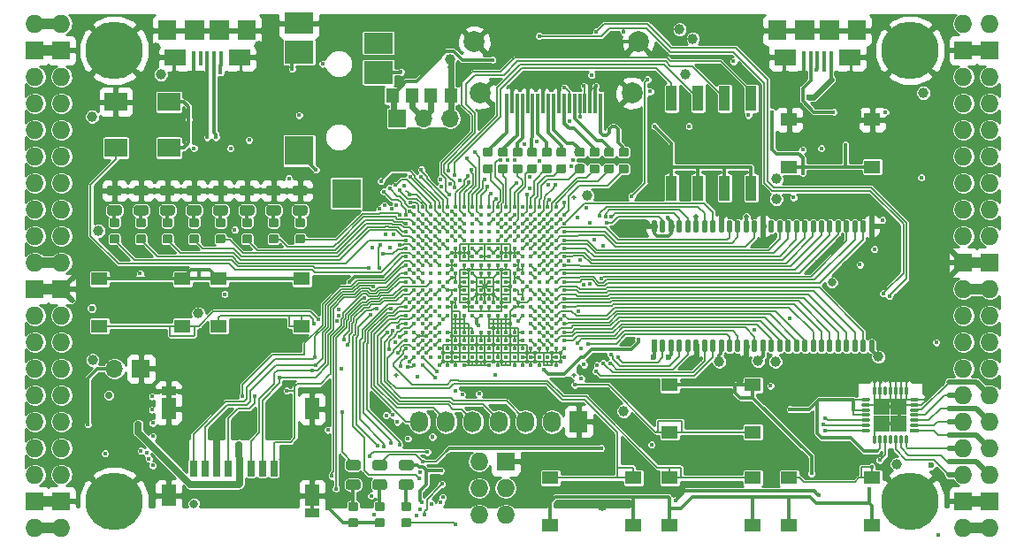
<source format=gtl>
G04 #@! TF.GenerationSoftware,KiCad,Pcbnew,5.0.1+dfsg1-2*
G04 #@! TF.CreationDate,2018-10-26T11:48:04+02:00*
G04 #@! TF.ProjectId,ulx3s,756C7833732E6B696361645F70636200,v3.0.4*
G04 #@! TF.SameCoordinates,Original*
G04 #@! TF.FileFunction,Copper,L1,Top,Signal*
G04 #@! TF.FilePolarity,Positive*
%FSLAX46Y46*%
G04 Gerber Fmt 4.6, Leading zero omitted, Abs format (unit mm)*
G04 Created by KiCad (PCBNEW 5.0.1+dfsg1-2) date petak, 26. listopada 2018. 11:48:04 CEST*
%MOMM*%
%LPD*%
G01*
G04 APERTURE LIST*
G04 #@! TA.AperFunction,SMDPad,CuDef*
%ADD10R,0.700000X1.500000*%
G04 #@! TD*
G04 #@! TA.AperFunction,SMDPad,CuDef*
%ADD11R,1.450000X0.900000*%
G04 #@! TD*
G04 #@! TA.AperFunction,SMDPad,CuDef*
%ADD12R,1.450000X2.000000*%
G04 #@! TD*
G04 #@! TA.AperFunction,SMDPad,CuDef*
%ADD13R,2.200000X1.800000*%
G04 #@! TD*
G04 #@! TA.AperFunction,SMDPad,CuDef*
%ADD14R,2.800000X2.000000*%
G04 #@! TD*
G04 #@! TA.AperFunction,SMDPad,CuDef*
%ADD15R,2.800000X2.200000*%
G04 #@! TD*
G04 #@! TA.AperFunction,SMDPad,CuDef*
%ADD16R,2.800000X2.800000*%
G04 #@! TD*
G04 #@! TA.AperFunction,SMDPad,CuDef*
%ADD17R,1.800000X1.900000*%
G04 #@! TD*
G04 #@! TA.AperFunction,SMDPad,CuDef*
%ADD18R,0.400000X1.350000*%
G04 #@! TD*
G04 #@! TA.AperFunction,SMDPad,CuDef*
%ADD19R,1.900000X1.900000*%
G04 #@! TD*
G04 #@! TA.AperFunction,SMDPad,CuDef*
%ADD20R,2.100000X1.600000*%
G04 #@! TD*
G04 #@! TA.AperFunction,SMDPad,CuDef*
%ADD21R,1.120000X2.440000*%
G04 #@! TD*
G04 #@! TA.AperFunction,SMDPad,CuDef*
%ADD22R,0.300000X1.900000*%
G04 #@! TD*
G04 #@! TA.AperFunction,ComponentPad*
%ADD23C,2.000000*%
G04 #@! TD*
G04 #@! TA.AperFunction,SMDPad,CuDef*
%ADD24O,0.560000X1.200000*%
G04 #@! TD*
G04 #@! TA.AperFunction,SMDPad,CuDef*
%ADD25R,0.560000X1.200000*%
G04 #@! TD*
G04 #@! TA.AperFunction,BGAPad,CuDef*
%ADD26C,0.400000*%
G04 #@! TD*
G04 #@! TA.AperFunction,SMDPad,CuDef*
%ADD27O,0.127000X0.508000*%
G04 #@! TD*
G04 #@! TA.AperFunction,SMDPad,CuDef*
%ADD28O,0.508000X0.127000*%
G04 #@! TD*
G04 #@! TA.AperFunction,SMDPad,CuDef*
%ADD29R,1.625000X1.625000*%
G04 #@! TD*
G04 #@! TA.AperFunction,SMDPad,CuDef*
%ADD30O,0.300000X0.950000*%
G04 #@! TD*
G04 #@! TA.AperFunction,SMDPad,CuDef*
%ADD31O,0.950000X0.300000*%
G04 #@! TD*
G04 #@! TA.AperFunction,SMDPad,CuDef*
%ADD32R,0.950000X0.300000*%
G04 #@! TD*
G04 #@! TA.AperFunction,Conductor*
%ADD33C,0.100000*%
G04 #@! TD*
G04 #@! TA.AperFunction,SMDPad,CuDef*
%ADD34C,0.875000*%
G04 #@! TD*
G04 #@! TA.AperFunction,SMDPad,CuDef*
%ADD35C,0.975000*%
G04 #@! TD*
G04 #@! TA.AperFunction,ComponentPad*
%ADD36R,1.727200X2.032000*%
G04 #@! TD*
G04 #@! TA.AperFunction,ComponentPad*
%ADD37O,1.727200X2.032000*%
G04 #@! TD*
G04 #@! TA.AperFunction,ComponentPad*
%ADD38O,1.727200X1.727200*%
G04 #@! TD*
G04 #@! TA.AperFunction,ComponentPad*
%ADD39R,1.727200X1.727200*%
G04 #@! TD*
G04 #@! TA.AperFunction,ComponentPad*
%ADD40C,5.500000*%
G04 #@! TD*
G04 #@! TA.AperFunction,ComponentPad*
%ADD41R,1.700000X1.700000*%
G04 #@! TD*
G04 #@! TA.AperFunction,ComponentPad*
%ADD42O,1.700000X1.700000*%
G04 #@! TD*
G04 #@! TA.AperFunction,SMDPad,CuDef*
%ADD43R,1.295000X1.400000*%
G04 #@! TD*
G04 #@! TA.AperFunction,SMDPad,CuDef*
%ADD44R,1.550000X1.300000*%
G04 #@! TD*
G04 #@! TA.AperFunction,ViaPad*
%ADD45C,2.000000*%
G04 #@! TD*
G04 #@! TA.AperFunction,ViaPad*
%ADD46C,0.419000*%
G04 #@! TD*
G04 #@! TA.AperFunction,ViaPad*
%ADD47C,1.000000*%
G04 #@! TD*
G04 #@! TA.AperFunction,ViaPad*
%ADD48C,0.600000*%
G04 #@! TD*
G04 #@! TA.AperFunction,ViaPad*
%ADD49C,0.800000*%
G04 #@! TD*
G04 #@! TA.AperFunction,ViaPad*
%ADD50C,0.500000*%
G04 #@! TD*
G04 #@! TA.AperFunction,ViaPad*
%ADD51C,0.700000*%
G04 #@! TD*
G04 #@! TA.AperFunction,ViaPad*
%ADD52C,0.454000*%
G04 #@! TD*
G04 #@! TA.AperFunction,Conductor*
%ADD53C,0.300000*%
G04 #@! TD*
G04 #@! TA.AperFunction,Conductor*
%ADD54C,0.127000*%
G04 #@! TD*
G04 #@! TA.AperFunction,Conductor*
%ADD55C,0.500000*%
G04 #@! TD*
G04 #@! TA.AperFunction,Conductor*
%ADD56C,1.000000*%
G04 #@! TD*
G04 #@! TA.AperFunction,Conductor*
%ADD57C,0.190000*%
G04 #@! TD*
G04 #@! TA.AperFunction,Conductor*
%ADD58C,0.700000*%
G04 #@! TD*
G04 #@! TA.AperFunction,Conductor*
%ADD59C,0.600000*%
G04 #@! TD*
G04 #@! TA.AperFunction,Conductor*
%ADD60C,0.800000*%
G04 #@! TD*
G04 #@! TA.AperFunction,Conductor*
%ADD61C,0.140000*%
G04 #@! TD*
G04 #@! TA.AperFunction,Conductor*
%ADD62C,0.254000*%
G04 #@! TD*
G04 APERTURE END LIST*
D10*
G04 #@! TO.P,SD1,1*
G04 #@! TO.N,SD_D2*
X118250000Y-105250000D03*
G04 #@! TO.P,SD1,2*
G04 #@! TO.N,SD_D3*
X117150000Y-105250000D03*
G04 #@! TO.P,SD1,3*
G04 #@! TO.N,SD_CMD*
X116050000Y-105250000D03*
G04 #@! TO.P,SD1,4*
G04 #@! TO.N,/sdcard/SD3V3*
X114950000Y-105250000D03*
G04 #@! TO.P,SD1,5*
G04 #@! TO.N,SD_CLK*
X113850000Y-105250000D03*
G04 #@! TO.P,SD1,6*
G04 #@! TO.N,GND*
X112750000Y-105250000D03*
G04 #@! TO.P,SD1,7*
G04 #@! TO.N,SD_D0*
X111650000Y-105250000D03*
G04 #@! TO.P,SD1,8*
G04 #@! TO.N,SD_D1*
X110550000Y-105250000D03*
D11*
G04 #@! TO.P,SD1,10*
G04 #@! TO.N,GND*
X121925000Y-109550000D03*
G04 #@! TO.P,SD1,11*
X108175000Y-97850000D03*
D12*
G04 #@! TO.P,SD1,9*
X108175000Y-107850000D03*
X121925000Y-107850000D03*
X121925000Y-99550000D03*
X108175000Y-99550000D03*
G04 #@! TD*
D13*
G04 #@! TO.P,Y1,1*
G04 #@! TO.N,+3V3*
X108212000Y-70160000D03*
G04 #@! TO.P,Y1,2*
G04 #@! TO.N,GND*
X103132000Y-70160000D03*
G04 #@! TO.P,Y1,3*
G04 #@! TO.N,CLK_25MHz*
X103132000Y-74560000D03*
G04 #@! TO.P,Y1,4*
G04 #@! TO.N,+3V3*
X108212000Y-74560000D03*
G04 #@! TD*
D14*
G04 #@! TO.P,AUDIO1,1*
G04 #@! TO.N,GND*
X120668000Y-62618000D03*
D15*
G04 #@! TO.P,AUDIO1,4*
G04 #@! TO.N,/analog/AUDIO_V*
X120668000Y-65418000D03*
D16*
G04 #@! TO.P,AUDIO1,2*
G04 #@! TO.N,/analog/AUDIO_L*
X120668000Y-74818000D03*
G04 #@! TO.P,AUDIO1,5*
G04 #@! TO.N,Net-(AUDIO1-Pad5)*
X125218000Y-78918000D03*
D15*
G04 #@! TO.P,AUDIO1,3*
G04 #@! TO.N,/analog/AUDIO_R*
X128268000Y-67318000D03*
D14*
G04 #@! TO.P,AUDIO1,6*
G04 #@! TO.N,Net-(AUDIO1-Pad6)*
X128268000Y-64518000D03*
G04 #@! TD*
D17*
G04 #@! TO.P,US2,6*
G04 #@! TO.N,GND*
X166500000Y-63325000D03*
X174100000Y-63325000D03*
D18*
G04 #@! TO.P,US2,5*
X169000000Y-66000000D03*
G04 #@! TO.P,US2,4*
G04 #@! TO.N,US2_ID*
X169650000Y-66000000D03*
G04 #@! TO.P,US2,3*
G04 #@! TO.N,/usb/FPD+*
X170300000Y-66000000D03*
G04 #@! TO.P,US2,2*
G04 #@! TO.N,/usb/FPD-*
X170950000Y-66000000D03*
G04 #@! TO.P,US2,1*
G04 #@! TO.N,/usb/US2VBUS*
X171600000Y-66000000D03*
D19*
G04 #@! TO.P,US2,6*
G04 #@! TO.N,GND*
X169100000Y-63325000D03*
X171500000Y-63325000D03*
D20*
X167200000Y-65875000D03*
X173400000Y-65875000D03*
G04 #@! TD*
D17*
G04 #@! TO.P,US1,6*
G04 #@! TO.N,GND*
X108080000Y-63325000D03*
X115680000Y-63325000D03*
D18*
G04 #@! TO.P,US1,5*
X110580000Y-66000000D03*
G04 #@! TO.P,US1,4*
G04 #@! TO.N,Net-(US1-Pad4)*
X111230000Y-66000000D03*
G04 #@! TO.P,US1,3*
G04 #@! TO.N,/usb/FTD+*
X111880000Y-66000000D03*
G04 #@! TO.P,US1,2*
G04 #@! TO.N,/usb/FTD-*
X112530000Y-66000000D03*
G04 #@! TO.P,US1,1*
G04 #@! TO.N,USB5V*
X113180000Y-66000000D03*
D19*
G04 #@! TO.P,US1,6*
G04 #@! TO.N,GND*
X110680000Y-63325000D03*
X113080000Y-63325000D03*
D20*
X108780000Y-65875000D03*
X114980000Y-65875000D03*
G04 #@! TD*
D21*
G04 #@! TO.P,SW1,8*
G04 #@! TO.N,SW1*
X156330000Y-69815000D03*
G04 #@! TO.P,SW1,4*
G04 #@! TO.N,/blinkey/SWPU*
X163950000Y-78425000D03*
G04 #@! TO.P,SW1,7*
G04 #@! TO.N,SW2*
X158870000Y-69815000D03*
G04 #@! TO.P,SW1,3*
G04 #@! TO.N,/blinkey/SWPU*
X161410000Y-78425000D03*
G04 #@! TO.P,SW1,6*
G04 #@! TO.N,SW3*
X161410000Y-69815000D03*
G04 #@! TO.P,SW1,2*
G04 #@! TO.N,/blinkey/SWPU*
X158870000Y-78425000D03*
G04 #@! TO.P,SW1,5*
G04 #@! TO.N,SW4*
X163950000Y-69815000D03*
G04 #@! TO.P,SW1,1*
G04 #@! TO.N,/blinkey/SWPU*
X156330000Y-78425000D03*
G04 #@! TD*
D22*
G04 #@! TO.P,GPDI1,19*
G04 #@! TO.N,/gpdi/GPDI_ETH-*
X149546000Y-70312000D03*
G04 #@! TO.P,GPDI1,18*
G04 #@! TO.N,+5V*
X149046000Y-70312000D03*
G04 #@! TO.P,GPDI1,17*
G04 #@! TO.N,GND*
X148546000Y-70312000D03*
G04 #@! TO.P,GPDI1,16*
G04 #@! TO.N,GPDI_SDA*
X148046000Y-70312000D03*
G04 #@! TO.P,GPDI1,15*
G04 #@! TO.N,GPDI_SCL*
X147546000Y-70312000D03*
G04 #@! TO.P,GPDI1,14*
G04 #@! TO.N,/gpdi/GPDI_ETH+*
X147046000Y-70312000D03*
G04 #@! TO.P,GPDI1,13*
G04 #@! TO.N,GPDI_CEC*
X146546000Y-70312000D03*
G04 #@! TO.P,GPDI1,12*
G04 #@! TO.N,/gpdi/GPDI_CLK-*
X146046000Y-70312000D03*
G04 #@! TO.P,GPDI1,11*
G04 #@! TO.N,GND*
X145546000Y-70312000D03*
G04 #@! TO.P,GPDI1,10*
G04 #@! TO.N,/gpdi/GPDI_CLK+*
X145046000Y-70312000D03*
G04 #@! TO.P,GPDI1,9*
G04 #@! TO.N,/gpdi/GPDI_D0-*
X144546000Y-70312000D03*
G04 #@! TO.P,GPDI1,8*
G04 #@! TO.N,GND*
X144046000Y-70312000D03*
G04 #@! TO.P,GPDI1,7*
G04 #@! TO.N,/gpdi/GPDI_D0+*
X143546000Y-70312000D03*
G04 #@! TO.P,GPDI1,6*
G04 #@! TO.N,/gpdi/GPDI_D1-*
X143046000Y-70312000D03*
G04 #@! TO.P,GPDI1,5*
G04 #@! TO.N,GND*
X142546000Y-70312000D03*
G04 #@! TO.P,GPDI1,4*
G04 #@! TO.N,/gpdi/GPDI_D1+*
X142046000Y-70312000D03*
G04 #@! TO.P,GPDI1,3*
G04 #@! TO.N,/gpdi/GPDI_D2-*
X141546000Y-70312000D03*
G04 #@! TO.P,GPDI1,2*
G04 #@! TO.N,GND*
X141046000Y-70312000D03*
G04 #@! TO.P,GPDI1,1*
G04 #@! TO.N,/gpdi/GPDI_D2+*
X140546000Y-70312000D03*
D23*
G04 #@! TO.P,GPDI1,0*
G04 #@! TO.N,GND*
X152546000Y-69312000D03*
X138046000Y-69312000D03*
X153146000Y-64412000D03*
X137446000Y-64412000D03*
G04 #@! TD*
D24*
G04 #@! TO.P,U2,28*
G04 #@! TO.N,GND*
X175493000Y-82070000D03*
D25*
G04 #@! TO.P,U2,1*
G04 #@! TO.N,+3V3*
X154693000Y-93530000D03*
D24*
G04 #@! TO.P,U2,2*
G04 #@! TO.N,SDRAM_D0*
X155493000Y-93530000D03*
G04 #@! TO.P,U2,3*
G04 #@! TO.N,+3V3*
X156293000Y-93530000D03*
G04 #@! TO.P,U2,4*
G04 #@! TO.N,SDRAM_D1*
X157093000Y-93530000D03*
G04 #@! TO.P,U2,5*
G04 #@! TO.N,SDRAM_D2*
X157893000Y-93530000D03*
G04 #@! TO.P,U2,6*
G04 #@! TO.N,GND*
X158693000Y-93530000D03*
G04 #@! TO.P,U2,7*
G04 #@! TO.N,SDRAM_D3*
X159493000Y-93530000D03*
G04 #@! TO.P,U2,8*
G04 #@! TO.N,SDRAM_D4*
X160293000Y-93530000D03*
G04 #@! TO.P,U2,9*
G04 #@! TO.N,+3V3*
X161093000Y-93530000D03*
G04 #@! TO.P,U2,10*
G04 #@! TO.N,SDRAM_D5*
X161893000Y-93530000D03*
G04 #@! TO.P,U2,11*
G04 #@! TO.N,SDRAM_D6*
X162693000Y-93530000D03*
G04 #@! TO.P,U2,12*
G04 #@! TO.N,GND*
X163493000Y-93530000D03*
G04 #@! TO.P,U2,13*
G04 #@! TO.N,SDRAM_D7*
X164293000Y-93530000D03*
G04 #@! TO.P,U2,14*
G04 #@! TO.N,+3V3*
X165093000Y-93530000D03*
G04 #@! TO.P,U2,15*
G04 #@! TO.N,SDRAM_DQM0*
X165893000Y-93530000D03*
G04 #@! TO.P,U2,16*
G04 #@! TO.N,SDRAM_nWE*
X166693000Y-93530000D03*
G04 #@! TO.P,U2,17*
G04 #@! TO.N,SDRAM_nCAS*
X167493000Y-93530000D03*
G04 #@! TO.P,U2,18*
G04 #@! TO.N,SDRAM_nRAS*
X168293000Y-93530000D03*
G04 #@! TO.P,U2,19*
G04 #@! TO.N,SDRAM_nCS*
X169093000Y-93530000D03*
G04 #@! TO.P,U2,20*
G04 #@! TO.N,SDRAM_BA0*
X169893000Y-93530000D03*
G04 #@! TO.P,U2,21*
G04 #@! TO.N,SDRAM_BA1*
X170693000Y-93530000D03*
G04 #@! TO.P,U2,22*
G04 #@! TO.N,SDRAM_A10*
X171493000Y-93530000D03*
G04 #@! TO.P,U2,23*
G04 #@! TO.N,SDRAM_A0*
X172293000Y-93530000D03*
G04 #@! TO.P,U2,24*
G04 #@! TO.N,SDRAM_A1*
X173093000Y-93530000D03*
G04 #@! TO.P,U2,25*
G04 #@! TO.N,SDRAM_A2*
X173893000Y-93530000D03*
G04 #@! TO.P,U2,26*
G04 #@! TO.N,SDRAM_A3*
X174693000Y-93530000D03*
G04 #@! TO.P,U2,27*
G04 #@! TO.N,+3V3*
X175493000Y-93530000D03*
G04 #@! TO.P,U2,29*
G04 #@! TO.N,SDRAM_A4*
X174693000Y-82070000D03*
G04 #@! TO.P,U2,30*
G04 #@! TO.N,SDRAM_A5*
X173893000Y-82070000D03*
G04 #@! TO.P,U2,31*
G04 #@! TO.N,SDRAM_A6*
X173093000Y-82070000D03*
G04 #@! TO.P,U2,32*
G04 #@! TO.N,SDRAM_A7*
X172293000Y-82070000D03*
G04 #@! TO.P,U2,33*
G04 #@! TO.N,SDRAM_A8*
X171493000Y-82070000D03*
G04 #@! TO.P,U2,34*
G04 #@! TO.N,SDRAM_A9*
X170693000Y-82070000D03*
G04 #@! TO.P,U2,35*
G04 #@! TO.N,SDRAM_A11*
X169893000Y-82070000D03*
G04 #@! TO.P,U2,36*
G04 #@! TO.N,SDRAM_A12*
X169093000Y-82070000D03*
G04 #@! TO.P,U2,37*
G04 #@! TO.N,SDRAM_CKE*
X168293000Y-82070000D03*
G04 #@! TO.P,U2,38*
G04 #@! TO.N,SDRAM_CLK*
X167493000Y-82070000D03*
G04 #@! TO.P,U2,39*
G04 #@! TO.N,SDRAM_DQM1*
X166693000Y-82070000D03*
G04 #@! TO.P,U2,40*
G04 #@! TO.N,N/C*
X165893000Y-82070000D03*
G04 #@! TO.P,U2,41*
G04 #@! TO.N,GND*
X165093000Y-82070000D03*
G04 #@! TO.P,U2,42*
G04 #@! TO.N,SDRAM_D8*
X164293000Y-82070000D03*
G04 #@! TO.P,U2,43*
G04 #@! TO.N,+3V3*
X163493000Y-82070000D03*
G04 #@! TO.P,U2,44*
G04 #@! TO.N,SDRAM_D9*
X162693000Y-82070000D03*
G04 #@! TO.P,U2,45*
G04 #@! TO.N,SDRAM_D10*
X161893000Y-82070000D03*
G04 #@! TO.P,U2,46*
G04 #@! TO.N,GND*
X161093000Y-82070000D03*
G04 #@! TO.P,U2,47*
G04 #@! TO.N,SDRAM_D11*
X160293000Y-82070000D03*
G04 #@! TO.P,U2,48*
G04 #@! TO.N,SDRAM_D12*
X159493000Y-82070000D03*
G04 #@! TO.P,U2,49*
G04 #@! TO.N,+3V3*
X158693000Y-82070000D03*
G04 #@! TO.P,U2,50*
G04 #@! TO.N,SDRAM_D13*
X157893000Y-82070000D03*
G04 #@! TO.P,U2,51*
G04 #@! TO.N,SDRAM_D14*
X157093000Y-82070000D03*
G04 #@! TO.P,U2,52*
G04 #@! TO.N,GND*
X156293000Y-82070000D03*
G04 #@! TO.P,U2,53*
G04 #@! TO.N,SDRAM_D15*
X155493000Y-82070000D03*
G04 #@! TO.P,U2,54*
G04 #@! TO.N,GND*
X154693000Y-82070000D03*
G04 #@! TD*
D26*
G04 #@! TO.P,U1,Y19*
G04 #@! TO.N,GND*
X145280000Y-95400000D03*
G04 #@! TO.P,U1,Y17*
X143680000Y-95400000D03*
G04 #@! TO.P,U1,Y16*
X142880000Y-95400000D03*
G04 #@! TO.P,U1,Y15*
X142080000Y-95400000D03*
G04 #@! TO.P,U1,Y14*
X141280000Y-95400000D03*
G04 #@! TO.P,U1,Y12*
X139680000Y-95400000D03*
G04 #@! TO.P,U1,Y11*
X138880000Y-95400000D03*
G04 #@! TO.P,U1,Y8*
X136480000Y-95400000D03*
G04 #@! TO.P,U1,Y7*
X135680000Y-95400000D03*
G04 #@! TO.P,U1,Y6*
X134880000Y-95400000D03*
G04 #@! TO.P,U1,Y5*
X134080000Y-95400000D03*
G04 #@! TO.P,U1,Y3*
G04 #@! TO.N,/flash/FPGA_DONE*
X132480000Y-95400000D03*
G04 #@! TO.P,U1,Y2*
G04 #@! TO.N,/flash/FLASH_nWP*
X131680000Y-95400000D03*
G04 #@! TO.P,U1,W20*
G04 #@! TO.N,GND*
X146080000Y-94600000D03*
G04 #@! TO.P,U1,W19*
X145280000Y-94600000D03*
G04 #@! TO.P,U1,W18*
G04 #@! TO.N,Net-(U1-PadW18)*
X144480000Y-94600000D03*
G04 #@! TO.P,U1,W17*
G04 #@! TO.N,Net-(U1-PadW17)*
X143680000Y-94600000D03*
G04 #@! TO.P,U1,W16*
G04 #@! TO.N,GND*
X142880000Y-94600000D03*
G04 #@! TO.P,U1,W15*
X142080000Y-94600000D03*
G04 #@! TO.P,U1,W14*
G04 #@! TO.N,Net-(U1-PadW14)*
X141280000Y-94600000D03*
G04 #@! TO.P,U1,W13*
G04 #@! TO.N,Net-(U1-PadW13)*
X140480000Y-94600000D03*
G04 #@! TO.P,U1,W12*
G04 #@! TO.N,GND*
X139680000Y-94600000D03*
G04 #@! TO.P,U1,W11*
G04 #@! TO.N,N/C*
X138880000Y-94600000D03*
G04 #@! TO.P,U1,W10*
X138080000Y-94600000D03*
G04 #@! TO.P,U1,W9*
G04 #@! TO.N,Net-(U1-PadW9)*
X137280000Y-94600000D03*
G04 #@! TO.P,U1,W8*
G04 #@! TO.N,Net-(U1-PadW8)*
X136480000Y-94600000D03*
G04 #@! TO.P,U1,W7*
G04 #@! TO.N,GND*
X135680000Y-94600000D03*
G04 #@! TO.P,U1,W6*
X134880000Y-94600000D03*
G04 #@! TO.P,U1,W5*
G04 #@! TO.N,Net-(U1-PadW5)*
X134080000Y-94600000D03*
G04 #@! TO.P,U1,W4*
G04 #@! TO.N,Net-(U1-PadW4)*
X133280000Y-94600000D03*
G04 #@! TO.P,U1,W3*
G04 #@! TO.N,/flash/FPGA_PROGRAMN*
X132480000Y-94600000D03*
G04 #@! TO.P,U1,W2*
G04 #@! TO.N,/flash/FLASH_MOSI*
X131680000Y-94600000D03*
G04 #@! TO.P,U1,W1*
G04 #@! TO.N,/flash/FLASH_nHOLD*
X130880000Y-94600000D03*
G04 #@! TO.P,U1,V20*
G04 #@! TO.N,GND*
X146080000Y-93800000D03*
G04 #@! TO.P,U1,V19*
X145280000Y-93800000D03*
G04 #@! TO.P,U1,V18*
X144480000Y-93800000D03*
G04 #@! TO.P,U1,V17*
X143680000Y-93800000D03*
G04 #@! TO.P,U1,V16*
X142880000Y-93800000D03*
G04 #@! TO.P,U1,V15*
X142080000Y-93800000D03*
G04 #@! TO.P,U1,V14*
X141280000Y-93800000D03*
G04 #@! TO.P,U1,V13*
X140480000Y-93800000D03*
G04 #@! TO.P,U1,V12*
X139680000Y-93800000D03*
G04 #@! TO.P,U1,V11*
X138880000Y-93800000D03*
G04 #@! TO.P,U1,V10*
X138080000Y-93800000D03*
G04 #@! TO.P,U1,V9*
X137280000Y-93800000D03*
G04 #@! TO.P,U1,V8*
X136480000Y-93800000D03*
G04 #@! TO.P,U1,V7*
X135680000Y-93800000D03*
G04 #@! TO.P,U1,V6*
X134880000Y-93800000D03*
G04 #@! TO.P,U1,V5*
X134080000Y-93800000D03*
G04 #@! TO.P,U1,V4*
G04 #@! TO.N,JTAG_TDO*
X133280000Y-93800000D03*
G04 #@! TO.P,U1,V3*
G04 #@! TO.N,/flash/FPGA_INITN*
X132480000Y-93800000D03*
G04 #@! TO.P,U1,V2*
G04 #@! TO.N,/flash/FLASH_MISO*
X131680000Y-93800000D03*
G04 #@! TO.P,U1,V1*
G04 #@! TO.N,BTN_D*
X130880000Y-93800000D03*
G04 #@! TO.P,U1,U20*
G04 #@! TO.N,SDRAM_D7*
X146080000Y-93000000D03*
G04 #@! TO.P,U1,U19*
G04 #@! TO.N,SDRAM_DQM0*
X145280000Y-93000000D03*
G04 #@! TO.P,U1,U18*
G04 #@! TO.N,GP14*
X144480000Y-93000000D03*
G04 #@! TO.P,U1,U17*
G04 #@! TO.N,GN14*
X143680000Y-93000000D03*
G04 #@! TO.P,U1,U16*
G04 #@! TO.N,ADC_MISO*
X142880000Y-93000000D03*
G04 #@! TO.P,U1,U15*
G04 #@! TO.N,GND*
X142080000Y-93000000D03*
G04 #@! TO.P,U1,U14*
X141280000Y-93000000D03*
G04 #@! TO.P,U1,U13*
X140480000Y-93000000D03*
G04 #@! TO.P,U1,U12*
X139680000Y-93000000D03*
G04 #@! TO.P,U1,U11*
X138880000Y-93000000D03*
G04 #@! TO.P,U1,U10*
X138080000Y-93000000D03*
G04 #@! TO.P,U1,U9*
X137280000Y-93000000D03*
G04 #@! TO.P,U1,U8*
X136480000Y-93000000D03*
G04 #@! TO.P,U1,U7*
X135680000Y-93000000D03*
G04 #@! TO.P,U1,U6*
X134880000Y-93000000D03*
G04 #@! TO.P,U1,U5*
G04 #@! TO.N,JTAG_TMS*
X134080000Y-93000000D03*
G04 #@! TO.P,U1,U4*
G04 #@! TO.N,GND*
X133280000Y-93000000D03*
G04 #@! TO.P,U1,U3*
G04 #@! TO.N,/flash/FLASH_SCK*
X132480000Y-93000000D03*
G04 #@! TO.P,U1,U2*
G04 #@! TO.N,+3V3*
X131680000Y-93000000D03*
G04 #@! TO.P,U1,U1*
G04 #@! TO.N,BTN_L*
X130880000Y-93000000D03*
G04 #@! TO.P,U1,T20*
G04 #@! TO.N,SDRAM_nWE*
X146080000Y-92200000D03*
G04 #@! TO.P,U1,T19*
G04 #@! TO.N,SDRAM_nCAS*
X145280000Y-92200000D03*
G04 #@! TO.P,U1,T18*
G04 #@! TO.N,SDRAM_D5*
X144480000Y-92200000D03*
G04 #@! TO.P,U1,T17*
G04 #@! TO.N,SDRAM_D6*
X143680000Y-92200000D03*
G04 #@! TO.P,U1,T16*
G04 #@! TO.N,Net-(U1-PadT16)*
X142880000Y-92200000D03*
G04 #@! TO.P,U1,T15*
G04 #@! TO.N,GND*
X142080000Y-92200000D03*
G04 #@! TO.P,U1,T14*
X141280000Y-92200000D03*
G04 #@! TO.P,U1,T13*
X140480000Y-92200000D03*
G04 #@! TO.P,U1,T12*
X139680000Y-92200000D03*
G04 #@! TO.P,U1,T11*
X138880000Y-92200000D03*
G04 #@! TO.P,U1,T10*
X138080000Y-92200000D03*
G04 #@! TO.P,U1,T9*
X137280000Y-92200000D03*
G04 #@! TO.P,U1,T8*
X136480000Y-92200000D03*
G04 #@! TO.P,U1,T7*
X135680000Y-92200000D03*
G04 #@! TO.P,U1,T6*
X134880000Y-92200000D03*
G04 #@! TO.P,U1,T5*
G04 #@! TO.N,JTAG_TCK*
X134080000Y-92200000D03*
G04 #@! TO.P,U1,T4*
G04 #@! TO.N,+3V3*
X133280000Y-92200000D03*
G04 #@! TO.P,U1,T3*
X132480000Y-92200000D03*
G04 #@! TO.P,U1,T2*
X131680000Y-92200000D03*
G04 #@! TO.P,U1,T1*
G04 #@! TO.N,BTN_F2*
X130880000Y-92200000D03*
G04 #@! TO.P,U1,R20*
G04 #@! TO.N,SDRAM_nRAS*
X146080000Y-91400000D03*
G04 #@! TO.P,U1,R19*
G04 #@! TO.N,GND*
X145280000Y-91400000D03*
G04 #@! TO.P,U1,R18*
G04 #@! TO.N,BTN_U*
X144480000Y-91400000D03*
G04 #@! TO.P,U1,R17*
G04 #@! TO.N,ADC_CSn*
X143680000Y-91400000D03*
G04 #@! TO.P,U1,R16*
G04 #@! TO.N,ADC_MOSI*
X142880000Y-91400000D03*
G04 #@! TO.P,U1,R5*
G04 #@! TO.N,JTAG_TDI*
X134080000Y-91400000D03*
G04 #@! TO.P,U1,R4*
G04 #@! TO.N,GND*
X133280000Y-91400000D03*
G04 #@! TO.P,U1,R3*
G04 #@! TO.N,Net-(U1-PadR3)*
X132480000Y-91400000D03*
G04 #@! TO.P,U1,R2*
G04 #@! TO.N,/flash/FLASH_nCS*
X131680000Y-91400000D03*
G04 #@! TO.P,U1,R1*
G04 #@! TO.N,BTN_F1*
X130880000Y-91400000D03*
G04 #@! TO.P,U1,P20*
G04 #@! TO.N,SDRAM_nCS*
X146080000Y-90600000D03*
G04 #@! TO.P,U1,P19*
G04 #@! TO.N,SDRAM_BA0*
X145280000Y-90600000D03*
G04 #@! TO.P,U1,P18*
G04 #@! TO.N,SDRAM_D4*
X144480000Y-90600000D03*
G04 #@! TO.P,U1,P17*
G04 #@! TO.N,ADC_SCLK*
X143680000Y-90600000D03*
G04 #@! TO.P,U1,P16*
G04 #@! TO.N,GN15*
X142880000Y-90600000D03*
G04 #@! TO.P,U1,P15*
G04 #@! TO.N,+2V5*
X142080000Y-90600000D03*
G04 #@! TO.P,U1,P14*
G04 #@! TO.N,GND*
X141280000Y-90600000D03*
G04 #@! TO.P,U1,P13*
X140480000Y-90600000D03*
G04 #@! TO.P,U1,P12*
X139680000Y-90600000D03*
G04 #@! TO.P,U1,P11*
X138880000Y-90600000D03*
G04 #@! TO.P,U1,P10*
G04 #@! TO.N,+3V3*
X138080000Y-90600000D03*
G04 #@! TO.P,U1,P9*
X137280000Y-90600000D03*
G04 #@! TO.P,U1,P8*
G04 #@! TO.N,GND*
X136480000Y-90600000D03*
G04 #@! TO.P,U1,P7*
X135680000Y-90600000D03*
G04 #@! TO.P,U1,P6*
G04 #@! TO.N,+2V5*
X134880000Y-90600000D03*
G04 #@! TO.P,U1,P5*
G04 #@! TO.N,SD_WP*
X134080000Y-90600000D03*
G04 #@! TO.P,U1,P4*
G04 #@! TO.N,OLED_CLK*
X133280000Y-90600000D03*
G04 #@! TO.P,U1,P3*
G04 #@! TO.N,OLED_MOSI*
X132480000Y-90600000D03*
G04 #@! TO.P,U1,P2*
G04 #@! TO.N,OLED_RES*
X131680000Y-90600000D03*
G04 #@! TO.P,U1,P1*
G04 #@! TO.N,OLED_DC*
X130880000Y-90600000D03*
G04 #@! TO.P,U1,N20*
G04 #@! TO.N,SDRAM_BA1*
X146080000Y-89800000D03*
G04 #@! TO.P,U1,N19*
G04 #@! TO.N,SDRAM_A10*
X145280000Y-89800000D03*
G04 #@! TO.P,U1,N18*
G04 #@! TO.N,SDRAM_D3*
X144480000Y-89800000D03*
G04 #@! TO.P,U1,N17*
G04 #@! TO.N,GP15*
X143680000Y-89800000D03*
G04 #@! TO.P,U1,N16*
G04 #@! TO.N,GP16*
X142880000Y-89800000D03*
G04 #@! TO.P,U1,N15*
G04 #@! TO.N,GND*
X142080000Y-89800000D03*
G04 #@! TO.P,U1,N14*
X141280000Y-89800000D03*
G04 #@! TO.P,U1,N13*
G04 #@! TO.N,+1V1*
X140480000Y-89800000D03*
G04 #@! TO.P,U1,N12*
X139680000Y-89800000D03*
G04 #@! TO.P,U1,N11*
X138880000Y-89800000D03*
G04 #@! TO.P,U1,N10*
X138080000Y-89800000D03*
G04 #@! TO.P,U1,N9*
X137280000Y-89800000D03*
G04 #@! TO.P,U1,N8*
X136480000Y-89800000D03*
G04 #@! TO.P,U1,N7*
G04 #@! TO.N,GND*
X135680000Y-89800000D03*
G04 #@! TO.P,U1,N6*
X134880000Y-89800000D03*
G04 #@! TO.P,U1,N5*
G04 #@! TO.N,SD_CD*
X134080000Y-89800000D03*
G04 #@! TO.P,U1,N4*
G04 #@! TO.N,WIFI_GPIO5*
X133280000Y-89800000D03*
G04 #@! TO.P,U1,N3*
G04 #@! TO.N,WIFI_GPIO17*
X132480000Y-89800000D03*
G04 #@! TO.P,U1,N2*
G04 #@! TO.N,OLED_CS*
X131680000Y-89800000D03*
G04 #@! TO.P,U1,N1*
G04 #@! TO.N,FTDI_nDTR*
X130880000Y-89800000D03*
G04 #@! TO.P,U1,M20*
G04 #@! TO.N,SDRAM_A0*
X146080000Y-89000000D03*
G04 #@! TO.P,U1,M19*
G04 #@! TO.N,SDRAM_A1*
X145280000Y-89000000D03*
G04 #@! TO.P,U1,M18*
G04 #@! TO.N,SDRAM_D2*
X144480000Y-89000000D03*
G04 #@! TO.P,U1,M17*
G04 #@! TO.N,GN16*
X143680000Y-89000000D03*
G04 #@! TO.P,U1,M16*
G04 #@! TO.N,GND*
X142880000Y-89000000D03*
G04 #@! TO.P,U1,M15*
G04 #@! TO.N,+3V3*
X142080000Y-89000000D03*
G04 #@! TO.P,U1,M14*
G04 #@! TO.N,GND*
X141280000Y-89000000D03*
G04 #@! TO.P,U1,M13*
G04 #@! TO.N,+1V1*
X140480000Y-89000000D03*
G04 #@! TO.P,U1,M12*
G04 #@! TO.N,GND*
X139680000Y-89000000D03*
G04 #@! TO.P,U1,M11*
X138880000Y-89000000D03*
G04 #@! TO.P,U1,M10*
X138080000Y-89000000D03*
G04 #@! TO.P,U1,M9*
X137280000Y-89000000D03*
G04 #@! TO.P,U1,M8*
G04 #@! TO.N,+1V1*
X136480000Y-89000000D03*
G04 #@! TO.P,U1,M7*
G04 #@! TO.N,GND*
X135680000Y-89000000D03*
G04 #@! TO.P,U1,M6*
G04 #@! TO.N,+3V3*
X134880000Y-89000000D03*
G04 #@! TO.P,U1,M5*
G04 #@! TO.N,Net-(U1-PadM5)*
X134080000Y-89000000D03*
G04 #@! TO.P,U1,M4*
G04 #@! TO.N,USER_PROGRAMN*
X133280000Y-89000000D03*
G04 #@! TO.P,U1,M3*
G04 #@! TO.N,FTDI_nRTS*
X132480000Y-89000000D03*
G04 #@! TO.P,U1,M2*
G04 #@! TO.N,GND*
X131680000Y-89000000D03*
G04 #@! TO.P,U1,M1*
G04 #@! TO.N,FTDI_TXD*
X130880000Y-89000000D03*
G04 #@! TO.P,U1,L20*
G04 #@! TO.N,SDRAM_A2*
X146080000Y-88200000D03*
G04 #@! TO.P,U1,L19*
G04 #@! TO.N,SDRAM_A3*
X145280000Y-88200000D03*
G04 #@! TO.P,U1,L18*
G04 #@! TO.N,SDRAM_D1*
X144480000Y-88200000D03*
G04 #@! TO.P,U1,L17*
G04 #@! TO.N,GN17*
X143680000Y-88200000D03*
G04 #@! TO.P,U1,L16*
G04 #@! TO.N,GP17*
X142880000Y-88200000D03*
G04 #@! TO.P,U1,L15*
G04 #@! TO.N,+3V3*
X142080000Y-88200000D03*
G04 #@! TO.P,U1,L14*
X141280000Y-88200000D03*
G04 #@! TO.P,U1,L13*
G04 #@! TO.N,+1V1*
X140480000Y-88200000D03*
G04 #@! TO.P,U1,L12*
G04 #@! TO.N,GND*
X139680000Y-88200000D03*
G04 #@! TO.P,U1,L11*
X138880000Y-88200000D03*
G04 #@! TO.P,U1,L10*
X138080000Y-88200000D03*
G04 #@! TO.P,U1,L9*
X137280000Y-88200000D03*
G04 #@! TO.P,U1,L8*
G04 #@! TO.N,+1V1*
X136480000Y-88200000D03*
G04 #@! TO.P,U1,L7*
G04 #@! TO.N,+3V3*
X135680000Y-88200000D03*
G04 #@! TO.P,U1,L6*
X134880000Y-88200000D03*
G04 #@! TO.P,U1,L5*
G04 #@! TO.N,FTDI_nRXLED*
X134080000Y-88200000D03*
G04 #@! TO.P,U1,L4*
G04 #@! TO.N,FTDI_RXD*
X133280000Y-88200000D03*
G04 #@! TO.P,U1,L3*
G04 #@! TO.N,FTDI_TXDEN*
X132480000Y-88200000D03*
G04 #@! TO.P,U1,L2*
G04 #@! TO.N,WIFI_GPIO0*
X131680000Y-88200000D03*
G04 #@! TO.P,U1,L1*
G04 #@! TO.N,WIFI_GPIO16*
X130880000Y-88200000D03*
G04 #@! TO.P,U1,K20*
G04 #@! TO.N,SDRAM_A4*
X146080000Y-87400000D03*
G04 #@! TO.P,U1,K19*
G04 #@! TO.N,SDRAM_A5*
X145280000Y-87400000D03*
G04 #@! TO.P,U1,K18*
G04 #@! TO.N,SDRAM_A6*
X144480000Y-87400000D03*
G04 #@! TO.P,U1,K17*
G04 #@! TO.N,Net-(U1-PadK17)*
X143680000Y-87400000D03*
G04 #@! TO.P,U1,K16*
G04 #@! TO.N,Net-(U1-PadK16)*
X142880000Y-87400000D03*
G04 #@! TO.P,U1,K15*
G04 #@! TO.N,GND*
X142080000Y-87400000D03*
G04 #@! TO.P,U1,K14*
X141280000Y-87400000D03*
G04 #@! TO.P,U1,K13*
G04 #@! TO.N,+1V1*
X140480000Y-87400000D03*
G04 #@! TO.P,U1,K12*
G04 #@! TO.N,GND*
X139680000Y-87400000D03*
G04 #@! TO.P,U1,K11*
X138880000Y-87400000D03*
G04 #@! TO.P,U1,K10*
X138080000Y-87400000D03*
G04 #@! TO.P,U1,K9*
X137280000Y-87400000D03*
G04 #@! TO.P,U1,K8*
G04 #@! TO.N,+1V1*
X136480000Y-87400000D03*
G04 #@! TO.P,U1,K7*
G04 #@! TO.N,GND*
X135680000Y-87400000D03*
G04 #@! TO.P,U1,K6*
X134880000Y-87400000D03*
G04 #@! TO.P,U1,K5*
G04 #@! TO.N,Net-(U1-PadK5)*
X134080000Y-87400000D03*
G04 #@! TO.P,U1,K4*
G04 #@! TO.N,WIFI_TXD*
X133280000Y-87400000D03*
G04 #@! TO.P,U1,K3*
G04 #@! TO.N,WIFI_RXD*
X132480000Y-87400000D03*
G04 #@! TO.P,U1,K2*
G04 #@! TO.N,SD_D3*
X131680000Y-87400000D03*
G04 #@! TO.P,U1,K1*
G04 #@! TO.N,SD_D2*
X130880000Y-87400000D03*
G04 #@! TO.P,U1,J20*
G04 #@! TO.N,SDRAM_A7*
X146080000Y-86600000D03*
G04 #@! TO.P,U1,J19*
G04 #@! TO.N,SDRAM_A8*
X145280000Y-86600000D03*
G04 #@! TO.P,U1,J18*
G04 #@! TO.N,SDRAM_D14*
X144480000Y-86600000D03*
G04 #@! TO.P,U1,J17*
G04 #@! TO.N,SDRAM_D15*
X143680000Y-86600000D03*
G04 #@! TO.P,U1,J16*
G04 #@! TO.N,SDRAM_D0*
X142880000Y-86600000D03*
G04 #@! TO.P,U1,J15*
G04 #@! TO.N,+3V3*
X142080000Y-86600000D03*
G04 #@! TO.P,U1,J14*
G04 #@! TO.N,GND*
X141280000Y-86600000D03*
G04 #@! TO.P,U1,J13*
G04 #@! TO.N,+1V1*
X140480000Y-86600000D03*
G04 #@! TO.P,U1,J12*
G04 #@! TO.N,GND*
X139680000Y-86600000D03*
G04 #@! TO.P,U1,J11*
X138880000Y-86600000D03*
G04 #@! TO.P,U1,J10*
X138080000Y-86600000D03*
G04 #@! TO.P,U1,J9*
X137280000Y-86600000D03*
G04 #@! TO.P,U1,J8*
G04 #@! TO.N,+1V1*
X136480000Y-86600000D03*
G04 #@! TO.P,U1,J7*
G04 #@! TO.N,GND*
X135680000Y-86600000D03*
G04 #@! TO.P,U1,J6*
G04 #@! TO.N,2V5_3V3*
X134880000Y-86600000D03*
G04 #@! TO.P,U1,J5*
G04 #@! TO.N,Net-(U1-PadJ5)*
X134080000Y-86600000D03*
G04 #@! TO.P,U1,J4*
G04 #@! TO.N,Net-(U1-PadJ4)*
X133280000Y-86600000D03*
G04 #@! TO.P,U1,J3*
G04 #@! TO.N,SD_D0*
X132480000Y-86600000D03*
G04 #@! TO.P,U1,J2*
G04 #@! TO.N,GND*
X131680000Y-86600000D03*
G04 #@! TO.P,U1,J1*
G04 #@! TO.N,SD_CMD*
X130880000Y-86600000D03*
G04 #@! TO.P,U1,H20*
G04 #@! TO.N,SDRAM_A9*
X146080000Y-85800000D03*
G04 #@! TO.P,U1,H19*
G04 #@! TO.N,GND*
X145280000Y-85800000D03*
G04 #@! TO.P,U1,H18*
G04 #@! TO.N,GP18*
X144480000Y-85800000D03*
G04 #@! TO.P,U1,H17*
G04 #@! TO.N,GN18*
X143680000Y-85800000D03*
G04 #@! TO.P,U1,H16*
G04 #@! TO.N,BTN_R*
X142880000Y-85800000D03*
G04 #@! TO.P,U1,H15*
G04 #@! TO.N,+3V3*
X142080000Y-85800000D03*
G04 #@! TO.P,U1,H14*
X141280000Y-85800000D03*
G04 #@! TO.P,U1,H13*
G04 #@! TO.N,+1V1*
X140480000Y-85800000D03*
G04 #@! TO.P,U1,H12*
X139680000Y-85800000D03*
G04 #@! TO.P,U1,H11*
X138880000Y-85800000D03*
G04 #@! TO.P,U1,H10*
X138080000Y-85800000D03*
G04 #@! TO.P,U1,H9*
X137280000Y-85800000D03*
G04 #@! TO.P,U1,H8*
X136480000Y-85800000D03*
G04 #@! TO.P,U1,H7*
G04 #@! TO.N,2V5_3V3*
X135680000Y-85800000D03*
G04 #@! TO.P,U1,H6*
X134880000Y-85800000D03*
G04 #@! TO.P,U1,H5*
G04 #@! TO.N,AUDIO_V0*
X134080000Y-85800000D03*
G04 #@! TO.P,U1,H4*
G04 #@! TO.N,GP13*
X133280000Y-85800000D03*
G04 #@! TO.P,U1,H3*
G04 #@! TO.N,LED7*
X132480000Y-85800000D03*
G04 #@! TO.P,U1,H2*
G04 #@! TO.N,SD_CLK*
X131680000Y-85800000D03*
G04 #@! TO.P,U1,H1*
G04 #@! TO.N,SD_D1*
X130880000Y-85800000D03*
G04 #@! TO.P,U1,G20*
G04 #@! TO.N,SDRAM_A11*
X146080000Y-85000000D03*
G04 #@! TO.P,U1,G19*
G04 #@! TO.N,SDRAM_A12*
X145280000Y-85000000D03*
G04 #@! TO.P,U1,G18*
G04 #@! TO.N,GN19*
X144480000Y-85000000D03*
G04 #@! TO.P,U1,G17*
G04 #@! TO.N,GND*
X143680000Y-85000000D03*
G04 #@! TO.P,U1,G16*
G04 #@! TO.N,SHUTDOWN*
X142880000Y-85000000D03*
G04 #@! TO.P,U1,G15*
G04 #@! TO.N,GND*
X142080000Y-85000000D03*
G04 #@! TO.P,U1,G14*
X141280000Y-85000000D03*
G04 #@! TO.P,U1,G13*
X140480000Y-85000000D03*
G04 #@! TO.P,U1,G12*
X139680000Y-85000000D03*
G04 #@! TO.P,U1,G11*
X138880000Y-85000000D03*
G04 #@! TO.P,U1,G10*
X138080000Y-85000000D03*
G04 #@! TO.P,U1,G9*
X137280000Y-85000000D03*
G04 #@! TO.P,U1,G8*
X136480000Y-85000000D03*
G04 #@! TO.P,U1,G7*
X135680000Y-85000000D03*
G04 #@! TO.P,U1,G6*
X134880000Y-85000000D03*
G04 #@! TO.P,U1,G5*
G04 #@! TO.N,GN13*
X134080000Y-85000000D03*
G04 #@! TO.P,U1,G4*
G04 #@! TO.N,GND*
X133280000Y-85000000D03*
G04 #@! TO.P,U1,G3*
G04 #@! TO.N,GP12*
X132480000Y-85000000D03*
G04 #@! TO.P,U1,G2*
G04 #@! TO.N,CLK_25MHz*
X131680000Y-85000000D03*
G04 #@! TO.P,U1,G1*
G04 #@! TO.N,/usb/ANT_433MHz*
X130880000Y-85000000D03*
G04 #@! TO.P,U1,F20*
G04 #@! TO.N,SDRAM_CKE*
X146080000Y-84200000D03*
G04 #@! TO.P,U1,F19*
G04 #@! TO.N,SDRAM_CLK*
X145280000Y-84200000D03*
G04 #@! TO.P,U1,F18*
G04 #@! TO.N,SDRAM_D13*
X144480000Y-84200000D03*
G04 #@! TO.P,U1,F17*
G04 #@! TO.N,GP19*
X143680000Y-84200000D03*
G04 #@! TO.P,U1,F16*
G04 #@! TO.N,USB_FPGA_D-*
X142880000Y-84200000D03*
G04 #@! TO.P,U1,F15*
G04 #@! TO.N,+2V5*
X142080000Y-84200000D03*
G04 #@! TO.P,U1,F14*
G04 #@! TO.N,GND*
X141280000Y-84200000D03*
G04 #@! TO.P,U1,F13*
X140480000Y-84200000D03*
G04 #@! TO.P,U1,F12*
G04 #@! TO.N,+3V3*
X139680000Y-84200000D03*
G04 #@! TO.P,U1,F11*
X138880000Y-84200000D03*
G04 #@! TO.P,U1,F10*
G04 #@! TO.N,2V5_3V3*
X138080000Y-84200000D03*
G04 #@! TO.P,U1,F9*
X137280000Y-84200000D03*
G04 #@! TO.P,U1,F8*
G04 #@! TO.N,GND*
X136480000Y-84200000D03*
G04 #@! TO.P,U1,F7*
X135680000Y-84200000D03*
G04 #@! TO.P,U1,F6*
G04 #@! TO.N,+2V5*
X134880000Y-84200000D03*
G04 #@! TO.P,U1,F5*
G04 #@! TO.N,AUDIO_V2*
X134080000Y-84200000D03*
G04 #@! TO.P,U1,F4*
G04 #@! TO.N,GP11*
X133280000Y-84200000D03*
G04 #@! TO.P,U1,F3*
G04 #@! TO.N,GN12*
X132480000Y-84200000D03*
G04 #@! TO.P,U1,F2*
G04 #@! TO.N,AUDIO_V1*
X131680000Y-84200000D03*
G04 #@! TO.P,U1,F1*
G04 #@! TO.N,WIFI_EN*
X130880000Y-84200000D03*
G04 #@! TO.P,U1,E20*
G04 #@! TO.N,SDRAM_DQM1*
X146080000Y-83400000D03*
G04 #@! TO.P,U1,E19*
G04 #@! TO.N,SDRAM_D8*
X145280000Y-83400000D03*
G04 #@! TO.P,U1,E18*
G04 #@! TO.N,SDRAM_D12*
X144480000Y-83400000D03*
G04 #@! TO.P,U1,E17*
G04 #@! TO.N,GN20*
X143680000Y-83400000D03*
G04 #@! TO.P,U1,E16*
G04 #@! TO.N,USB_FPGA_D+*
X142880000Y-83400000D03*
G04 #@! TO.P,U1,E15*
G04 #@! TO.N,USB_FPGA_D-*
X142080000Y-83400000D03*
G04 #@! TO.P,U1,E14*
G04 #@! TO.N,GN25*
X141280000Y-83400000D03*
G04 #@! TO.P,U1,E13*
G04 #@! TO.N,GN27*
X140480000Y-83400000D03*
G04 #@! TO.P,U1,E12*
G04 #@! TO.N,FPDI_SCL*
X139680000Y-83400000D03*
G04 #@! TO.P,U1,E11*
G04 #@! TO.N,Net-(U1-PadE11)*
X138880000Y-83400000D03*
G04 #@! TO.P,U1,E10*
G04 #@! TO.N,Net-(U1-PadE10)*
X138080000Y-83400000D03*
G04 #@! TO.P,U1,E9*
G04 #@! TO.N,Net-(U1-PadE9)*
X137280000Y-83400000D03*
G04 #@! TO.P,U1,E8*
G04 #@! TO.N,SW1*
X136480000Y-83400000D03*
G04 #@! TO.P,U1,E7*
G04 #@! TO.N,SW4*
X135680000Y-83400000D03*
G04 #@! TO.P,U1,E6*
G04 #@! TO.N,Net-(U1-PadE6)*
X134880000Y-83400000D03*
G04 #@! TO.P,U1,E5*
G04 #@! TO.N,AUDIO_V3*
X134080000Y-83400000D03*
G04 #@! TO.P,U1,E4*
G04 #@! TO.N,AUDIO_L0*
X133280000Y-83400000D03*
G04 #@! TO.P,U1,E3*
G04 #@! TO.N,GN11*
X132480000Y-83400000D03*
G04 #@! TO.P,U1,E2*
G04 #@! TO.N,LED5*
X131680000Y-83400000D03*
G04 #@! TO.P,U1,E1*
G04 #@! TO.N,LED6*
X130880000Y-83400000D03*
G04 #@! TO.P,U1,D20*
G04 #@! TO.N,SDRAM_D9*
X146080000Y-82600000D03*
G04 #@! TO.P,U1,D19*
G04 #@! TO.N,SDRAM_D10*
X145280000Y-82600000D03*
G04 #@! TO.P,U1,D18*
G04 #@! TO.N,GP20*
X144480000Y-82600000D03*
G04 #@! TO.P,U1,D17*
G04 #@! TO.N,GN21*
X143680000Y-82600000D03*
G04 #@! TO.P,U1,D16*
G04 #@! TO.N,GN24*
X142880000Y-82600000D03*
G04 #@! TO.P,U1,D15*
G04 #@! TO.N,USB_FPGA_D+*
X142080000Y-82600000D03*
G04 #@! TO.P,U1,D14*
G04 #@! TO.N,GP25*
X141280000Y-82600000D03*
G04 #@! TO.P,U1,D13*
G04 #@! TO.N,GP27*
X140480000Y-82600000D03*
G04 #@! TO.P,U1,D12*
G04 #@! TO.N,Net-(U1-PadD12)*
X139680000Y-82600000D03*
G04 #@! TO.P,U1,D11*
G04 #@! TO.N,Net-(U1-PadD11)*
X138880000Y-82600000D03*
G04 #@! TO.P,U1,D10*
G04 #@! TO.N,Net-(U1-PadD10)*
X138080000Y-82600000D03*
G04 #@! TO.P,U1,D9*
G04 #@! TO.N,Net-(U1-PadD9)*
X137280000Y-82600000D03*
G04 #@! TO.P,U1,D8*
G04 #@! TO.N,SW2*
X136480000Y-82600000D03*
G04 #@! TO.P,U1,D7*
G04 #@! TO.N,SW3*
X135680000Y-82600000D03*
G04 #@! TO.P,U1,D6*
G04 #@! TO.N,BTN_PWRn*
X134880000Y-82600000D03*
G04 #@! TO.P,U1,D5*
G04 #@! TO.N,AUDIO_R2*
X134080000Y-82600000D03*
G04 #@! TO.P,U1,D4*
G04 #@! TO.N,GND*
X133280000Y-82600000D03*
G04 #@! TO.P,U1,D3*
G04 #@! TO.N,AUDIO_L1*
X132480000Y-82600000D03*
G04 #@! TO.P,U1,D2*
G04 #@! TO.N,LED3*
X131680000Y-82600000D03*
G04 #@! TO.P,U1,D1*
G04 #@! TO.N,LED4*
X130880000Y-82600000D03*
G04 #@! TO.P,U1,C20*
G04 #@! TO.N,SDRAM_D11*
X146080000Y-81800000D03*
G04 #@! TO.P,U1,C19*
G04 #@! TO.N,GND*
X145280000Y-81800000D03*
G04 #@! TO.P,U1,C18*
G04 #@! TO.N,GP21*
X144480000Y-81800000D03*
G04 #@! TO.P,U1,C17*
G04 #@! TO.N,GN23*
X143680000Y-81800000D03*
G04 #@! TO.P,U1,C16*
G04 #@! TO.N,GP24*
X142880000Y-81800000D03*
G04 #@! TO.P,U1,C15*
G04 #@! TO.N,GN22*
X142080000Y-81800000D03*
G04 #@! TO.P,U1,C14*
G04 #@! TO.N,FPDI_D1-*
X141280000Y-81800000D03*
G04 #@! TO.P,U1,C13*
G04 #@! TO.N,GN26*
X140480000Y-81800000D03*
G04 #@! TO.P,U1,C12*
G04 #@! TO.N,USB_FPGA_PULL_D-*
X139680000Y-81800000D03*
G04 #@! TO.P,U1,C11*
G04 #@! TO.N,GN0*
X138880000Y-81800000D03*
G04 #@! TO.P,U1,C10*
G04 #@! TO.N,GN3*
X138080000Y-81800000D03*
G04 #@! TO.P,U1,C9*
G04 #@! TO.N,Net-(U1-PadC9)*
X137280000Y-81800000D03*
G04 #@! TO.P,U1,C8*
G04 #@! TO.N,GP5*
X136480000Y-81800000D03*
G04 #@! TO.P,U1,C7*
G04 #@! TO.N,GN6*
X135680000Y-81800000D03*
G04 #@! TO.P,U1,C6*
G04 #@! TO.N,GP6*
X134880000Y-81800000D03*
G04 #@! TO.P,U1,C5*
G04 #@! TO.N,AUDIO_R3*
X134080000Y-81800000D03*
G04 #@! TO.P,U1,C4*
G04 #@! TO.N,GP10*
X133280000Y-81800000D03*
G04 #@! TO.P,U1,C3*
G04 #@! TO.N,AUDIO_L2*
X132480000Y-81800000D03*
G04 #@! TO.P,U1,C2*
G04 #@! TO.N,LED1*
X131680000Y-81800000D03*
G04 #@! TO.P,U1,C1*
G04 #@! TO.N,LED2*
X130880000Y-81800000D03*
G04 #@! TO.P,U1,B20*
G04 #@! TO.N,FPDI_ETH-*
X146080000Y-81000000D03*
G04 #@! TO.P,U1,B19*
G04 #@! TO.N,FPDI_SDA*
X145280000Y-81000000D03*
G04 #@! TO.P,U1,B18*
G04 #@! TO.N,FPDI_CLK-*
X144480000Y-81000000D03*
G04 #@! TO.P,U1,B17*
G04 #@! TO.N,GP23*
X143680000Y-81000000D03*
G04 #@! TO.P,U1,B16*
G04 #@! TO.N,FPDI_D0-*
X142880000Y-81000000D03*
G04 #@! TO.P,U1,B15*
G04 #@! TO.N,GP22*
X142080000Y-81000000D03*
G04 #@! TO.P,U1,B14*
G04 #@! TO.N,GND*
X141280000Y-81000000D03*
G04 #@! TO.P,U1,B13*
G04 #@! TO.N,GP26*
X140480000Y-81000000D03*
G04 #@! TO.P,U1,B12*
G04 #@! TO.N,USB_FPGA_PULL_D+*
X139680000Y-81000000D03*
G04 #@! TO.P,U1,B11*
G04 #@! TO.N,GP0*
X138880000Y-81000000D03*
G04 #@! TO.P,U1,B10*
G04 #@! TO.N,GN2*
X138080000Y-81000000D03*
G04 #@! TO.P,U1,B9*
G04 #@! TO.N,GP3*
X137280000Y-81000000D03*
G04 #@! TO.P,U1,B8*
G04 #@! TO.N,GN5*
X136480000Y-81000000D03*
G04 #@! TO.P,U1,B7*
G04 #@! TO.N,GND*
X135680000Y-81000000D03*
G04 #@! TO.P,U1,B6*
G04 #@! TO.N,GN7*
X134880000Y-81000000D03*
G04 #@! TO.P,U1,B5*
G04 #@! TO.N,AUDIO_R1*
X134080000Y-81000000D03*
G04 #@! TO.P,U1,B4*
G04 #@! TO.N,GN10*
X133280000Y-81000000D03*
G04 #@! TO.P,U1,B3*
G04 #@! TO.N,AUDIO_L3*
X132480000Y-81000000D03*
G04 #@! TO.P,U1,B2*
G04 #@! TO.N,LED0*
X131680000Y-81000000D03*
G04 #@! TO.P,U1,B1*
G04 #@! TO.N,GN9*
X130880000Y-81000000D03*
G04 #@! TO.P,U1,A19*
G04 #@! TO.N,FPDI_ETH+*
X145280000Y-80200000D03*
G04 #@! TO.P,U1,A18*
G04 #@! TO.N,/gpdi/FPDI_CEC*
X144480000Y-80200000D03*
G04 #@! TO.P,U1,A17*
G04 #@! TO.N,FPDI_CLK+*
X143680000Y-80200000D03*
G04 #@! TO.P,U1,A16*
G04 #@! TO.N,FPDI_D0+*
X142880000Y-80200000D03*
G04 #@! TO.P,U1,A15*
G04 #@! TO.N,Net-(U1-PadA15)*
X142080000Y-80200000D03*
G04 #@! TO.P,U1,A14*
G04 #@! TO.N,FPDI_D1+*
X141280000Y-80200000D03*
G04 #@! TO.P,U1,A13*
G04 #@! TO.N,FPDI_D2-*
X140480000Y-80200000D03*
G04 #@! TO.P,U1,A12*
G04 #@! TO.N,FPDI_D2+*
X139680000Y-80200000D03*
G04 #@! TO.P,U1,A11*
G04 #@! TO.N,GN1*
X138880000Y-80200000D03*
G04 #@! TO.P,U1,A10*
G04 #@! TO.N,GP1*
X138080000Y-80200000D03*
G04 #@! TO.P,U1,A9*
G04 #@! TO.N,GP2*
X137280000Y-80200000D03*
G04 #@! TO.P,U1,A8*
G04 #@! TO.N,GN4*
X136480000Y-80200000D03*
G04 #@! TO.P,U1,A7*
G04 #@! TO.N,GP4*
X135680000Y-80200000D03*
G04 #@! TO.P,U1,A6*
G04 #@! TO.N,GP7*
X134880000Y-80200000D03*
G04 #@! TO.P,U1,A5*
G04 #@! TO.N,GN8*
X134080000Y-80200000D03*
G04 #@! TO.P,U1,A4*
G04 #@! TO.N,GP8*
X133280000Y-80200000D03*
G04 #@! TO.P,U1,A3*
G04 #@! TO.N,AUDIO_R0*
X132480000Y-80200000D03*
G04 #@! TO.P,U1,A2*
G04 #@! TO.N,GP9*
X131680000Y-80200000D03*
D27*
G04 #@! TO.P,U1,X*
G04 #@! TO.N,N/C*
X146980000Y-79300000D03*
D28*
X146980000Y-79300000D03*
D27*
X129980000Y-96300000D03*
D28*
X129980000Y-96300000D03*
X146980000Y-96300000D03*
D27*
X146980000Y-96300000D03*
G04 #@! TD*
D29*
G04 #@! TO.P,U8,29*
G04 #@! TO.N,GND*
X178097500Y-100967500D03*
X178097500Y-99342500D03*
X176472500Y-100967500D03*
X176472500Y-99342500D03*
D30*
G04 #@! TO.P,U8,28*
G04 #@! TO.N,GN15*
X178785000Y-102495000D03*
G04 #@! TO.P,U8,27*
G04 #@! TO.N,GP14*
X178285000Y-102495000D03*
G04 #@! TO.P,U8,26*
G04 #@! TO.N,GN14*
X177785000Y-102495000D03*
G04 #@! TO.P,U8,25*
G04 #@! TO.N,Net-(U8-Pad25)*
X177285000Y-102495000D03*
G04 #@! TO.P,U8,24*
G04 #@! TO.N,ADC_MISO*
X176785000Y-102495000D03*
G04 #@! TO.P,U8,23*
G04 #@! TO.N,/analog/ADC3V3*
X176285000Y-102495000D03*
G04 #@! TO.P,U8,22*
G04 #@! TO.N,GND*
X175785000Y-102495000D03*
D31*
G04 #@! TO.P,U8,21*
G04 #@! TO.N,ADC_MOSI*
X174945000Y-101655000D03*
G04 #@! TO.P,U8,20*
G04 #@! TO.N,ADC_CSn*
X174945000Y-101155000D03*
G04 #@! TO.P,U8,19*
G04 #@! TO.N,ADC_SCLK*
X174945000Y-100655000D03*
G04 #@! TO.P,U8,18*
G04 #@! TO.N,/analog/ADC3V3*
X174945000Y-100155000D03*
G04 #@! TO.P,U8,17*
X174945000Y-99655000D03*
G04 #@! TO.P,U8,16*
G04 #@! TO.N,GND*
X174945000Y-99155000D03*
G04 #@! TO.P,U8,15*
G04 #@! TO.N,/analog/ADC3V3*
X174945000Y-98655000D03*
D30*
G04 #@! TO.P,U8,14*
G04 #@! TO.N,GND*
X175785000Y-97815000D03*
G04 #@! TO.P,U8,13*
X176285000Y-97815000D03*
G04 #@! TO.P,U8,12*
G04 #@! TO.N,Net-(U8-Pad12)*
X176785000Y-97815000D03*
G04 #@! TO.P,U8,11*
G04 #@! TO.N,GND*
X177285000Y-97815000D03*
G04 #@! TO.P,U8,10*
X177785000Y-97815000D03*
G04 #@! TO.P,U8,9*
X178285000Y-97815000D03*
G04 #@! TO.P,U8,8*
X178785000Y-97815000D03*
D31*
G04 #@! TO.P,U8,7*
X179625000Y-98655000D03*
G04 #@! TO.P,U8,6*
X179625000Y-99155000D03*
G04 #@! TO.P,U8,5*
G04 #@! TO.N,GP17*
X179625000Y-99655000D03*
G04 #@! TO.P,U8,4*
G04 #@! TO.N,GN17*
X179625000Y-100155000D03*
G04 #@! TO.P,U8,3*
G04 #@! TO.N,GP16*
X179625000Y-100655000D03*
G04 #@! TO.P,U8,2*
G04 #@! TO.N,GN16*
X179625000Y-101155000D03*
D32*
G04 #@! TO.P,U8,1*
G04 #@! TO.N,GP15*
X179625000Y-101655000D03*
G04 #@! TD*
D33*
G04 #@! TO.N,/gpdi/GPDI_ETH-*
G04 #@! TO.C,C37*
G36*
X152035691Y-74547053D02*
X152056926Y-74550203D01*
X152077750Y-74555419D01*
X152097962Y-74562651D01*
X152117368Y-74571830D01*
X152135781Y-74582866D01*
X152153024Y-74595654D01*
X152168930Y-74610070D01*
X152183346Y-74625976D01*
X152196134Y-74643219D01*
X152207170Y-74661632D01*
X152216349Y-74681038D01*
X152223581Y-74701250D01*
X152228797Y-74722074D01*
X152231947Y-74743309D01*
X152233000Y-74764750D01*
X152233000Y-75202250D01*
X152231947Y-75223691D01*
X152228797Y-75244926D01*
X152223581Y-75265750D01*
X152216349Y-75285962D01*
X152207170Y-75305368D01*
X152196134Y-75323781D01*
X152183346Y-75341024D01*
X152168930Y-75356930D01*
X152153024Y-75371346D01*
X152135781Y-75384134D01*
X152117368Y-75395170D01*
X152097962Y-75404349D01*
X152077750Y-75411581D01*
X152056926Y-75416797D01*
X152035691Y-75419947D01*
X152014250Y-75421000D01*
X151501750Y-75421000D01*
X151480309Y-75419947D01*
X151459074Y-75416797D01*
X151438250Y-75411581D01*
X151418038Y-75404349D01*
X151398632Y-75395170D01*
X151380219Y-75384134D01*
X151362976Y-75371346D01*
X151347070Y-75356930D01*
X151332654Y-75341024D01*
X151319866Y-75323781D01*
X151308830Y-75305368D01*
X151299651Y-75285962D01*
X151292419Y-75265750D01*
X151287203Y-75244926D01*
X151284053Y-75223691D01*
X151283000Y-75202250D01*
X151283000Y-74764750D01*
X151284053Y-74743309D01*
X151287203Y-74722074D01*
X151292419Y-74701250D01*
X151299651Y-74681038D01*
X151308830Y-74661632D01*
X151319866Y-74643219D01*
X151332654Y-74625976D01*
X151347070Y-74610070D01*
X151362976Y-74595654D01*
X151380219Y-74582866D01*
X151398632Y-74571830D01*
X151418038Y-74562651D01*
X151438250Y-74555419D01*
X151459074Y-74550203D01*
X151480309Y-74547053D01*
X151501750Y-74546000D01*
X152014250Y-74546000D01*
X152035691Y-74547053D01*
X152035691Y-74547053D01*
G37*
D34*
G04 #@! TD*
G04 #@! TO.P,C37,2*
G04 #@! TO.N,/gpdi/GPDI_ETH-*
X151758000Y-74983500D03*
D33*
G04 #@! TO.N,FPDI_ETH-*
G04 #@! TO.C,C37*
G36*
X152035691Y-76122053D02*
X152056926Y-76125203D01*
X152077750Y-76130419D01*
X152097962Y-76137651D01*
X152117368Y-76146830D01*
X152135781Y-76157866D01*
X152153024Y-76170654D01*
X152168930Y-76185070D01*
X152183346Y-76200976D01*
X152196134Y-76218219D01*
X152207170Y-76236632D01*
X152216349Y-76256038D01*
X152223581Y-76276250D01*
X152228797Y-76297074D01*
X152231947Y-76318309D01*
X152233000Y-76339750D01*
X152233000Y-76777250D01*
X152231947Y-76798691D01*
X152228797Y-76819926D01*
X152223581Y-76840750D01*
X152216349Y-76860962D01*
X152207170Y-76880368D01*
X152196134Y-76898781D01*
X152183346Y-76916024D01*
X152168930Y-76931930D01*
X152153024Y-76946346D01*
X152135781Y-76959134D01*
X152117368Y-76970170D01*
X152097962Y-76979349D01*
X152077750Y-76986581D01*
X152056926Y-76991797D01*
X152035691Y-76994947D01*
X152014250Y-76996000D01*
X151501750Y-76996000D01*
X151480309Y-76994947D01*
X151459074Y-76991797D01*
X151438250Y-76986581D01*
X151418038Y-76979349D01*
X151398632Y-76970170D01*
X151380219Y-76959134D01*
X151362976Y-76946346D01*
X151347070Y-76931930D01*
X151332654Y-76916024D01*
X151319866Y-76898781D01*
X151308830Y-76880368D01*
X151299651Y-76860962D01*
X151292419Y-76840750D01*
X151287203Y-76819926D01*
X151284053Y-76798691D01*
X151283000Y-76777250D01*
X151283000Y-76339750D01*
X151284053Y-76318309D01*
X151287203Y-76297074D01*
X151292419Y-76276250D01*
X151299651Y-76256038D01*
X151308830Y-76236632D01*
X151319866Y-76218219D01*
X151332654Y-76200976D01*
X151347070Y-76185070D01*
X151362976Y-76170654D01*
X151380219Y-76157866D01*
X151398632Y-76146830D01*
X151418038Y-76137651D01*
X151438250Y-76130419D01*
X151459074Y-76125203D01*
X151480309Y-76122053D01*
X151501750Y-76121000D01*
X152014250Y-76121000D01*
X152035691Y-76122053D01*
X152035691Y-76122053D01*
G37*
D34*
G04 #@! TD*
G04 #@! TO.P,C37,1*
G04 #@! TO.N,FPDI_ETH-*
X151758000Y-76558500D03*
D33*
G04 #@! TO.N,/gpdi/GPDI_ETH+*
G04 #@! TO.C,C36*
G36*
X150638691Y-74547053D02*
X150659926Y-74550203D01*
X150680750Y-74555419D01*
X150700962Y-74562651D01*
X150720368Y-74571830D01*
X150738781Y-74582866D01*
X150756024Y-74595654D01*
X150771930Y-74610070D01*
X150786346Y-74625976D01*
X150799134Y-74643219D01*
X150810170Y-74661632D01*
X150819349Y-74681038D01*
X150826581Y-74701250D01*
X150831797Y-74722074D01*
X150834947Y-74743309D01*
X150836000Y-74764750D01*
X150836000Y-75202250D01*
X150834947Y-75223691D01*
X150831797Y-75244926D01*
X150826581Y-75265750D01*
X150819349Y-75285962D01*
X150810170Y-75305368D01*
X150799134Y-75323781D01*
X150786346Y-75341024D01*
X150771930Y-75356930D01*
X150756024Y-75371346D01*
X150738781Y-75384134D01*
X150720368Y-75395170D01*
X150700962Y-75404349D01*
X150680750Y-75411581D01*
X150659926Y-75416797D01*
X150638691Y-75419947D01*
X150617250Y-75421000D01*
X150104750Y-75421000D01*
X150083309Y-75419947D01*
X150062074Y-75416797D01*
X150041250Y-75411581D01*
X150021038Y-75404349D01*
X150001632Y-75395170D01*
X149983219Y-75384134D01*
X149965976Y-75371346D01*
X149950070Y-75356930D01*
X149935654Y-75341024D01*
X149922866Y-75323781D01*
X149911830Y-75305368D01*
X149902651Y-75285962D01*
X149895419Y-75265750D01*
X149890203Y-75244926D01*
X149887053Y-75223691D01*
X149886000Y-75202250D01*
X149886000Y-74764750D01*
X149887053Y-74743309D01*
X149890203Y-74722074D01*
X149895419Y-74701250D01*
X149902651Y-74681038D01*
X149911830Y-74661632D01*
X149922866Y-74643219D01*
X149935654Y-74625976D01*
X149950070Y-74610070D01*
X149965976Y-74595654D01*
X149983219Y-74582866D01*
X150001632Y-74571830D01*
X150021038Y-74562651D01*
X150041250Y-74555419D01*
X150062074Y-74550203D01*
X150083309Y-74547053D01*
X150104750Y-74546000D01*
X150617250Y-74546000D01*
X150638691Y-74547053D01*
X150638691Y-74547053D01*
G37*
D34*
G04 #@! TD*
G04 #@! TO.P,C36,2*
G04 #@! TO.N,/gpdi/GPDI_ETH+*
X150361000Y-74983500D03*
D33*
G04 #@! TO.N,FPDI_ETH+*
G04 #@! TO.C,C36*
G36*
X150638691Y-76122053D02*
X150659926Y-76125203D01*
X150680750Y-76130419D01*
X150700962Y-76137651D01*
X150720368Y-76146830D01*
X150738781Y-76157866D01*
X150756024Y-76170654D01*
X150771930Y-76185070D01*
X150786346Y-76200976D01*
X150799134Y-76218219D01*
X150810170Y-76236632D01*
X150819349Y-76256038D01*
X150826581Y-76276250D01*
X150831797Y-76297074D01*
X150834947Y-76318309D01*
X150836000Y-76339750D01*
X150836000Y-76777250D01*
X150834947Y-76798691D01*
X150831797Y-76819926D01*
X150826581Y-76840750D01*
X150819349Y-76860962D01*
X150810170Y-76880368D01*
X150799134Y-76898781D01*
X150786346Y-76916024D01*
X150771930Y-76931930D01*
X150756024Y-76946346D01*
X150738781Y-76959134D01*
X150720368Y-76970170D01*
X150700962Y-76979349D01*
X150680750Y-76986581D01*
X150659926Y-76991797D01*
X150638691Y-76994947D01*
X150617250Y-76996000D01*
X150104750Y-76996000D01*
X150083309Y-76994947D01*
X150062074Y-76991797D01*
X150041250Y-76986581D01*
X150021038Y-76979349D01*
X150001632Y-76970170D01*
X149983219Y-76959134D01*
X149965976Y-76946346D01*
X149950070Y-76931930D01*
X149935654Y-76916024D01*
X149922866Y-76898781D01*
X149911830Y-76880368D01*
X149902651Y-76860962D01*
X149895419Y-76840750D01*
X149890203Y-76819926D01*
X149887053Y-76798691D01*
X149886000Y-76777250D01*
X149886000Y-76339750D01*
X149887053Y-76318309D01*
X149890203Y-76297074D01*
X149895419Y-76276250D01*
X149902651Y-76256038D01*
X149911830Y-76236632D01*
X149922866Y-76218219D01*
X149935654Y-76200976D01*
X149950070Y-76185070D01*
X149965976Y-76170654D01*
X149983219Y-76157866D01*
X150001632Y-76146830D01*
X150021038Y-76137651D01*
X150041250Y-76130419D01*
X150062074Y-76125203D01*
X150083309Y-76122053D01*
X150104750Y-76121000D01*
X150617250Y-76121000D01*
X150638691Y-76122053D01*
X150638691Y-76122053D01*
G37*
D34*
G04 #@! TD*
G04 #@! TO.P,C36,1*
G04 #@! TO.N,FPDI_ETH+*
X150361000Y-76558500D03*
D33*
G04 #@! TO.N,/gpdi/GPDI_CLK-*
G04 #@! TO.C,C41*
G36*
X149241691Y-74547053D02*
X149262926Y-74550203D01*
X149283750Y-74555419D01*
X149303962Y-74562651D01*
X149323368Y-74571830D01*
X149341781Y-74582866D01*
X149359024Y-74595654D01*
X149374930Y-74610070D01*
X149389346Y-74625976D01*
X149402134Y-74643219D01*
X149413170Y-74661632D01*
X149422349Y-74681038D01*
X149429581Y-74701250D01*
X149434797Y-74722074D01*
X149437947Y-74743309D01*
X149439000Y-74764750D01*
X149439000Y-75202250D01*
X149437947Y-75223691D01*
X149434797Y-75244926D01*
X149429581Y-75265750D01*
X149422349Y-75285962D01*
X149413170Y-75305368D01*
X149402134Y-75323781D01*
X149389346Y-75341024D01*
X149374930Y-75356930D01*
X149359024Y-75371346D01*
X149341781Y-75384134D01*
X149323368Y-75395170D01*
X149303962Y-75404349D01*
X149283750Y-75411581D01*
X149262926Y-75416797D01*
X149241691Y-75419947D01*
X149220250Y-75421000D01*
X148707750Y-75421000D01*
X148686309Y-75419947D01*
X148665074Y-75416797D01*
X148644250Y-75411581D01*
X148624038Y-75404349D01*
X148604632Y-75395170D01*
X148586219Y-75384134D01*
X148568976Y-75371346D01*
X148553070Y-75356930D01*
X148538654Y-75341024D01*
X148525866Y-75323781D01*
X148514830Y-75305368D01*
X148505651Y-75285962D01*
X148498419Y-75265750D01*
X148493203Y-75244926D01*
X148490053Y-75223691D01*
X148489000Y-75202250D01*
X148489000Y-74764750D01*
X148490053Y-74743309D01*
X148493203Y-74722074D01*
X148498419Y-74701250D01*
X148505651Y-74681038D01*
X148514830Y-74661632D01*
X148525866Y-74643219D01*
X148538654Y-74625976D01*
X148553070Y-74610070D01*
X148568976Y-74595654D01*
X148586219Y-74582866D01*
X148604632Y-74571830D01*
X148624038Y-74562651D01*
X148644250Y-74555419D01*
X148665074Y-74550203D01*
X148686309Y-74547053D01*
X148707750Y-74546000D01*
X149220250Y-74546000D01*
X149241691Y-74547053D01*
X149241691Y-74547053D01*
G37*
D34*
G04 #@! TD*
G04 #@! TO.P,C41,2*
G04 #@! TO.N,/gpdi/GPDI_CLK-*
X148964000Y-74983500D03*
D33*
G04 #@! TO.N,FPDI_CLK-*
G04 #@! TO.C,C41*
G36*
X149241691Y-76122053D02*
X149262926Y-76125203D01*
X149283750Y-76130419D01*
X149303962Y-76137651D01*
X149323368Y-76146830D01*
X149341781Y-76157866D01*
X149359024Y-76170654D01*
X149374930Y-76185070D01*
X149389346Y-76200976D01*
X149402134Y-76218219D01*
X149413170Y-76236632D01*
X149422349Y-76256038D01*
X149429581Y-76276250D01*
X149434797Y-76297074D01*
X149437947Y-76318309D01*
X149439000Y-76339750D01*
X149439000Y-76777250D01*
X149437947Y-76798691D01*
X149434797Y-76819926D01*
X149429581Y-76840750D01*
X149422349Y-76860962D01*
X149413170Y-76880368D01*
X149402134Y-76898781D01*
X149389346Y-76916024D01*
X149374930Y-76931930D01*
X149359024Y-76946346D01*
X149341781Y-76959134D01*
X149323368Y-76970170D01*
X149303962Y-76979349D01*
X149283750Y-76986581D01*
X149262926Y-76991797D01*
X149241691Y-76994947D01*
X149220250Y-76996000D01*
X148707750Y-76996000D01*
X148686309Y-76994947D01*
X148665074Y-76991797D01*
X148644250Y-76986581D01*
X148624038Y-76979349D01*
X148604632Y-76970170D01*
X148586219Y-76959134D01*
X148568976Y-76946346D01*
X148553070Y-76931930D01*
X148538654Y-76916024D01*
X148525866Y-76898781D01*
X148514830Y-76880368D01*
X148505651Y-76860962D01*
X148498419Y-76840750D01*
X148493203Y-76819926D01*
X148490053Y-76798691D01*
X148489000Y-76777250D01*
X148489000Y-76339750D01*
X148490053Y-76318309D01*
X148493203Y-76297074D01*
X148498419Y-76276250D01*
X148505651Y-76256038D01*
X148514830Y-76236632D01*
X148525866Y-76218219D01*
X148538654Y-76200976D01*
X148553070Y-76185070D01*
X148568976Y-76170654D01*
X148586219Y-76157866D01*
X148604632Y-76146830D01*
X148624038Y-76137651D01*
X148644250Y-76130419D01*
X148665074Y-76125203D01*
X148686309Y-76122053D01*
X148707750Y-76121000D01*
X149220250Y-76121000D01*
X149241691Y-76122053D01*
X149241691Y-76122053D01*
G37*
D34*
G04 #@! TD*
G04 #@! TO.P,C41,1*
G04 #@! TO.N,FPDI_CLK-*
X148964000Y-76558500D03*
D33*
G04 #@! TO.N,/gpdi/GPDI_CLK+*
G04 #@! TO.C,C45*
G36*
X147844691Y-74535053D02*
X147865926Y-74538203D01*
X147886750Y-74543419D01*
X147906962Y-74550651D01*
X147926368Y-74559830D01*
X147944781Y-74570866D01*
X147962024Y-74583654D01*
X147977930Y-74598070D01*
X147992346Y-74613976D01*
X148005134Y-74631219D01*
X148016170Y-74649632D01*
X148025349Y-74669038D01*
X148032581Y-74689250D01*
X148037797Y-74710074D01*
X148040947Y-74731309D01*
X148042000Y-74752750D01*
X148042000Y-75190250D01*
X148040947Y-75211691D01*
X148037797Y-75232926D01*
X148032581Y-75253750D01*
X148025349Y-75273962D01*
X148016170Y-75293368D01*
X148005134Y-75311781D01*
X147992346Y-75329024D01*
X147977930Y-75344930D01*
X147962024Y-75359346D01*
X147944781Y-75372134D01*
X147926368Y-75383170D01*
X147906962Y-75392349D01*
X147886750Y-75399581D01*
X147865926Y-75404797D01*
X147844691Y-75407947D01*
X147823250Y-75409000D01*
X147310750Y-75409000D01*
X147289309Y-75407947D01*
X147268074Y-75404797D01*
X147247250Y-75399581D01*
X147227038Y-75392349D01*
X147207632Y-75383170D01*
X147189219Y-75372134D01*
X147171976Y-75359346D01*
X147156070Y-75344930D01*
X147141654Y-75329024D01*
X147128866Y-75311781D01*
X147117830Y-75293368D01*
X147108651Y-75273962D01*
X147101419Y-75253750D01*
X147096203Y-75232926D01*
X147093053Y-75211691D01*
X147092000Y-75190250D01*
X147092000Y-74752750D01*
X147093053Y-74731309D01*
X147096203Y-74710074D01*
X147101419Y-74689250D01*
X147108651Y-74669038D01*
X147117830Y-74649632D01*
X147128866Y-74631219D01*
X147141654Y-74613976D01*
X147156070Y-74598070D01*
X147171976Y-74583654D01*
X147189219Y-74570866D01*
X147207632Y-74559830D01*
X147227038Y-74550651D01*
X147247250Y-74543419D01*
X147268074Y-74538203D01*
X147289309Y-74535053D01*
X147310750Y-74534000D01*
X147823250Y-74534000D01*
X147844691Y-74535053D01*
X147844691Y-74535053D01*
G37*
D34*
G04 #@! TD*
G04 #@! TO.P,C45,2*
G04 #@! TO.N,/gpdi/GPDI_CLK+*
X147567000Y-74971500D03*
D33*
G04 #@! TO.N,FPDI_CLK+*
G04 #@! TO.C,C45*
G36*
X147844691Y-76110053D02*
X147865926Y-76113203D01*
X147886750Y-76118419D01*
X147906962Y-76125651D01*
X147926368Y-76134830D01*
X147944781Y-76145866D01*
X147962024Y-76158654D01*
X147977930Y-76173070D01*
X147992346Y-76188976D01*
X148005134Y-76206219D01*
X148016170Y-76224632D01*
X148025349Y-76244038D01*
X148032581Y-76264250D01*
X148037797Y-76285074D01*
X148040947Y-76306309D01*
X148042000Y-76327750D01*
X148042000Y-76765250D01*
X148040947Y-76786691D01*
X148037797Y-76807926D01*
X148032581Y-76828750D01*
X148025349Y-76848962D01*
X148016170Y-76868368D01*
X148005134Y-76886781D01*
X147992346Y-76904024D01*
X147977930Y-76919930D01*
X147962024Y-76934346D01*
X147944781Y-76947134D01*
X147926368Y-76958170D01*
X147906962Y-76967349D01*
X147886750Y-76974581D01*
X147865926Y-76979797D01*
X147844691Y-76982947D01*
X147823250Y-76984000D01*
X147310750Y-76984000D01*
X147289309Y-76982947D01*
X147268074Y-76979797D01*
X147247250Y-76974581D01*
X147227038Y-76967349D01*
X147207632Y-76958170D01*
X147189219Y-76947134D01*
X147171976Y-76934346D01*
X147156070Y-76919930D01*
X147141654Y-76904024D01*
X147128866Y-76886781D01*
X147117830Y-76868368D01*
X147108651Y-76848962D01*
X147101419Y-76828750D01*
X147096203Y-76807926D01*
X147093053Y-76786691D01*
X147092000Y-76765250D01*
X147092000Y-76327750D01*
X147093053Y-76306309D01*
X147096203Y-76285074D01*
X147101419Y-76264250D01*
X147108651Y-76244038D01*
X147117830Y-76224632D01*
X147128866Y-76206219D01*
X147141654Y-76188976D01*
X147156070Y-76173070D01*
X147171976Y-76158654D01*
X147189219Y-76145866D01*
X147207632Y-76134830D01*
X147227038Y-76125651D01*
X147247250Y-76118419D01*
X147268074Y-76113203D01*
X147289309Y-76110053D01*
X147310750Y-76109000D01*
X147823250Y-76109000D01*
X147844691Y-76110053D01*
X147844691Y-76110053D01*
G37*
D34*
G04 #@! TD*
G04 #@! TO.P,C45,1*
G04 #@! TO.N,FPDI_CLK+*
X147567000Y-76546500D03*
D33*
G04 #@! TO.N,/gpdi/GPDI_D0-*
G04 #@! TO.C,C40*
G36*
X146066691Y-74547053D02*
X146087926Y-74550203D01*
X146108750Y-74555419D01*
X146128962Y-74562651D01*
X146148368Y-74571830D01*
X146166781Y-74582866D01*
X146184024Y-74595654D01*
X146199930Y-74610070D01*
X146214346Y-74625976D01*
X146227134Y-74643219D01*
X146238170Y-74661632D01*
X146247349Y-74681038D01*
X146254581Y-74701250D01*
X146259797Y-74722074D01*
X146262947Y-74743309D01*
X146264000Y-74764750D01*
X146264000Y-75202250D01*
X146262947Y-75223691D01*
X146259797Y-75244926D01*
X146254581Y-75265750D01*
X146247349Y-75285962D01*
X146238170Y-75305368D01*
X146227134Y-75323781D01*
X146214346Y-75341024D01*
X146199930Y-75356930D01*
X146184024Y-75371346D01*
X146166781Y-75384134D01*
X146148368Y-75395170D01*
X146128962Y-75404349D01*
X146108750Y-75411581D01*
X146087926Y-75416797D01*
X146066691Y-75419947D01*
X146045250Y-75421000D01*
X145532750Y-75421000D01*
X145511309Y-75419947D01*
X145490074Y-75416797D01*
X145469250Y-75411581D01*
X145449038Y-75404349D01*
X145429632Y-75395170D01*
X145411219Y-75384134D01*
X145393976Y-75371346D01*
X145378070Y-75356930D01*
X145363654Y-75341024D01*
X145350866Y-75323781D01*
X145339830Y-75305368D01*
X145330651Y-75285962D01*
X145323419Y-75265750D01*
X145318203Y-75244926D01*
X145315053Y-75223691D01*
X145314000Y-75202250D01*
X145314000Y-74764750D01*
X145315053Y-74743309D01*
X145318203Y-74722074D01*
X145323419Y-74701250D01*
X145330651Y-74681038D01*
X145339830Y-74661632D01*
X145350866Y-74643219D01*
X145363654Y-74625976D01*
X145378070Y-74610070D01*
X145393976Y-74595654D01*
X145411219Y-74582866D01*
X145429632Y-74571830D01*
X145449038Y-74562651D01*
X145469250Y-74555419D01*
X145490074Y-74550203D01*
X145511309Y-74547053D01*
X145532750Y-74546000D01*
X146045250Y-74546000D01*
X146066691Y-74547053D01*
X146066691Y-74547053D01*
G37*
D34*
G04 #@! TD*
G04 #@! TO.P,C40,2*
G04 #@! TO.N,/gpdi/GPDI_D0-*
X145789000Y-74983500D03*
D33*
G04 #@! TO.N,FPDI_D0-*
G04 #@! TO.C,C40*
G36*
X146066691Y-76122053D02*
X146087926Y-76125203D01*
X146108750Y-76130419D01*
X146128962Y-76137651D01*
X146148368Y-76146830D01*
X146166781Y-76157866D01*
X146184024Y-76170654D01*
X146199930Y-76185070D01*
X146214346Y-76200976D01*
X146227134Y-76218219D01*
X146238170Y-76236632D01*
X146247349Y-76256038D01*
X146254581Y-76276250D01*
X146259797Y-76297074D01*
X146262947Y-76318309D01*
X146264000Y-76339750D01*
X146264000Y-76777250D01*
X146262947Y-76798691D01*
X146259797Y-76819926D01*
X146254581Y-76840750D01*
X146247349Y-76860962D01*
X146238170Y-76880368D01*
X146227134Y-76898781D01*
X146214346Y-76916024D01*
X146199930Y-76931930D01*
X146184024Y-76946346D01*
X146166781Y-76959134D01*
X146148368Y-76970170D01*
X146128962Y-76979349D01*
X146108750Y-76986581D01*
X146087926Y-76991797D01*
X146066691Y-76994947D01*
X146045250Y-76996000D01*
X145532750Y-76996000D01*
X145511309Y-76994947D01*
X145490074Y-76991797D01*
X145469250Y-76986581D01*
X145449038Y-76979349D01*
X145429632Y-76970170D01*
X145411219Y-76959134D01*
X145393976Y-76946346D01*
X145378070Y-76931930D01*
X145363654Y-76916024D01*
X145350866Y-76898781D01*
X145339830Y-76880368D01*
X145330651Y-76860962D01*
X145323419Y-76840750D01*
X145318203Y-76819926D01*
X145315053Y-76798691D01*
X145314000Y-76777250D01*
X145314000Y-76339750D01*
X145315053Y-76318309D01*
X145318203Y-76297074D01*
X145323419Y-76276250D01*
X145330651Y-76256038D01*
X145339830Y-76236632D01*
X145350866Y-76218219D01*
X145363654Y-76200976D01*
X145378070Y-76185070D01*
X145393976Y-76170654D01*
X145411219Y-76157866D01*
X145429632Y-76146830D01*
X145449038Y-76137651D01*
X145469250Y-76130419D01*
X145490074Y-76125203D01*
X145511309Y-76122053D01*
X145532750Y-76121000D01*
X146045250Y-76121000D01*
X146066691Y-76122053D01*
X146066691Y-76122053D01*
G37*
D34*
G04 #@! TD*
G04 #@! TO.P,C40,1*
G04 #@! TO.N,FPDI_D0-*
X145789000Y-76558500D03*
D33*
G04 #@! TO.N,/gpdi/GPDI_D0+*
G04 #@! TO.C,C44*
G36*
X144669691Y-74547053D02*
X144690926Y-74550203D01*
X144711750Y-74555419D01*
X144731962Y-74562651D01*
X144751368Y-74571830D01*
X144769781Y-74582866D01*
X144787024Y-74595654D01*
X144802930Y-74610070D01*
X144817346Y-74625976D01*
X144830134Y-74643219D01*
X144841170Y-74661632D01*
X144850349Y-74681038D01*
X144857581Y-74701250D01*
X144862797Y-74722074D01*
X144865947Y-74743309D01*
X144867000Y-74764750D01*
X144867000Y-75202250D01*
X144865947Y-75223691D01*
X144862797Y-75244926D01*
X144857581Y-75265750D01*
X144850349Y-75285962D01*
X144841170Y-75305368D01*
X144830134Y-75323781D01*
X144817346Y-75341024D01*
X144802930Y-75356930D01*
X144787024Y-75371346D01*
X144769781Y-75384134D01*
X144751368Y-75395170D01*
X144731962Y-75404349D01*
X144711750Y-75411581D01*
X144690926Y-75416797D01*
X144669691Y-75419947D01*
X144648250Y-75421000D01*
X144135750Y-75421000D01*
X144114309Y-75419947D01*
X144093074Y-75416797D01*
X144072250Y-75411581D01*
X144052038Y-75404349D01*
X144032632Y-75395170D01*
X144014219Y-75384134D01*
X143996976Y-75371346D01*
X143981070Y-75356930D01*
X143966654Y-75341024D01*
X143953866Y-75323781D01*
X143942830Y-75305368D01*
X143933651Y-75285962D01*
X143926419Y-75265750D01*
X143921203Y-75244926D01*
X143918053Y-75223691D01*
X143917000Y-75202250D01*
X143917000Y-74764750D01*
X143918053Y-74743309D01*
X143921203Y-74722074D01*
X143926419Y-74701250D01*
X143933651Y-74681038D01*
X143942830Y-74661632D01*
X143953866Y-74643219D01*
X143966654Y-74625976D01*
X143981070Y-74610070D01*
X143996976Y-74595654D01*
X144014219Y-74582866D01*
X144032632Y-74571830D01*
X144052038Y-74562651D01*
X144072250Y-74555419D01*
X144093074Y-74550203D01*
X144114309Y-74547053D01*
X144135750Y-74546000D01*
X144648250Y-74546000D01*
X144669691Y-74547053D01*
X144669691Y-74547053D01*
G37*
D34*
G04 #@! TD*
G04 #@! TO.P,C44,2*
G04 #@! TO.N,/gpdi/GPDI_D0+*
X144392000Y-74983500D03*
D33*
G04 #@! TO.N,FPDI_D0+*
G04 #@! TO.C,C44*
G36*
X144669691Y-76122053D02*
X144690926Y-76125203D01*
X144711750Y-76130419D01*
X144731962Y-76137651D01*
X144751368Y-76146830D01*
X144769781Y-76157866D01*
X144787024Y-76170654D01*
X144802930Y-76185070D01*
X144817346Y-76200976D01*
X144830134Y-76218219D01*
X144841170Y-76236632D01*
X144850349Y-76256038D01*
X144857581Y-76276250D01*
X144862797Y-76297074D01*
X144865947Y-76318309D01*
X144867000Y-76339750D01*
X144867000Y-76777250D01*
X144865947Y-76798691D01*
X144862797Y-76819926D01*
X144857581Y-76840750D01*
X144850349Y-76860962D01*
X144841170Y-76880368D01*
X144830134Y-76898781D01*
X144817346Y-76916024D01*
X144802930Y-76931930D01*
X144787024Y-76946346D01*
X144769781Y-76959134D01*
X144751368Y-76970170D01*
X144731962Y-76979349D01*
X144711750Y-76986581D01*
X144690926Y-76991797D01*
X144669691Y-76994947D01*
X144648250Y-76996000D01*
X144135750Y-76996000D01*
X144114309Y-76994947D01*
X144093074Y-76991797D01*
X144072250Y-76986581D01*
X144052038Y-76979349D01*
X144032632Y-76970170D01*
X144014219Y-76959134D01*
X143996976Y-76946346D01*
X143981070Y-76931930D01*
X143966654Y-76916024D01*
X143953866Y-76898781D01*
X143942830Y-76880368D01*
X143933651Y-76860962D01*
X143926419Y-76840750D01*
X143921203Y-76819926D01*
X143918053Y-76798691D01*
X143917000Y-76777250D01*
X143917000Y-76339750D01*
X143918053Y-76318309D01*
X143921203Y-76297074D01*
X143926419Y-76276250D01*
X143933651Y-76256038D01*
X143942830Y-76236632D01*
X143953866Y-76218219D01*
X143966654Y-76200976D01*
X143981070Y-76185070D01*
X143996976Y-76170654D01*
X144014219Y-76157866D01*
X144032632Y-76146830D01*
X144052038Y-76137651D01*
X144072250Y-76130419D01*
X144093074Y-76125203D01*
X144114309Y-76122053D01*
X144135750Y-76121000D01*
X144648250Y-76121000D01*
X144669691Y-76122053D01*
X144669691Y-76122053D01*
G37*
D34*
G04 #@! TD*
G04 #@! TO.P,C44,1*
G04 #@! TO.N,FPDI_D0+*
X144392000Y-76558500D03*
D33*
G04 #@! TO.N,/gpdi/GPDI_D1-*
G04 #@! TO.C,C39*
G36*
X143272691Y-74547053D02*
X143293926Y-74550203D01*
X143314750Y-74555419D01*
X143334962Y-74562651D01*
X143354368Y-74571830D01*
X143372781Y-74582866D01*
X143390024Y-74595654D01*
X143405930Y-74610070D01*
X143420346Y-74625976D01*
X143433134Y-74643219D01*
X143444170Y-74661632D01*
X143453349Y-74681038D01*
X143460581Y-74701250D01*
X143465797Y-74722074D01*
X143468947Y-74743309D01*
X143470000Y-74764750D01*
X143470000Y-75202250D01*
X143468947Y-75223691D01*
X143465797Y-75244926D01*
X143460581Y-75265750D01*
X143453349Y-75285962D01*
X143444170Y-75305368D01*
X143433134Y-75323781D01*
X143420346Y-75341024D01*
X143405930Y-75356930D01*
X143390024Y-75371346D01*
X143372781Y-75384134D01*
X143354368Y-75395170D01*
X143334962Y-75404349D01*
X143314750Y-75411581D01*
X143293926Y-75416797D01*
X143272691Y-75419947D01*
X143251250Y-75421000D01*
X142738750Y-75421000D01*
X142717309Y-75419947D01*
X142696074Y-75416797D01*
X142675250Y-75411581D01*
X142655038Y-75404349D01*
X142635632Y-75395170D01*
X142617219Y-75384134D01*
X142599976Y-75371346D01*
X142584070Y-75356930D01*
X142569654Y-75341024D01*
X142556866Y-75323781D01*
X142545830Y-75305368D01*
X142536651Y-75285962D01*
X142529419Y-75265750D01*
X142524203Y-75244926D01*
X142521053Y-75223691D01*
X142520000Y-75202250D01*
X142520000Y-74764750D01*
X142521053Y-74743309D01*
X142524203Y-74722074D01*
X142529419Y-74701250D01*
X142536651Y-74681038D01*
X142545830Y-74661632D01*
X142556866Y-74643219D01*
X142569654Y-74625976D01*
X142584070Y-74610070D01*
X142599976Y-74595654D01*
X142617219Y-74582866D01*
X142635632Y-74571830D01*
X142655038Y-74562651D01*
X142675250Y-74555419D01*
X142696074Y-74550203D01*
X142717309Y-74547053D01*
X142738750Y-74546000D01*
X143251250Y-74546000D01*
X143272691Y-74547053D01*
X143272691Y-74547053D01*
G37*
D34*
G04 #@! TD*
G04 #@! TO.P,C39,2*
G04 #@! TO.N,/gpdi/GPDI_D1-*
X142995000Y-74983500D03*
D33*
G04 #@! TO.N,FPDI_D1-*
G04 #@! TO.C,C39*
G36*
X143272691Y-76122053D02*
X143293926Y-76125203D01*
X143314750Y-76130419D01*
X143334962Y-76137651D01*
X143354368Y-76146830D01*
X143372781Y-76157866D01*
X143390024Y-76170654D01*
X143405930Y-76185070D01*
X143420346Y-76200976D01*
X143433134Y-76218219D01*
X143444170Y-76236632D01*
X143453349Y-76256038D01*
X143460581Y-76276250D01*
X143465797Y-76297074D01*
X143468947Y-76318309D01*
X143470000Y-76339750D01*
X143470000Y-76777250D01*
X143468947Y-76798691D01*
X143465797Y-76819926D01*
X143460581Y-76840750D01*
X143453349Y-76860962D01*
X143444170Y-76880368D01*
X143433134Y-76898781D01*
X143420346Y-76916024D01*
X143405930Y-76931930D01*
X143390024Y-76946346D01*
X143372781Y-76959134D01*
X143354368Y-76970170D01*
X143334962Y-76979349D01*
X143314750Y-76986581D01*
X143293926Y-76991797D01*
X143272691Y-76994947D01*
X143251250Y-76996000D01*
X142738750Y-76996000D01*
X142717309Y-76994947D01*
X142696074Y-76991797D01*
X142675250Y-76986581D01*
X142655038Y-76979349D01*
X142635632Y-76970170D01*
X142617219Y-76959134D01*
X142599976Y-76946346D01*
X142584070Y-76931930D01*
X142569654Y-76916024D01*
X142556866Y-76898781D01*
X142545830Y-76880368D01*
X142536651Y-76860962D01*
X142529419Y-76840750D01*
X142524203Y-76819926D01*
X142521053Y-76798691D01*
X142520000Y-76777250D01*
X142520000Y-76339750D01*
X142521053Y-76318309D01*
X142524203Y-76297074D01*
X142529419Y-76276250D01*
X142536651Y-76256038D01*
X142545830Y-76236632D01*
X142556866Y-76218219D01*
X142569654Y-76200976D01*
X142584070Y-76185070D01*
X142599976Y-76170654D01*
X142617219Y-76157866D01*
X142635632Y-76146830D01*
X142655038Y-76137651D01*
X142675250Y-76130419D01*
X142696074Y-76125203D01*
X142717309Y-76122053D01*
X142738750Y-76121000D01*
X143251250Y-76121000D01*
X143272691Y-76122053D01*
X143272691Y-76122053D01*
G37*
D34*
G04 #@! TD*
G04 #@! TO.P,C39,1*
G04 #@! TO.N,FPDI_D1-*
X142995000Y-76558500D03*
D33*
G04 #@! TO.N,/gpdi/GPDI_D1+*
G04 #@! TO.C,C43*
G36*
X141875691Y-74547053D02*
X141896926Y-74550203D01*
X141917750Y-74555419D01*
X141937962Y-74562651D01*
X141957368Y-74571830D01*
X141975781Y-74582866D01*
X141993024Y-74595654D01*
X142008930Y-74610070D01*
X142023346Y-74625976D01*
X142036134Y-74643219D01*
X142047170Y-74661632D01*
X142056349Y-74681038D01*
X142063581Y-74701250D01*
X142068797Y-74722074D01*
X142071947Y-74743309D01*
X142073000Y-74764750D01*
X142073000Y-75202250D01*
X142071947Y-75223691D01*
X142068797Y-75244926D01*
X142063581Y-75265750D01*
X142056349Y-75285962D01*
X142047170Y-75305368D01*
X142036134Y-75323781D01*
X142023346Y-75341024D01*
X142008930Y-75356930D01*
X141993024Y-75371346D01*
X141975781Y-75384134D01*
X141957368Y-75395170D01*
X141937962Y-75404349D01*
X141917750Y-75411581D01*
X141896926Y-75416797D01*
X141875691Y-75419947D01*
X141854250Y-75421000D01*
X141341750Y-75421000D01*
X141320309Y-75419947D01*
X141299074Y-75416797D01*
X141278250Y-75411581D01*
X141258038Y-75404349D01*
X141238632Y-75395170D01*
X141220219Y-75384134D01*
X141202976Y-75371346D01*
X141187070Y-75356930D01*
X141172654Y-75341024D01*
X141159866Y-75323781D01*
X141148830Y-75305368D01*
X141139651Y-75285962D01*
X141132419Y-75265750D01*
X141127203Y-75244926D01*
X141124053Y-75223691D01*
X141123000Y-75202250D01*
X141123000Y-74764750D01*
X141124053Y-74743309D01*
X141127203Y-74722074D01*
X141132419Y-74701250D01*
X141139651Y-74681038D01*
X141148830Y-74661632D01*
X141159866Y-74643219D01*
X141172654Y-74625976D01*
X141187070Y-74610070D01*
X141202976Y-74595654D01*
X141220219Y-74582866D01*
X141238632Y-74571830D01*
X141258038Y-74562651D01*
X141278250Y-74555419D01*
X141299074Y-74550203D01*
X141320309Y-74547053D01*
X141341750Y-74546000D01*
X141854250Y-74546000D01*
X141875691Y-74547053D01*
X141875691Y-74547053D01*
G37*
D34*
G04 #@! TD*
G04 #@! TO.P,C43,2*
G04 #@! TO.N,/gpdi/GPDI_D1+*
X141598000Y-74983500D03*
D33*
G04 #@! TO.N,FPDI_D1+*
G04 #@! TO.C,C43*
G36*
X141875691Y-76122053D02*
X141896926Y-76125203D01*
X141917750Y-76130419D01*
X141937962Y-76137651D01*
X141957368Y-76146830D01*
X141975781Y-76157866D01*
X141993024Y-76170654D01*
X142008930Y-76185070D01*
X142023346Y-76200976D01*
X142036134Y-76218219D01*
X142047170Y-76236632D01*
X142056349Y-76256038D01*
X142063581Y-76276250D01*
X142068797Y-76297074D01*
X142071947Y-76318309D01*
X142073000Y-76339750D01*
X142073000Y-76777250D01*
X142071947Y-76798691D01*
X142068797Y-76819926D01*
X142063581Y-76840750D01*
X142056349Y-76860962D01*
X142047170Y-76880368D01*
X142036134Y-76898781D01*
X142023346Y-76916024D01*
X142008930Y-76931930D01*
X141993024Y-76946346D01*
X141975781Y-76959134D01*
X141957368Y-76970170D01*
X141937962Y-76979349D01*
X141917750Y-76986581D01*
X141896926Y-76991797D01*
X141875691Y-76994947D01*
X141854250Y-76996000D01*
X141341750Y-76996000D01*
X141320309Y-76994947D01*
X141299074Y-76991797D01*
X141278250Y-76986581D01*
X141258038Y-76979349D01*
X141238632Y-76970170D01*
X141220219Y-76959134D01*
X141202976Y-76946346D01*
X141187070Y-76931930D01*
X141172654Y-76916024D01*
X141159866Y-76898781D01*
X141148830Y-76880368D01*
X141139651Y-76860962D01*
X141132419Y-76840750D01*
X141127203Y-76819926D01*
X141124053Y-76798691D01*
X141123000Y-76777250D01*
X141123000Y-76339750D01*
X141124053Y-76318309D01*
X141127203Y-76297074D01*
X141132419Y-76276250D01*
X141139651Y-76256038D01*
X141148830Y-76236632D01*
X141159866Y-76218219D01*
X141172654Y-76200976D01*
X141187070Y-76185070D01*
X141202976Y-76170654D01*
X141220219Y-76157866D01*
X141238632Y-76146830D01*
X141258038Y-76137651D01*
X141278250Y-76130419D01*
X141299074Y-76125203D01*
X141320309Y-76122053D01*
X141341750Y-76121000D01*
X141854250Y-76121000D01*
X141875691Y-76122053D01*
X141875691Y-76122053D01*
G37*
D34*
G04 #@! TD*
G04 #@! TO.P,C43,1*
G04 #@! TO.N,FPDI_D1+*
X141598000Y-76558500D03*
D33*
G04 #@! TO.N,/gpdi/GPDI_D2-*
G04 #@! TO.C,C38*
G36*
X140478691Y-74547053D02*
X140499926Y-74550203D01*
X140520750Y-74555419D01*
X140540962Y-74562651D01*
X140560368Y-74571830D01*
X140578781Y-74582866D01*
X140596024Y-74595654D01*
X140611930Y-74610070D01*
X140626346Y-74625976D01*
X140639134Y-74643219D01*
X140650170Y-74661632D01*
X140659349Y-74681038D01*
X140666581Y-74701250D01*
X140671797Y-74722074D01*
X140674947Y-74743309D01*
X140676000Y-74764750D01*
X140676000Y-75202250D01*
X140674947Y-75223691D01*
X140671797Y-75244926D01*
X140666581Y-75265750D01*
X140659349Y-75285962D01*
X140650170Y-75305368D01*
X140639134Y-75323781D01*
X140626346Y-75341024D01*
X140611930Y-75356930D01*
X140596024Y-75371346D01*
X140578781Y-75384134D01*
X140560368Y-75395170D01*
X140540962Y-75404349D01*
X140520750Y-75411581D01*
X140499926Y-75416797D01*
X140478691Y-75419947D01*
X140457250Y-75421000D01*
X139944750Y-75421000D01*
X139923309Y-75419947D01*
X139902074Y-75416797D01*
X139881250Y-75411581D01*
X139861038Y-75404349D01*
X139841632Y-75395170D01*
X139823219Y-75384134D01*
X139805976Y-75371346D01*
X139790070Y-75356930D01*
X139775654Y-75341024D01*
X139762866Y-75323781D01*
X139751830Y-75305368D01*
X139742651Y-75285962D01*
X139735419Y-75265750D01*
X139730203Y-75244926D01*
X139727053Y-75223691D01*
X139726000Y-75202250D01*
X139726000Y-74764750D01*
X139727053Y-74743309D01*
X139730203Y-74722074D01*
X139735419Y-74701250D01*
X139742651Y-74681038D01*
X139751830Y-74661632D01*
X139762866Y-74643219D01*
X139775654Y-74625976D01*
X139790070Y-74610070D01*
X139805976Y-74595654D01*
X139823219Y-74582866D01*
X139841632Y-74571830D01*
X139861038Y-74562651D01*
X139881250Y-74555419D01*
X139902074Y-74550203D01*
X139923309Y-74547053D01*
X139944750Y-74546000D01*
X140457250Y-74546000D01*
X140478691Y-74547053D01*
X140478691Y-74547053D01*
G37*
D34*
G04 #@! TD*
G04 #@! TO.P,C38,2*
G04 #@! TO.N,/gpdi/GPDI_D2-*
X140201000Y-74983500D03*
D33*
G04 #@! TO.N,FPDI_D2-*
G04 #@! TO.C,C38*
G36*
X140478691Y-76122053D02*
X140499926Y-76125203D01*
X140520750Y-76130419D01*
X140540962Y-76137651D01*
X140560368Y-76146830D01*
X140578781Y-76157866D01*
X140596024Y-76170654D01*
X140611930Y-76185070D01*
X140626346Y-76200976D01*
X140639134Y-76218219D01*
X140650170Y-76236632D01*
X140659349Y-76256038D01*
X140666581Y-76276250D01*
X140671797Y-76297074D01*
X140674947Y-76318309D01*
X140676000Y-76339750D01*
X140676000Y-76777250D01*
X140674947Y-76798691D01*
X140671797Y-76819926D01*
X140666581Y-76840750D01*
X140659349Y-76860962D01*
X140650170Y-76880368D01*
X140639134Y-76898781D01*
X140626346Y-76916024D01*
X140611930Y-76931930D01*
X140596024Y-76946346D01*
X140578781Y-76959134D01*
X140560368Y-76970170D01*
X140540962Y-76979349D01*
X140520750Y-76986581D01*
X140499926Y-76991797D01*
X140478691Y-76994947D01*
X140457250Y-76996000D01*
X139944750Y-76996000D01*
X139923309Y-76994947D01*
X139902074Y-76991797D01*
X139881250Y-76986581D01*
X139861038Y-76979349D01*
X139841632Y-76970170D01*
X139823219Y-76959134D01*
X139805976Y-76946346D01*
X139790070Y-76931930D01*
X139775654Y-76916024D01*
X139762866Y-76898781D01*
X139751830Y-76880368D01*
X139742651Y-76860962D01*
X139735419Y-76840750D01*
X139730203Y-76819926D01*
X139727053Y-76798691D01*
X139726000Y-76777250D01*
X139726000Y-76339750D01*
X139727053Y-76318309D01*
X139730203Y-76297074D01*
X139735419Y-76276250D01*
X139742651Y-76256038D01*
X139751830Y-76236632D01*
X139762866Y-76218219D01*
X139775654Y-76200976D01*
X139790070Y-76185070D01*
X139805976Y-76170654D01*
X139823219Y-76157866D01*
X139841632Y-76146830D01*
X139861038Y-76137651D01*
X139881250Y-76130419D01*
X139902074Y-76125203D01*
X139923309Y-76122053D01*
X139944750Y-76121000D01*
X140457250Y-76121000D01*
X140478691Y-76122053D01*
X140478691Y-76122053D01*
G37*
D34*
G04 #@! TD*
G04 #@! TO.P,C38,1*
G04 #@! TO.N,FPDI_D2-*
X140201000Y-76558500D03*
D33*
G04 #@! TO.N,/gpdi/GPDI_D2+*
G04 #@! TO.C,C42*
G36*
X139020491Y-74539653D02*
X139041726Y-74542803D01*
X139062550Y-74548019D01*
X139082762Y-74555251D01*
X139102168Y-74564430D01*
X139120581Y-74575466D01*
X139137824Y-74588254D01*
X139153730Y-74602670D01*
X139168146Y-74618576D01*
X139180934Y-74635819D01*
X139191970Y-74654232D01*
X139201149Y-74673638D01*
X139208381Y-74693850D01*
X139213597Y-74714674D01*
X139216747Y-74735909D01*
X139217800Y-74757350D01*
X139217800Y-75194850D01*
X139216747Y-75216291D01*
X139213597Y-75237526D01*
X139208381Y-75258350D01*
X139201149Y-75278562D01*
X139191970Y-75297968D01*
X139180934Y-75316381D01*
X139168146Y-75333624D01*
X139153730Y-75349530D01*
X139137824Y-75363946D01*
X139120581Y-75376734D01*
X139102168Y-75387770D01*
X139082762Y-75396949D01*
X139062550Y-75404181D01*
X139041726Y-75409397D01*
X139020491Y-75412547D01*
X138999050Y-75413600D01*
X138486550Y-75413600D01*
X138465109Y-75412547D01*
X138443874Y-75409397D01*
X138423050Y-75404181D01*
X138402838Y-75396949D01*
X138383432Y-75387770D01*
X138365019Y-75376734D01*
X138347776Y-75363946D01*
X138331870Y-75349530D01*
X138317454Y-75333624D01*
X138304666Y-75316381D01*
X138293630Y-75297968D01*
X138284451Y-75278562D01*
X138277219Y-75258350D01*
X138272003Y-75237526D01*
X138268853Y-75216291D01*
X138267800Y-75194850D01*
X138267800Y-74757350D01*
X138268853Y-74735909D01*
X138272003Y-74714674D01*
X138277219Y-74693850D01*
X138284451Y-74673638D01*
X138293630Y-74654232D01*
X138304666Y-74635819D01*
X138317454Y-74618576D01*
X138331870Y-74602670D01*
X138347776Y-74588254D01*
X138365019Y-74575466D01*
X138383432Y-74564430D01*
X138402838Y-74555251D01*
X138423050Y-74548019D01*
X138443874Y-74542803D01*
X138465109Y-74539653D01*
X138486550Y-74538600D01*
X138999050Y-74538600D01*
X139020491Y-74539653D01*
X139020491Y-74539653D01*
G37*
D34*
G04 #@! TD*
G04 #@! TO.P,C42,2*
G04 #@! TO.N,/gpdi/GPDI_D2+*
X138742800Y-74976100D03*
D33*
G04 #@! TO.N,FPDI_D2+*
G04 #@! TO.C,C42*
G36*
X139020491Y-76114653D02*
X139041726Y-76117803D01*
X139062550Y-76123019D01*
X139082762Y-76130251D01*
X139102168Y-76139430D01*
X139120581Y-76150466D01*
X139137824Y-76163254D01*
X139153730Y-76177670D01*
X139168146Y-76193576D01*
X139180934Y-76210819D01*
X139191970Y-76229232D01*
X139201149Y-76248638D01*
X139208381Y-76268850D01*
X139213597Y-76289674D01*
X139216747Y-76310909D01*
X139217800Y-76332350D01*
X139217800Y-76769850D01*
X139216747Y-76791291D01*
X139213597Y-76812526D01*
X139208381Y-76833350D01*
X139201149Y-76853562D01*
X139191970Y-76872968D01*
X139180934Y-76891381D01*
X139168146Y-76908624D01*
X139153730Y-76924530D01*
X139137824Y-76938946D01*
X139120581Y-76951734D01*
X139102168Y-76962770D01*
X139082762Y-76971949D01*
X139062550Y-76979181D01*
X139041726Y-76984397D01*
X139020491Y-76987547D01*
X138999050Y-76988600D01*
X138486550Y-76988600D01*
X138465109Y-76987547D01*
X138443874Y-76984397D01*
X138423050Y-76979181D01*
X138402838Y-76971949D01*
X138383432Y-76962770D01*
X138365019Y-76951734D01*
X138347776Y-76938946D01*
X138331870Y-76924530D01*
X138317454Y-76908624D01*
X138304666Y-76891381D01*
X138293630Y-76872968D01*
X138284451Y-76853562D01*
X138277219Y-76833350D01*
X138272003Y-76812526D01*
X138268853Y-76791291D01*
X138267800Y-76769850D01*
X138267800Y-76332350D01*
X138268853Y-76310909D01*
X138272003Y-76289674D01*
X138277219Y-76268850D01*
X138284451Y-76248638D01*
X138293630Y-76229232D01*
X138304666Y-76210819D01*
X138317454Y-76193576D01*
X138331870Y-76177670D01*
X138347776Y-76163254D01*
X138365019Y-76150466D01*
X138383432Y-76139430D01*
X138402838Y-76130251D01*
X138423050Y-76123019D01*
X138443874Y-76117803D01*
X138465109Y-76114653D01*
X138486550Y-76113600D01*
X138999050Y-76113600D01*
X139020491Y-76114653D01*
X139020491Y-76114653D01*
G37*
D34*
G04 #@! TD*
G04 #@! TO.P,C42,1*
G04 #@! TO.N,FPDI_D2+*
X138742800Y-76551100D03*
D33*
G04 #@! TO.N,/blinkey/LED_TXLED*
G04 #@! TO.C,R37*
G36*
X131207691Y-108456053D02*
X131228926Y-108459203D01*
X131249750Y-108464419D01*
X131269962Y-108471651D01*
X131289368Y-108480830D01*
X131307781Y-108491866D01*
X131325024Y-108504654D01*
X131340930Y-108519070D01*
X131355346Y-108534976D01*
X131368134Y-108552219D01*
X131379170Y-108570632D01*
X131388349Y-108590038D01*
X131395581Y-108610250D01*
X131400797Y-108631074D01*
X131403947Y-108652309D01*
X131405000Y-108673750D01*
X131405000Y-109111250D01*
X131403947Y-109132691D01*
X131400797Y-109153926D01*
X131395581Y-109174750D01*
X131388349Y-109194962D01*
X131379170Y-109214368D01*
X131368134Y-109232781D01*
X131355346Y-109250024D01*
X131340930Y-109265930D01*
X131325024Y-109280346D01*
X131307781Y-109293134D01*
X131289368Y-109304170D01*
X131269962Y-109313349D01*
X131249750Y-109320581D01*
X131228926Y-109325797D01*
X131207691Y-109328947D01*
X131186250Y-109330000D01*
X130673750Y-109330000D01*
X130652309Y-109328947D01*
X130631074Y-109325797D01*
X130610250Y-109320581D01*
X130590038Y-109313349D01*
X130570632Y-109304170D01*
X130552219Y-109293134D01*
X130534976Y-109280346D01*
X130519070Y-109265930D01*
X130504654Y-109250024D01*
X130491866Y-109232781D01*
X130480830Y-109214368D01*
X130471651Y-109194962D01*
X130464419Y-109174750D01*
X130459203Y-109153926D01*
X130456053Y-109132691D01*
X130455000Y-109111250D01*
X130455000Y-108673750D01*
X130456053Y-108652309D01*
X130459203Y-108631074D01*
X130464419Y-108610250D01*
X130471651Y-108590038D01*
X130480830Y-108570632D01*
X130491866Y-108552219D01*
X130504654Y-108534976D01*
X130519070Y-108519070D01*
X130534976Y-108504654D01*
X130552219Y-108491866D01*
X130570632Y-108480830D01*
X130590038Y-108471651D01*
X130610250Y-108464419D01*
X130631074Y-108459203D01*
X130652309Y-108456053D01*
X130673750Y-108455000D01*
X131186250Y-108455000D01*
X131207691Y-108456053D01*
X131207691Y-108456053D01*
G37*
D34*
G04 #@! TD*
G04 #@! TO.P,R37,2*
G04 #@! TO.N,/blinkey/LED_TXLED*
X130930000Y-108892500D03*
D33*
G04 #@! TO.N,FTDI_nTXLED*
G04 #@! TO.C,R37*
G36*
X131207691Y-110031053D02*
X131228926Y-110034203D01*
X131249750Y-110039419D01*
X131269962Y-110046651D01*
X131289368Y-110055830D01*
X131307781Y-110066866D01*
X131325024Y-110079654D01*
X131340930Y-110094070D01*
X131355346Y-110109976D01*
X131368134Y-110127219D01*
X131379170Y-110145632D01*
X131388349Y-110165038D01*
X131395581Y-110185250D01*
X131400797Y-110206074D01*
X131403947Y-110227309D01*
X131405000Y-110248750D01*
X131405000Y-110686250D01*
X131403947Y-110707691D01*
X131400797Y-110728926D01*
X131395581Y-110749750D01*
X131388349Y-110769962D01*
X131379170Y-110789368D01*
X131368134Y-110807781D01*
X131355346Y-110825024D01*
X131340930Y-110840930D01*
X131325024Y-110855346D01*
X131307781Y-110868134D01*
X131289368Y-110879170D01*
X131269962Y-110888349D01*
X131249750Y-110895581D01*
X131228926Y-110900797D01*
X131207691Y-110903947D01*
X131186250Y-110905000D01*
X130673750Y-110905000D01*
X130652309Y-110903947D01*
X130631074Y-110900797D01*
X130610250Y-110895581D01*
X130590038Y-110888349D01*
X130570632Y-110879170D01*
X130552219Y-110868134D01*
X130534976Y-110855346D01*
X130519070Y-110840930D01*
X130504654Y-110825024D01*
X130491866Y-110807781D01*
X130480830Y-110789368D01*
X130471651Y-110769962D01*
X130464419Y-110749750D01*
X130459203Y-110728926D01*
X130456053Y-110707691D01*
X130455000Y-110686250D01*
X130455000Y-110248750D01*
X130456053Y-110227309D01*
X130459203Y-110206074D01*
X130464419Y-110185250D01*
X130471651Y-110165038D01*
X130480830Y-110145632D01*
X130491866Y-110127219D01*
X130504654Y-110109976D01*
X130519070Y-110094070D01*
X130534976Y-110079654D01*
X130552219Y-110066866D01*
X130570632Y-110055830D01*
X130590038Y-110046651D01*
X130610250Y-110039419D01*
X130631074Y-110034203D01*
X130652309Y-110031053D01*
X130673750Y-110030000D01*
X131186250Y-110030000D01*
X131207691Y-110031053D01*
X131207691Y-110031053D01*
G37*
D34*
G04 #@! TD*
G04 #@! TO.P,R37,1*
G04 #@! TO.N,FTDI_nTXLED*
X130930000Y-110467500D03*
D33*
G04 #@! TO.N,GND*
G04 #@! TO.C,R36*
G36*
X128667691Y-110031053D02*
X128688926Y-110034203D01*
X128709750Y-110039419D01*
X128729962Y-110046651D01*
X128749368Y-110055830D01*
X128767781Y-110066866D01*
X128785024Y-110079654D01*
X128800930Y-110094070D01*
X128815346Y-110109976D01*
X128828134Y-110127219D01*
X128839170Y-110145632D01*
X128848349Y-110165038D01*
X128855581Y-110185250D01*
X128860797Y-110206074D01*
X128863947Y-110227309D01*
X128865000Y-110248750D01*
X128865000Y-110686250D01*
X128863947Y-110707691D01*
X128860797Y-110728926D01*
X128855581Y-110749750D01*
X128848349Y-110769962D01*
X128839170Y-110789368D01*
X128828134Y-110807781D01*
X128815346Y-110825024D01*
X128800930Y-110840930D01*
X128785024Y-110855346D01*
X128767781Y-110868134D01*
X128749368Y-110879170D01*
X128729962Y-110888349D01*
X128709750Y-110895581D01*
X128688926Y-110900797D01*
X128667691Y-110903947D01*
X128646250Y-110905000D01*
X128133750Y-110905000D01*
X128112309Y-110903947D01*
X128091074Y-110900797D01*
X128070250Y-110895581D01*
X128050038Y-110888349D01*
X128030632Y-110879170D01*
X128012219Y-110868134D01*
X127994976Y-110855346D01*
X127979070Y-110840930D01*
X127964654Y-110825024D01*
X127951866Y-110807781D01*
X127940830Y-110789368D01*
X127931651Y-110769962D01*
X127924419Y-110749750D01*
X127919203Y-110728926D01*
X127916053Y-110707691D01*
X127915000Y-110686250D01*
X127915000Y-110248750D01*
X127916053Y-110227309D01*
X127919203Y-110206074D01*
X127924419Y-110185250D01*
X127931651Y-110165038D01*
X127940830Y-110145632D01*
X127951866Y-110127219D01*
X127964654Y-110109976D01*
X127979070Y-110094070D01*
X127994976Y-110079654D01*
X128012219Y-110066866D01*
X128030632Y-110055830D01*
X128050038Y-110046651D01*
X128070250Y-110039419D01*
X128091074Y-110034203D01*
X128112309Y-110031053D01*
X128133750Y-110030000D01*
X128646250Y-110030000D01*
X128667691Y-110031053D01*
X128667691Y-110031053D01*
G37*
D34*
G04 #@! TD*
G04 #@! TO.P,R36,2*
G04 #@! TO.N,GND*
X128390000Y-110467500D03*
D33*
G04 #@! TO.N,/blinkey/LED_PWREN*
G04 #@! TO.C,R36*
G36*
X128667691Y-108456053D02*
X128688926Y-108459203D01*
X128709750Y-108464419D01*
X128729962Y-108471651D01*
X128749368Y-108480830D01*
X128767781Y-108491866D01*
X128785024Y-108504654D01*
X128800930Y-108519070D01*
X128815346Y-108534976D01*
X128828134Y-108552219D01*
X128839170Y-108570632D01*
X128848349Y-108590038D01*
X128855581Y-108610250D01*
X128860797Y-108631074D01*
X128863947Y-108652309D01*
X128865000Y-108673750D01*
X128865000Y-109111250D01*
X128863947Y-109132691D01*
X128860797Y-109153926D01*
X128855581Y-109174750D01*
X128848349Y-109194962D01*
X128839170Y-109214368D01*
X128828134Y-109232781D01*
X128815346Y-109250024D01*
X128800930Y-109265930D01*
X128785024Y-109280346D01*
X128767781Y-109293134D01*
X128749368Y-109304170D01*
X128729962Y-109313349D01*
X128709750Y-109320581D01*
X128688926Y-109325797D01*
X128667691Y-109328947D01*
X128646250Y-109330000D01*
X128133750Y-109330000D01*
X128112309Y-109328947D01*
X128091074Y-109325797D01*
X128070250Y-109320581D01*
X128050038Y-109313349D01*
X128030632Y-109304170D01*
X128012219Y-109293134D01*
X127994976Y-109280346D01*
X127979070Y-109265930D01*
X127964654Y-109250024D01*
X127951866Y-109232781D01*
X127940830Y-109214368D01*
X127931651Y-109194962D01*
X127924419Y-109174750D01*
X127919203Y-109153926D01*
X127916053Y-109132691D01*
X127915000Y-109111250D01*
X127915000Y-108673750D01*
X127916053Y-108652309D01*
X127919203Y-108631074D01*
X127924419Y-108610250D01*
X127931651Y-108590038D01*
X127940830Y-108570632D01*
X127951866Y-108552219D01*
X127964654Y-108534976D01*
X127979070Y-108519070D01*
X127994976Y-108504654D01*
X128012219Y-108491866D01*
X128030632Y-108480830D01*
X128050038Y-108471651D01*
X128070250Y-108464419D01*
X128091074Y-108459203D01*
X128112309Y-108456053D01*
X128133750Y-108455000D01*
X128646250Y-108455000D01*
X128667691Y-108456053D01*
X128667691Y-108456053D01*
G37*
D34*
G04 #@! TD*
G04 #@! TO.P,R36,1*
G04 #@! TO.N,/blinkey/LED_PWREN*
X128390000Y-108892500D03*
D33*
G04 #@! TO.N,GND*
G04 #@! TO.C,R62*
G36*
X126127691Y-110031053D02*
X126148926Y-110034203D01*
X126169750Y-110039419D01*
X126189962Y-110046651D01*
X126209368Y-110055830D01*
X126227781Y-110066866D01*
X126245024Y-110079654D01*
X126260930Y-110094070D01*
X126275346Y-110109976D01*
X126288134Y-110127219D01*
X126299170Y-110145632D01*
X126308349Y-110165038D01*
X126315581Y-110185250D01*
X126320797Y-110206074D01*
X126323947Y-110227309D01*
X126325000Y-110248750D01*
X126325000Y-110686250D01*
X126323947Y-110707691D01*
X126320797Y-110728926D01*
X126315581Y-110749750D01*
X126308349Y-110769962D01*
X126299170Y-110789368D01*
X126288134Y-110807781D01*
X126275346Y-110825024D01*
X126260930Y-110840930D01*
X126245024Y-110855346D01*
X126227781Y-110868134D01*
X126209368Y-110879170D01*
X126189962Y-110888349D01*
X126169750Y-110895581D01*
X126148926Y-110900797D01*
X126127691Y-110903947D01*
X126106250Y-110905000D01*
X125593750Y-110905000D01*
X125572309Y-110903947D01*
X125551074Y-110900797D01*
X125530250Y-110895581D01*
X125510038Y-110888349D01*
X125490632Y-110879170D01*
X125472219Y-110868134D01*
X125454976Y-110855346D01*
X125439070Y-110840930D01*
X125424654Y-110825024D01*
X125411866Y-110807781D01*
X125400830Y-110789368D01*
X125391651Y-110769962D01*
X125384419Y-110749750D01*
X125379203Y-110728926D01*
X125376053Y-110707691D01*
X125375000Y-110686250D01*
X125375000Y-110248750D01*
X125376053Y-110227309D01*
X125379203Y-110206074D01*
X125384419Y-110185250D01*
X125391651Y-110165038D01*
X125400830Y-110145632D01*
X125411866Y-110127219D01*
X125424654Y-110109976D01*
X125439070Y-110094070D01*
X125454976Y-110079654D01*
X125472219Y-110066866D01*
X125490632Y-110055830D01*
X125510038Y-110046651D01*
X125530250Y-110039419D01*
X125551074Y-110034203D01*
X125572309Y-110031053D01*
X125593750Y-110030000D01*
X126106250Y-110030000D01*
X126127691Y-110031053D01*
X126127691Y-110031053D01*
G37*
D34*
G04 #@! TD*
G04 #@! TO.P,R62,2*
G04 #@! TO.N,GND*
X125850000Y-110467500D03*
D33*
G04 #@! TO.N,/blinkey/LED_WIFI*
G04 #@! TO.C,R62*
G36*
X126127691Y-108456053D02*
X126148926Y-108459203D01*
X126169750Y-108464419D01*
X126189962Y-108471651D01*
X126209368Y-108480830D01*
X126227781Y-108491866D01*
X126245024Y-108504654D01*
X126260930Y-108519070D01*
X126275346Y-108534976D01*
X126288134Y-108552219D01*
X126299170Y-108570632D01*
X126308349Y-108590038D01*
X126315581Y-108610250D01*
X126320797Y-108631074D01*
X126323947Y-108652309D01*
X126325000Y-108673750D01*
X126325000Y-109111250D01*
X126323947Y-109132691D01*
X126320797Y-109153926D01*
X126315581Y-109174750D01*
X126308349Y-109194962D01*
X126299170Y-109214368D01*
X126288134Y-109232781D01*
X126275346Y-109250024D01*
X126260930Y-109265930D01*
X126245024Y-109280346D01*
X126227781Y-109293134D01*
X126209368Y-109304170D01*
X126189962Y-109313349D01*
X126169750Y-109320581D01*
X126148926Y-109325797D01*
X126127691Y-109328947D01*
X126106250Y-109330000D01*
X125593750Y-109330000D01*
X125572309Y-109328947D01*
X125551074Y-109325797D01*
X125530250Y-109320581D01*
X125510038Y-109313349D01*
X125490632Y-109304170D01*
X125472219Y-109293134D01*
X125454976Y-109280346D01*
X125439070Y-109265930D01*
X125424654Y-109250024D01*
X125411866Y-109232781D01*
X125400830Y-109214368D01*
X125391651Y-109194962D01*
X125384419Y-109174750D01*
X125379203Y-109153926D01*
X125376053Y-109132691D01*
X125375000Y-109111250D01*
X125375000Y-108673750D01*
X125376053Y-108652309D01*
X125379203Y-108631074D01*
X125384419Y-108610250D01*
X125391651Y-108590038D01*
X125400830Y-108570632D01*
X125411866Y-108552219D01*
X125424654Y-108534976D01*
X125439070Y-108519070D01*
X125454976Y-108504654D01*
X125472219Y-108491866D01*
X125490632Y-108480830D01*
X125510038Y-108471651D01*
X125530250Y-108464419D01*
X125551074Y-108459203D01*
X125572309Y-108456053D01*
X125593750Y-108455000D01*
X126106250Y-108455000D01*
X126127691Y-108456053D01*
X126127691Y-108456053D01*
G37*
D34*
G04 #@! TD*
G04 #@! TO.P,R62,1*
G04 #@! TO.N,/blinkey/LED_WIFI*
X125850000Y-108892500D03*
D33*
G04 #@! TO.N,FT2V5*
G04 #@! TO.C,D19*
G36*
X131410142Y-104446174D02*
X131433803Y-104449684D01*
X131457007Y-104455496D01*
X131479529Y-104463554D01*
X131501153Y-104473782D01*
X131521670Y-104486079D01*
X131540883Y-104500329D01*
X131558607Y-104516393D01*
X131574671Y-104534117D01*
X131588921Y-104553330D01*
X131601218Y-104573847D01*
X131611446Y-104595471D01*
X131619504Y-104617993D01*
X131625316Y-104641197D01*
X131628826Y-104664858D01*
X131630000Y-104688750D01*
X131630000Y-105176250D01*
X131628826Y-105200142D01*
X131625316Y-105223803D01*
X131619504Y-105247007D01*
X131611446Y-105269529D01*
X131601218Y-105291153D01*
X131588921Y-105311670D01*
X131574671Y-105330883D01*
X131558607Y-105348607D01*
X131540883Y-105364671D01*
X131521670Y-105378921D01*
X131501153Y-105391218D01*
X131479529Y-105401446D01*
X131457007Y-105409504D01*
X131433803Y-105415316D01*
X131410142Y-105418826D01*
X131386250Y-105420000D01*
X130473750Y-105420000D01*
X130449858Y-105418826D01*
X130426197Y-105415316D01*
X130402993Y-105409504D01*
X130380471Y-105401446D01*
X130358847Y-105391218D01*
X130338330Y-105378921D01*
X130319117Y-105364671D01*
X130301393Y-105348607D01*
X130285329Y-105330883D01*
X130271079Y-105311670D01*
X130258782Y-105291153D01*
X130248554Y-105269529D01*
X130240496Y-105247007D01*
X130234684Y-105223803D01*
X130231174Y-105200142D01*
X130230000Y-105176250D01*
X130230000Y-104688750D01*
X130231174Y-104664858D01*
X130234684Y-104641197D01*
X130240496Y-104617993D01*
X130248554Y-104595471D01*
X130258782Y-104573847D01*
X130271079Y-104553330D01*
X130285329Y-104534117D01*
X130301393Y-104516393D01*
X130319117Y-104500329D01*
X130338330Y-104486079D01*
X130358847Y-104473782D01*
X130380471Y-104463554D01*
X130402993Y-104455496D01*
X130426197Y-104449684D01*
X130449858Y-104446174D01*
X130473750Y-104445000D01*
X131386250Y-104445000D01*
X131410142Y-104446174D01*
X131410142Y-104446174D01*
G37*
D35*
G04 #@! TD*
G04 #@! TO.P,D19,2*
G04 #@! TO.N,FT2V5*
X130930000Y-104932500D03*
D33*
G04 #@! TO.N,/blinkey/LED_TXLED*
G04 #@! TO.C,D19*
G36*
X131410142Y-106321174D02*
X131433803Y-106324684D01*
X131457007Y-106330496D01*
X131479529Y-106338554D01*
X131501153Y-106348782D01*
X131521670Y-106361079D01*
X131540883Y-106375329D01*
X131558607Y-106391393D01*
X131574671Y-106409117D01*
X131588921Y-106428330D01*
X131601218Y-106448847D01*
X131611446Y-106470471D01*
X131619504Y-106492993D01*
X131625316Y-106516197D01*
X131628826Y-106539858D01*
X131630000Y-106563750D01*
X131630000Y-107051250D01*
X131628826Y-107075142D01*
X131625316Y-107098803D01*
X131619504Y-107122007D01*
X131611446Y-107144529D01*
X131601218Y-107166153D01*
X131588921Y-107186670D01*
X131574671Y-107205883D01*
X131558607Y-107223607D01*
X131540883Y-107239671D01*
X131521670Y-107253921D01*
X131501153Y-107266218D01*
X131479529Y-107276446D01*
X131457007Y-107284504D01*
X131433803Y-107290316D01*
X131410142Y-107293826D01*
X131386250Y-107295000D01*
X130473750Y-107295000D01*
X130449858Y-107293826D01*
X130426197Y-107290316D01*
X130402993Y-107284504D01*
X130380471Y-107276446D01*
X130358847Y-107266218D01*
X130338330Y-107253921D01*
X130319117Y-107239671D01*
X130301393Y-107223607D01*
X130285329Y-107205883D01*
X130271079Y-107186670D01*
X130258782Y-107166153D01*
X130248554Y-107144529D01*
X130240496Y-107122007D01*
X130234684Y-107098803D01*
X130231174Y-107075142D01*
X130230000Y-107051250D01*
X130230000Y-106563750D01*
X130231174Y-106539858D01*
X130234684Y-106516197D01*
X130240496Y-106492993D01*
X130248554Y-106470471D01*
X130258782Y-106448847D01*
X130271079Y-106428330D01*
X130285329Y-106409117D01*
X130301393Y-106391393D01*
X130319117Y-106375329D01*
X130338330Y-106361079D01*
X130358847Y-106348782D01*
X130380471Y-106338554D01*
X130402993Y-106330496D01*
X130426197Y-106324684D01*
X130449858Y-106321174D01*
X130473750Y-106320000D01*
X131386250Y-106320000D01*
X131410142Y-106321174D01*
X131410142Y-106321174D01*
G37*
D35*
G04 #@! TD*
G04 #@! TO.P,D19,1*
G04 #@! TO.N,/blinkey/LED_TXLED*
X130930000Y-106807500D03*
D33*
G04 #@! TO.N,FTDI_nSLEEP*
G04 #@! TO.C,D18*
G36*
X128870142Y-104446174D02*
X128893803Y-104449684D01*
X128917007Y-104455496D01*
X128939529Y-104463554D01*
X128961153Y-104473782D01*
X128981670Y-104486079D01*
X129000883Y-104500329D01*
X129018607Y-104516393D01*
X129034671Y-104534117D01*
X129048921Y-104553330D01*
X129061218Y-104573847D01*
X129071446Y-104595471D01*
X129079504Y-104617993D01*
X129085316Y-104641197D01*
X129088826Y-104664858D01*
X129090000Y-104688750D01*
X129090000Y-105176250D01*
X129088826Y-105200142D01*
X129085316Y-105223803D01*
X129079504Y-105247007D01*
X129071446Y-105269529D01*
X129061218Y-105291153D01*
X129048921Y-105311670D01*
X129034671Y-105330883D01*
X129018607Y-105348607D01*
X129000883Y-105364671D01*
X128981670Y-105378921D01*
X128961153Y-105391218D01*
X128939529Y-105401446D01*
X128917007Y-105409504D01*
X128893803Y-105415316D01*
X128870142Y-105418826D01*
X128846250Y-105420000D01*
X127933750Y-105420000D01*
X127909858Y-105418826D01*
X127886197Y-105415316D01*
X127862993Y-105409504D01*
X127840471Y-105401446D01*
X127818847Y-105391218D01*
X127798330Y-105378921D01*
X127779117Y-105364671D01*
X127761393Y-105348607D01*
X127745329Y-105330883D01*
X127731079Y-105311670D01*
X127718782Y-105291153D01*
X127708554Y-105269529D01*
X127700496Y-105247007D01*
X127694684Y-105223803D01*
X127691174Y-105200142D01*
X127690000Y-105176250D01*
X127690000Y-104688750D01*
X127691174Y-104664858D01*
X127694684Y-104641197D01*
X127700496Y-104617993D01*
X127708554Y-104595471D01*
X127718782Y-104573847D01*
X127731079Y-104553330D01*
X127745329Y-104534117D01*
X127761393Y-104516393D01*
X127779117Y-104500329D01*
X127798330Y-104486079D01*
X127818847Y-104473782D01*
X127840471Y-104463554D01*
X127862993Y-104455496D01*
X127886197Y-104449684D01*
X127909858Y-104446174D01*
X127933750Y-104445000D01*
X128846250Y-104445000D01*
X128870142Y-104446174D01*
X128870142Y-104446174D01*
G37*
D35*
G04 #@! TD*
G04 #@! TO.P,D18,2*
G04 #@! TO.N,FTDI_nSLEEP*
X128390000Y-104932500D03*
D33*
G04 #@! TO.N,/blinkey/LED_PWREN*
G04 #@! TO.C,D18*
G36*
X128870142Y-106321174D02*
X128893803Y-106324684D01*
X128917007Y-106330496D01*
X128939529Y-106338554D01*
X128961153Y-106348782D01*
X128981670Y-106361079D01*
X129000883Y-106375329D01*
X129018607Y-106391393D01*
X129034671Y-106409117D01*
X129048921Y-106428330D01*
X129061218Y-106448847D01*
X129071446Y-106470471D01*
X129079504Y-106492993D01*
X129085316Y-106516197D01*
X129088826Y-106539858D01*
X129090000Y-106563750D01*
X129090000Y-107051250D01*
X129088826Y-107075142D01*
X129085316Y-107098803D01*
X129079504Y-107122007D01*
X129071446Y-107144529D01*
X129061218Y-107166153D01*
X129048921Y-107186670D01*
X129034671Y-107205883D01*
X129018607Y-107223607D01*
X129000883Y-107239671D01*
X128981670Y-107253921D01*
X128961153Y-107266218D01*
X128939529Y-107276446D01*
X128917007Y-107284504D01*
X128893803Y-107290316D01*
X128870142Y-107293826D01*
X128846250Y-107295000D01*
X127933750Y-107295000D01*
X127909858Y-107293826D01*
X127886197Y-107290316D01*
X127862993Y-107284504D01*
X127840471Y-107276446D01*
X127818847Y-107266218D01*
X127798330Y-107253921D01*
X127779117Y-107239671D01*
X127761393Y-107223607D01*
X127745329Y-107205883D01*
X127731079Y-107186670D01*
X127718782Y-107166153D01*
X127708554Y-107144529D01*
X127700496Y-107122007D01*
X127694684Y-107098803D01*
X127691174Y-107075142D01*
X127690000Y-107051250D01*
X127690000Y-106563750D01*
X127691174Y-106539858D01*
X127694684Y-106516197D01*
X127700496Y-106492993D01*
X127708554Y-106470471D01*
X127718782Y-106448847D01*
X127731079Y-106428330D01*
X127745329Y-106409117D01*
X127761393Y-106391393D01*
X127779117Y-106375329D01*
X127798330Y-106361079D01*
X127818847Y-106348782D01*
X127840471Y-106338554D01*
X127862993Y-106330496D01*
X127886197Y-106324684D01*
X127909858Y-106321174D01*
X127933750Y-106320000D01*
X128846250Y-106320000D01*
X128870142Y-106321174D01*
X128870142Y-106321174D01*
G37*
D35*
G04 #@! TD*
G04 #@! TO.P,D18,1*
G04 #@! TO.N,/blinkey/LED_PWREN*
X128390000Y-106807500D03*
D33*
G04 #@! TO.N,WIFI_GPIO5*
G04 #@! TO.C,D22*
G36*
X126330142Y-104446174D02*
X126353803Y-104449684D01*
X126377007Y-104455496D01*
X126399529Y-104463554D01*
X126421153Y-104473782D01*
X126441670Y-104486079D01*
X126460883Y-104500329D01*
X126478607Y-104516393D01*
X126494671Y-104534117D01*
X126508921Y-104553330D01*
X126521218Y-104573847D01*
X126531446Y-104595471D01*
X126539504Y-104617993D01*
X126545316Y-104641197D01*
X126548826Y-104664858D01*
X126550000Y-104688750D01*
X126550000Y-105176250D01*
X126548826Y-105200142D01*
X126545316Y-105223803D01*
X126539504Y-105247007D01*
X126531446Y-105269529D01*
X126521218Y-105291153D01*
X126508921Y-105311670D01*
X126494671Y-105330883D01*
X126478607Y-105348607D01*
X126460883Y-105364671D01*
X126441670Y-105378921D01*
X126421153Y-105391218D01*
X126399529Y-105401446D01*
X126377007Y-105409504D01*
X126353803Y-105415316D01*
X126330142Y-105418826D01*
X126306250Y-105420000D01*
X125393750Y-105420000D01*
X125369858Y-105418826D01*
X125346197Y-105415316D01*
X125322993Y-105409504D01*
X125300471Y-105401446D01*
X125278847Y-105391218D01*
X125258330Y-105378921D01*
X125239117Y-105364671D01*
X125221393Y-105348607D01*
X125205329Y-105330883D01*
X125191079Y-105311670D01*
X125178782Y-105291153D01*
X125168554Y-105269529D01*
X125160496Y-105247007D01*
X125154684Y-105223803D01*
X125151174Y-105200142D01*
X125150000Y-105176250D01*
X125150000Y-104688750D01*
X125151174Y-104664858D01*
X125154684Y-104641197D01*
X125160496Y-104617993D01*
X125168554Y-104595471D01*
X125178782Y-104573847D01*
X125191079Y-104553330D01*
X125205329Y-104534117D01*
X125221393Y-104516393D01*
X125239117Y-104500329D01*
X125258330Y-104486079D01*
X125278847Y-104473782D01*
X125300471Y-104463554D01*
X125322993Y-104455496D01*
X125346197Y-104449684D01*
X125369858Y-104446174D01*
X125393750Y-104445000D01*
X126306250Y-104445000D01*
X126330142Y-104446174D01*
X126330142Y-104446174D01*
G37*
D35*
G04 #@! TD*
G04 #@! TO.P,D22,2*
G04 #@! TO.N,WIFI_GPIO5*
X125850000Y-104932500D03*
D33*
G04 #@! TO.N,/blinkey/LED_WIFI*
G04 #@! TO.C,D22*
G36*
X126330142Y-106321174D02*
X126353803Y-106324684D01*
X126377007Y-106330496D01*
X126399529Y-106338554D01*
X126421153Y-106348782D01*
X126441670Y-106361079D01*
X126460883Y-106375329D01*
X126478607Y-106391393D01*
X126494671Y-106409117D01*
X126508921Y-106428330D01*
X126521218Y-106448847D01*
X126531446Y-106470471D01*
X126539504Y-106492993D01*
X126545316Y-106516197D01*
X126548826Y-106539858D01*
X126550000Y-106563750D01*
X126550000Y-107051250D01*
X126548826Y-107075142D01*
X126545316Y-107098803D01*
X126539504Y-107122007D01*
X126531446Y-107144529D01*
X126521218Y-107166153D01*
X126508921Y-107186670D01*
X126494671Y-107205883D01*
X126478607Y-107223607D01*
X126460883Y-107239671D01*
X126441670Y-107253921D01*
X126421153Y-107266218D01*
X126399529Y-107276446D01*
X126377007Y-107284504D01*
X126353803Y-107290316D01*
X126330142Y-107293826D01*
X126306250Y-107295000D01*
X125393750Y-107295000D01*
X125369858Y-107293826D01*
X125346197Y-107290316D01*
X125322993Y-107284504D01*
X125300471Y-107276446D01*
X125278847Y-107266218D01*
X125258330Y-107253921D01*
X125239117Y-107239671D01*
X125221393Y-107223607D01*
X125205329Y-107205883D01*
X125191079Y-107186670D01*
X125178782Y-107166153D01*
X125168554Y-107144529D01*
X125160496Y-107122007D01*
X125154684Y-107098803D01*
X125151174Y-107075142D01*
X125150000Y-107051250D01*
X125150000Y-106563750D01*
X125151174Y-106539858D01*
X125154684Y-106516197D01*
X125160496Y-106492993D01*
X125168554Y-106470471D01*
X125178782Y-106448847D01*
X125191079Y-106428330D01*
X125205329Y-106409117D01*
X125221393Y-106391393D01*
X125239117Y-106375329D01*
X125258330Y-106361079D01*
X125278847Y-106348782D01*
X125300471Y-106338554D01*
X125322993Y-106330496D01*
X125346197Y-106324684D01*
X125369858Y-106321174D01*
X125393750Y-106320000D01*
X126306250Y-106320000D01*
X126330142Y-106321174D01*
X126330142Y-106321174D01*
G37*
D35*
G04 #@! TD*
G04 #@! TO.P,D22,1*
G04 #@! TO.N,/blinkey/LED_WIFI*
X125850000Y-106807500D03*
D33*
G04 #@! TO.N,/blinkey/ALED0*
G04 #@! TO.C,R41*
G36*
X121047691Y-81278053D02*
X121068926Y-81281203D01*
X121089750Y-81286419D01*
X121109962Y-81293651D01*
X121129368Y-81302830D01*
X121147781Y-81313866D01*
X121165024Y-81326654D01*
X121180930Y-81341070D01*
X121195346Y-81356976D01*
X121208134Y-81374219D01*
X121219170Y-81392632D01*
X121228349Y-81412038D01*
X121235581Y-81432250D01*
X121240797Y-81453074D01*
X121243947Y-81474309D01*
X121245000Y-81495750D01*
X121245000Y-81933250D01*
X121243947Y-81954691D01*
X121240797Y-81975926D01*
X121235581Y-81996750D01*
X121228349Y-82016962D01*
X121219170Y-82036368D01*
X121208134Y-82054781D01*
X121195346Y-82072024D01*
X121180930Y-82087930D01*
X121165024Y-82102346D01*
X121147781Y-82115134D01*
X121129368Y-82126170D01*
X121109962Y-82135349D01*
X121089750Y-82142581D01*
X121068926Y-82147797D01*
X121047691Y-82150947D01*
X121026250Y-82152000D01*
X120513750Y-82152000D01*
X120492309Y-82150947D01*
X120471074Y-82147797D01*
X120450250Y-82142581D01*
X120430038Y-82135349D01*
X120410632Y-82126170D01*
X120392219Y-82115134D01*
X120374976Y-82102346D01*
X120359070Y-82087930D01*
X120344654Y-82072024D01*
X120331866Y-82054781D01*
X120320830Y-82036368D01*
X120311651Y-82016962D01*
X120304419Y-81996750D01*
X120299203Y-81975926D01*
X120296053Y-81954691D01*
X120295000Y-81933250D01*
X120295000Y-81495750D01*
X120296053Y-81474309D01*
X120299203Y-81453074D01*
X120304419Y-81432250D01*
X120311651Y-81412038D01*
X120320830Y-81392632D01*
X120331866Y-81374219D01*
X120344654Y-81356976D01*
X120359070Y-81341070D01*
X120374976Y-81326654D01*
X120392219Y-81313866D01*
X120410632Y-81302830D01*
X120430038Y-81293651D01*
X120450250Y-81286419D01*
X120471074Y-81281203D01*
X120492309Y-81278053D01*
X120513750Y-81277000D01*
X121026250Y-81277000D01*
X121047691Y-81278053D01*
X121047691Y-81278053D01*
G37*
D34*
G04 #@! TD*
G04 #@! TO.P,R41,2*
G04 #@! TO.N,/blinkey/ALED0*
X120770000Y-81714500D03*
D33*
G04 #@! TO.N,LED0*
G04 #@! TO.C,R41*
G36*
X121047691Y-82853053D02*
X121068926Y-82856203D01*
X121089750Y-82861419D01*
X121109962Y-82868651D01*
X121129368Y-82877830D01*
X121147781Y-82888866D01*
X121165024Y-82901654D01*
X121180930Y-82916070D01*
X121195346Y-82931976D01*
X121208134Y-82949219D01*
X121219170Y-82967632D01*
X121228349Y-82987038D01*
X121235581Y-83007250D01*
X121240797Y-83028074D01*
X121243947Y-83049309D01*
X121245000Y-83070750D01*
X121245000Y-83508250D01*
X121243947Y-83529691D01*
X121240797Y-83550926D01*
X121235581Y-83571750D01*
X121228349Y-83591962D01*
X121219170Y-83611368D01*
X121208134Y-83629781D01*
X121195346Y-83647024D01*
X121180930Y-83662930D01*
X121165024Y-83677346D01*
X121147781Y-83690134D01*
X121129368Y-83701170D01*
X121109962Y-83710349D01*
X121089750Y-83717581D01*
X121068926Y-83722797D01*
X121047691Y-83725947D01*
X121026250Y-83727000D01*
X120513750Y-83727000D01*
X120492309Y-83725947D01*
X120471074Y-83722797D01*
X120450250Y-83717581D01*
X120430038Y-83710349D01*
X120410632Y-83701170D01*
X120392219Y-83690134D01*
X120374976Y-83677346D01*
X120359070Y-83662930D01*
X120344654Y-83647024D01*
X120331866Y-83629781D01*
X120320830Y-83611368D01*
X120311651Y-83591962D01*
X120304419Y-83571750D01*
X120299203Y-83550926D01*
X120296053Y-83529691D01*
X120295000Y-83508250D01*
X120295000Y-83070750D01*
X120296053Y-83049309D01*
X120299203Y-83028074D01*
X120304419Y-83007250D01*
X120311651Y-82987038D01*
X120320830Y-82967632D01*
X120331866Y-82949219D01*
X120344654Y-82931976D01*
X120359070Y-82916070D01*
X120374976Y-82901654D01*
X120392219Y-82888866D01*
X120410632Y-82877830D01*
X120430038Y-82868651D01*
X120450250Y-82861419D01*
X120471074Y-82856203D01*
X120492309Y-82853053D01*
X120513750Y-82852000D01*
X121026250Y-82852000D01*
X121047691Y-82853053D01*
X121047691Y-82853053D01*
G37*
D34*
G04 #@! TD*
G04 #@! TO.P,R41,1*
G04 #@! TO.N,LED0*
X120770000Y-83289500D03*
D33*
G04 #@! TO.N,/blinkey/ALED0*
G04 #@! TO.C,D0*
G36*
X121250142Y-80050174D02*
X121273803Y-80053684D01*
X121297007Y-80059496D01*
X121319529Y-80067554D01*
X121341153Y-80077782D01*
X121361670Y-80090079D01*
X121380883Y-80104329D01*
X121398607Y-80120393D01*
X121414671Y-80138117D01*
X121428921Y-80157330D01*
X121441218Y-80177847D01*
X121451446Y-80199471D01*
X121459504Y-80221993D01*
X121465316Y-80245197D01*
X121468826Y-80268858D01*
X121470000Y-80292750D01*
X121470000Y-80780250D01*
X121468826Y-80804142D01*
X121465316Y-80827803D01*
X121459504Y-80851007D01*
X121451446Y-80873529D01*
X121441218Y-80895153D01*
X121428921Y-80915670D01*
X121414671Y-80934883D01*
X121398607Y-80952607D01*
X121380883Y-80968671D01*
X121361670Y-80982921D01*
X121341153Y-80995218D01*
X121319529Y-81005446D01*
X121297007Y-81013504D01*
X121273803Y-81019316D01*
X121250142Y-81022826D01*
X121226250Y-81024000D01*
X120313750Y-81024000D01*
X120289858Y-81022826D01*
X120266197Y-81019316D01*
X120242993Y-81013504D01*
X120220471Y-81005446D01*
X120198847Y-80995218D01*
X120178330Y-80982921D01*
X120159117Y-80968671D01*
X120141393Y-80952607D01*
X120125329Y-80934883D01*
X120111079Y-80915670D01*
X120098782Y-80895153D01*
X120088554Y-80873529D01*
X120080496Y-80851007D01*
X120074684Y-80827803D01*
X120071174Y-80804142D01*
X120070000Y-80780250D01*
X120070000Y-80292750D01*
X120071174Y-80268858D01*
X120074684Y-80245197D01*
X120080496Y-80221993D01*
X120088554Y-80199471D01*
X120098782Y-80177847D01*
X120111079Y-80157330D01*
X120125329Y-80138117D01*
X120141393Y-80120393D01*
X120159117Y-80104329D01*
X120178330Y-80090079D01*
X120198847Y-80077782D01*
X120220471Y-80067554D01*
X120242993Y-80059496D01*
X120266197Y-80053684D01*
X120289858Y-80050174D01*
X120313750Y-80049000D01*
X121226250Y-80049000D01*
X121250142Y-80050174D01*
X121250142Y-80050174D01*
G37*
D35*
G04 #@! TD*
G04 #@! TO.P,D0,2*
G04 #@! TO.N,/blinkey/ALED0*
X120770000Y-80536500D03*
D33*
G04 #@! TO.N,GND*
G04 #@! TO.C,D0*
G36*
X121250142Y-78175174D02*
X121273803Y-78178684D01*
X121297007Y-78184496D01*
X121319529Y-78192554D01*
X121341153Y-78202782D01*
X121361670Y-78215079D01*
X121380883Y-78229329D01*
X121398607Y-78245393D01*
X121414671Y-78263117D01*
X121428921Y-78282330D01*
X121441218Y-78302847D01*
X121451446Y-78324471D01*
X121459504Y-78346993D01*
X121465316Y-78370197D01*
X121468826Y-78393858D01*
X121470000Y-78417750D01*
X121470000Y-78905250D01*
X121468826Y-78929142D01*
X121465316Y-78952803D01*
X121459504Y-78976007D01*
X121451446Y-78998529D01*
X121441218Y-79020153D01*
X121428921Y-79040670D01*
X121414671Y-79059883D01*
X121398607Y-79077607D01*
X121380883Y-79093671D01*
X121361670Y-79107921D01*
X121341153Y-79120218D01*
X121319529Y-79130446D01*
X121297007Y-79138504D01*
X121273803Y-79144316D01*
X121250142Y-79147826D01*
X121226250Y-79149000D01*
X120313750Y-79149000D01*
X120289858Y-79147826D01*
X120266197Y-79144316D01*
X120242993Y-79138504D01*
X120220471Y-79130446D01*
X120198847Y-79120218D01*
X120178330Y-79107921D01*
X120159117Y-79093671D01*
X120141393Y-79077607D01*
X120125329Y-79059883D01*
X120111079Y-79040670D01*
X120098782Y-79020153D01*
X120088554Y-78998529D01*
X120080496Y-78976007D01*
X120074684Y-78952803D01*
X120071174Y-78929142D01*
X120070000Y-78905250D01*
X120070000Y-78417750D01*
X120071174Y-78393858D01*
X120074684Y-78370197D01*
X120080496Y-78346993D01*
X120088554Y-78324471D01*
X120098782Y-78302847D01*
X120111079Y-78282330D01*
X120125329Y-78263117D01*
X120141393Y-78245393D01*
X120159117Y-78229329D01*
X120178330Y-78215079D01*
X120198847Y-78202782D01*
X120220471Y-78192554D01*
X120242993Y-78184496D01*
X120266197Y-78178684D01*
X120289858Y-78175174D01*
X120313750Y-78174000D01*
X121226250Y-78174000D01*
X121250142Y-78175174D01*
X121250142Y-78175174D01*
G37*
D35*
G04 #@! TD*
G04 #@! TO.P,D0,1*
G04 #@! TO.N,GND*
X120770000Y-78661500D03*
D33*
G04 #@! TO.N,/blinkey/ALED1*
G04 #@! TO.C,R42*
G36*
X118507691Y-81278053D02*
X118528926Y-81281203D01*
X118549750Y-81286419D01*
X118569962Y-81293651D01*
X118589368Y-81302830D01*
X118607781Y-81313866D01*
X118625024Y-81326654D01*
X118640930Y-81341070D01*
X118655346Y-81356976D01*
X118668134Y-81374219D01*
X118679170Y-81392632D01*
X118688349Y-81412038D01*
X118695581Y-81432250D01*
X118700797Y-81453074D01*
X118703947Y-81474309D01*
X118705000Y-81495750D01*
X118705000Y-81933250D01*
X118703947Y-81954691D01*
X118700797Y-81975926D01*
X118695581Y-81996750D01*
X118688349Y-82016962D01*
X118679170Y-82036368D01*
X118668134Y-82054781D01*
X118655346Y-82072024D01*
X118640930Y-82087930D01*
X118625024Y-82102346D01*
X118607781Y-82115134D01*
X118589368Y-82126170D01*
X118569962Y-82135349D01*
X118549750Y-82142581D01*
X118528926Y-82147797D01*
X118507691Y-82150947D01*
X118486250Y-82152000D01*
X117973750Y-82152000D01*
X117952309Y-82150947D01*
X117931074Y-82147797D01*
X117910250Y-82142581D01*
X117890038Y-82135349D01*
X117870632Y-82126170D01*
X117852219Y-82115134D01*
X117834976Y-82102346D01*
X117819070Y-82087930D01*
X117804654Y-82072024D01*
X117791866Y-82054781D01*
X117780830Y-82036368D01*
X117771651Y-82016962D01*
X117764419Y-81996750D01*
X117759203Y-81975926D01*
X117756053Y-81954691D01*
X117755000Y-81933250D01*
X117755000Y-81495750D01*
X117756053Y-81474309D01*
X117759203Y-81453074D01*
X117764419Y-81432250D01*
X117771651Y-81412038D01*
X117780830Y-81392632D01*
X117791866Y-81374219D01*
X117804654Y-81356976D01*
X117819070Y-81341070D01*
X117834976Y-81326654D01*
X117852219Y-81313866D01*
X117870632Y-81302830D01*
X117890038Y-81293651D01*
X117910250Y-81286419D01*
X117931074Y-81281203D01*
X117952309Y-81278053D01*
X117973750Y-81277000D01*
X118486250Y-81277000D01*
X118507691Y-81278053D01*
X118507691Y-81278053D01*
G37*
D34*
G04 #@! TD*
G04 #@! TO.P,R42,2*
G04 #@! TO.N,/blinkey/ALED1*
X118230000Y-81714500D03*
D33*
G04 #@! TO.N,LED1*
G04 #@! TO.C,R42*
G36*
X118507691Y-82853053D02*
X118528926Y-82856203D01*
X118549750Y-82861419D01*
X118569962Y-82868651D01*
X118589368Y-82877830D01*
X118607781Y-82888866D01*
X118625024Y-82901654D01*
X118640930Y-82916070D01*
X118655346Y-82931976D01*
X118668134Y-82949219D01*
X118679170Y-82967632D01*
X118688349Y-82987038D01*
X118695581Y-83007250D01*
X118700797Y-83028074D01*
X118703947Y-83049309D01*
X118705000Y-83070750D01*
X118705000Y-83508250D01*
X118703947Y-83529691D01*
X118700797Y-83550926D01*
X118695581Y-83571750D01*
X118688349Y-83591962D01*
X118679170Y-83611368D01*
X118668134Y-83629781D01*
X118655346Y-83647024D01*
X118640930Y-83662930D01*
X118625024Y-83677346D01*
X118607781Y-83690134D01*
X118589368Y-83701170D01*
X118569962Y-83710349D01*
X118549750Y-83717581D01*
X118528926Y-83722797D01*
X118507691Y-83725947D01*
X118486250Y-83727000D01*
X117973750Y-83727000D01*
X117952309Y-83725947D01*
X117931074Y-83722797D01*
X117910250Y-83717581D01*
X117890038Y-83710349D01*
X117870632Y-83701170D01*
X117852219Y-83690134D01*
X117834976Y-83677346D01*
X117819070Y-83662930D01*
X117804654Y-83647024D01*
X117791866Y-83629781D01*
X117780830Y-83611368D01*
X117771651Y-83591962D01*
X117764419Y-83571750D01*
X117759203Y-83550926D01*
X117756053Y-83529691D01*
X117755000Y-83508250D01*
X117755000Y-83070750D01*
X117756053Y-83049309D01*
X117759203Y-83028074D01*
X117764419Y-83007250D01*
X117771651Y-82987038D01*
X117780830Y-82967632D01*
X117791866Y-82949219D01*
X117804654Y-82931976D01*
X117819070Y-82916070D01*
X117834976Y-82901654D01*
X117852219Y-82888866D01*
X117870632Y-82877830D01*
X117890038Y-82868651D01*
X117910250Y-82861419D01*
X117931074Y-82856203D01*
X117952309Y-82853053D01*
X117973750Y-82852000D01*
X118486250Y-82852000D01*
X118507691Y-82853053D01*
X118507691Y-82853053D01*
G37*
D34*
G04 #@! TD*
G04 #@! TO.P,R42,1*
G04 #@! TO.N,LED1*
X118230000Y-83289500D03*
D33*
G04 #@! TO.N,/blinkey/ALED1*
G04 #@! TO.C,D1*
G36*
X118710142Y-80050174D02*
X118733803Y-80053684D01*
X118757007Y-80059496D01*
X118779529Y-80067554D01*
X118801153Y-80077782D01*
X118821670Y-80090079D01*
X118840883Y-80104329D01*
X118858607Y-80120393D01*
X118874671Y-80138117D01*
X118888921Y-80157330D01*
X118901218Y-80177847D01*
X118911446Y-80199471D01*
X118919504Y-80221993D01*
X118925316Y-80245197D01*
X118928826Y-80268858D01*
X118930000Y-80292750D01*
X118930000Y-80780250D01*
X118928826Y-80804142D01*
X118925316Y-80827803D01*
X118919504Y-80851007D01*
X118911446Y-80873529D01*
X118901218Y-80895153D01*
X118888921Y-80915670D01*
X118874671Y-80934883D01*
X118858607Y-80952607D01*
X118840883Y-80968671D01*
X118821670Y-80982921D01*
X118801153Y-80995218D01*
X118779529Y-81005446D01*
X118757007Y-81013504D01*
X118733803Y-81019316D01*
X118710142Y-81022826D01*
X118686250Y-81024000D01*
X117773750Y-81024000D01*
X117749858Y-81022826D01*
X117726197Y-81019316D01*
X117702993Y-81013504D01*
X117680471Y-81005446D01*
X117658847Y-80995218D01*
X117638330Y-80982921D01*
X117619117Y-80968671D01*
X117601393Y-80952607D01*
X117585329Y-80934883D01*
X117571079Y-80915670D01*
X117558782Y-80895153D01*
X117548554Y-80873529D01*
X117540496Y-80851007D01*
X117534684Y-80827803D01*
X117531174Y-80804142D01*
X117530000Y-80780250D01*
X117530000Y-80292750D01*
X117531174Y-80268858D01*
X117534684Y-80245197D01*
X117540496Y-80221993D01*
X117548554Y-80199471D01*
X117558782Y-80177847D01*
X117571079Y-80157330D01*
X117585329Y-80138117D01*
X117601393Y-80120393D01*
X117619117Y-80104329D01*
X117638330Y-80090079D01*
X117658847Y-80077782D01*
X117680471Y-80067554D01*
X117702993Y-80059496D01*
X117726197Y-80053684D01*
X117749858Y-80050174D01*
X117773750Y-80049000D01*
X118686250Y-80049000D01*
X118710142Y-80050174D01*
X118710142Y-80050174D01*
G37*
D35*
G04 #@! TD*
G04 #@! TO.P,D1,2*
G04 #@! TO.N,/blinkey/ALED1*
X118230000Y-80536500D03*
D33*
G04 #@! TO.N,GND*
G04 #@! TO.C,D1*
G36*
X118710142Y-78175174D02*
X118733803Y-78178684D01*
X118757007Y-78184496D01*
X118779529Y-78192554D01*
X118801153Y-78202782D01*
X118821670Y-78215079D01*
X118840883Y-78229329D01*
X118858607Y-78245393D01*
X118874671Y-78263117D01*
X118888921Y-78282330D01*
X118901218Y-78302847D01*
X118911446Y-78324471D01*
X118919504Y-78346993D01*
X118925316Y-78370197D01*
X118928826Y-78393858D01*
X118930000Y-78417750D01*
X118930000Y-78905250D01*
X118928826Y-78929142D01*
X118925316Y-78952803D01*
X118919504Y-78976007D01*
X118911446Y-78998529D01*
X118901218Y-79020153D01*
X118888921Y-79040670D01*
X118874671Y-79059883D01*
X118858607Y-79077607D01*
X118840883Y-79093671D01*
X118821670Y-79107921D01*
X118801153Y-79120218D01*
X118779529Y-79130446D01*
X118757007Y-79138504D01*
X118733803Y-79144316D01*
X118710142Y-79147826D01*
X118686250Y-79149000D01*
X117773750Y-79149000D01*
X117749858Y-79147826D01*
X117726197Y-79144316D01*
X117702993Y-79138504D01*
X117680471Y-79130446D01*
X117658847Y-79120218D01*
X117638330Y-79107921D01*
X117619117Y-79093671D01*
X117601393Y-79077607D01*
X117585329Y-79059883D01*
X117571079Y-79040670D01*
X117558782Y-79020153D01*
X117548554Y-78998529D01*
X117540496Y-78976007D01*
X117534684Y-78952803D01*
X117531174Y-78929142D01*
X117530000Y-78905250D01*
X117530000Y-78417750D01*
X117531174Y-78393858D01*
X117534684Y-78370197D01*
X117540496Y-78346993D01*
X117548554Y-78324471D01*
X117558782Y-78302847D01*
X117571079Y-78282330D01*
X117585329Y-78263117D01*
X117601393Y-78245393D01*
X117619117Y-78229329D01*
X117638330Y-78215079D01*
X117658847Y-78202782D01*
X117680471Y-78192554D01*
X117702993Y-78184496D01*
X117726197Y-78178684D01*
X117749858Y-78175174D01*
X117773750Y-78174000D01*
X118686250Y-78174000D01*
X118710142Y-78175174D01*
X118710142Y-78175174D01*
G37*
D35*
G04 #@! TD*
G04 #@! TO.P,D1,1*
G04 #@! TO.N,GND*
X118230000Y-78661500D03*
D33*
G04 #@! TO.N,/blinkey/ALED2*
G04 #@! TO.C,R43*
G36*
X115967691Y-81278053D02*
X115988926Y-81281203D01*
X116009750Y-81286419D01*
X116029962Y-81293651D01*
X116049368Y-81302830D01*
X116067781Y-81313866D01*
X116085024Y-81326654D01*
X116100930Y-81341070D01*
X116115346Y-81356976D01*
X116128134Y-81374219D01*
X116139170Y-81392632D01*
X116148349Y-81412038D01*
X116155581Y-81432250D01*
X116160797Y-81453074D01*
X116163947Y-81474309D01*
X116165000Y-81495750D01*
X116165000Y-81933250D01*
X116163947Y-81954691D01*
X116160797Y-81975926D01*
X116155581Y-81996750D01*
X116148349Y-82016962D01*
X116139170Y-82036368D01*
X116128134Y-82054781D01*
X116115346Y-82072024D01*
X116100930Y-82087930D01*
X116085024Y-82102346D01*
X116067781Y-82115134D01*
X116049368Y-82126170D01*
X116029962Y-82135349D01*
X116009750Y-82142581D01*
X115988926Y-82147797D01*
X115967691Y-82150947D01*
X115946250Y-82152000D01*
X115433750Y-82152000D01*
X115412309Y-82150947D01*
X115391074Y-82147797D01*
X115370250Y-82142581D01*
X115350038Y-82135349D01*
X115330632Y-82126170D01*
X115312219Y-82115134D01*
X115294976Y-82102346D01*
X115279070Y-82087930D01*
X115264654Y-82072024D01*
X115251866Y-82054781D01*
X115240830Y-82036368D01*
X115231651Y-82016962D01*
X115224419Y-81996750D01*
X115219203Y-81975926D01*
X115216053Y-81954691D01*
X115215000Y-81933250D01*
X115215000Y-81495750D01*
X115216053Y-81474309D01*
X115219203Y-81453074D01*
X115224419Y-81432250D01*
X115231651Y-81412038D01*
X115240830Y-81392632D01*
X115251866Y-81374219D01*
X115264654Y-81356976D01*
X115279070Y-81341070D01*
X115294976Y-81326654D01*
X115312219Y-81313866D01*
X115330632Y-81302830D01*
X115350038Y-81293651D01*
X115370250Y-81286419D01*
X115391074Y-81281203D01*
X115412309Y-81278053D01*
X115433750Y-81277000D01*
X115946250Y-81277000D01*
X115967691Y-81278053D01*
X115967691Y-81278053D01*
G37*
D34*
G04 #@! TD*
G04 #@! TO.P,R43,2*
G04 #@! TO.N,/blinkey/ALED2*
X115690000Y-81714500D03*
D33*
G04 #@! TO.N,LED2*
G04 #@! TO.C,R43*
G36*
X115967691Y-82853053D02*
X115988926Y-82856203D01*
X116009750Y-82861419D01*
X116029962Y-82868651D01*
X116049368Y-82877830D01*
X116067781Y-82888866D01*
X116085024Y-82901654D01*
X116100930Y-82916070D01*
X116115346Y-82931976D01*
X116128134Y-82949219D01*
X116139170Y-82967632D01*
X116148349Y-82987038D01*
X116155581Y-83007250D01*
X116160797Y-83028074D01*
X116163947Y-83049309D01*
X116165000Y-83070750D01*
X116165000Y-83508250D01*
X116163947Y-83529691D01*
X116160797Y-83550926D01*
X116155581Y-83571750D01*
X116148349Y-83591962D01*
X116139170Y-83611368D01*
X116128134Y-83629781D01*
X116115346Y-83647024D01*
X116100930Y-83662930D01*
X116085024Y-83677346D01*
X116067781Y-83690134D01*
X116049368Y-83701170D01*
X116029962Y-83710349D01*
X116009750Y-83717581D01*
X115988926Y-83722797D01*
X115967691Y-83725947D01*
X115946250Y-83727000D01*
X115433750Y-83727000D01*
X115412309Y-83725947D01*
X115391074Y-83722797D01*
X115370250Y-83717581D01*
X115350038Y-83710349D01*
X115330632Y-83701170D01*
X115312219Y-83690134D01*
X115294976Y-83677346D01*
X115279070Y-83662930D01*
X115264654Y-83647024D01*
X115251866Y-83629781D01*
X115240830Y-83611368D01*
X115231651Y-83591962D01*
X115224419Y-83571750D01*
X115219203Y-83550926D01*
X115216053Y-83529691D01*
X115215000Y-83508250D01*
X115215000Y-83070750D01*
X115216053Y-83049309D01*
X115219203Y-83028074D01*
X115224419Y-83007250D01*
X115231651Y-82987038D01*
X115240830Y-82967632D01*
X115251866Y-82949219D01*
X115264654Y-82931976D01*
X115279070Y-82916070D01*
X115294976Y-82901654D01*
X115312219Y-82888866D01*
X115330632Y-82877830D01*
X115350038Y-82868651D01*
X115370250Y-82861419D01*
X115391074Y-82856203D01*
X115412309Y-82853053D01*
X115433750Y-82852000D01*
X115946250Y-82852000D01*
X115967691Y-82853053D01*
X115967691Y-82853053D01*
G37*
D34*
G04 #@! TD*
G04 #@! TO.P,R43,1*
G04 #@! TO.N,LED2*
X115690000Y-83289500D03*
D33*
G04 #@! TO.N,/blinkey/ALED2*
G04 #@! TO.C,D2*
G36*
X116170142Y-80050174D02*
X116193803Y-80053684D01*
X116217007Y-80059496D01*
X116239529Y-80067554D01*
X116261153Y-80077782D01*
X116281670Y-80090079D01*
X116300883Y-80104329D01*
X116318607Y-80120393D01*
X116334671Y-80138117D01*
X116348921Y-80157330D01*
X116361218Y-80177847D01*
X116371446Y-80199471D01*
X116379504Y-80221993D01*
X116385316Y-80245197D01*
X116388826Y-80268858D01*
X116390000Y-80292750D01*
X116390000Y-80780250D01*
X116388826Y-80804142D01*
X116385316Y-80827803D01*
X116379504Y-80851007D01*
X116371446Y-80873529D01*
X116361218Y-80895153D01*
X116348921Y-80915670D01*
X116334671Y-80934883D01*
X116318607Y-80952607D01*
X116300883Y-80968671D01*
X116281670Y-80982921D01*
X116261153Y-80995218D01*
X116239529Y-81005446D01*
X116217007Y-81013504D01*
X116193803Y-81019316D01*
X116170142Y-81022826D01*
X116146250Y-81024000D01*
X115233750Y-81024000D01*
X115209858Y-81022826D01*
X115186197Y-81019316D01*
X115162993Y-81013504D01*
X115140471Y-81005446D01*
X115118847Y-80995218D01*
X115098330Y-80982921D01*
X115079117Y-80968671D01*
X115061393Y-80952607D01*
X115045329Y-80934883D01*
X115031079Y-80915670D01*
X115018782Y-80895153D01*
X115008554Y-80873529D01*
X115000496Y-80851007D01*
X114994684Y-80827803D01*
X114991174Y-80804142D01*
X114990000Y-80780250D01*
X114990000Y-80292750D01*
X114991174Y-80268858D01*
X114994684Y-80245197D01*
X115000496Y-80221993D01*
X115008554Y-80199471D01*
X115018782Y-80177847D01*
X115031079Y-80157330D01*
X115045329Y-80138117D01*
X115061393Y-80120393D01*
X115079117Y-80104329D01*
X115098330Y-80090079D01*
X115118847Y-80077782D01*
X115140471Y-80067554D01*
X115162993Y-80059496D01*
X115186197Y-80053684D01*
X115209858Y-80050174D01*
X115233750Y-80049000D01*
X116146250Y-80049000D01*
X116170142Y-80050174D01*
X116170142Y-80050174D01*
G37*
D35*
G04 #@! TD*
G04 #@! TO.P,D2,2*
G04 #@! TO.N,/blinkey/ALED2*
X115690000Y-80536500D03*
D33*
G04 #@! TO.N,GND*
G04 #@! TO.C,D2*
G36*
X116170142Y-78175174D02*
X116193803Y-78178684D01*
X116217007Y-78184496D01*
X116239529Y-78192554D01*
X116261153Y-78202782D01*
X116281670Y-78215079D01*
X116300883Y-78229329D01*
X116318607Y-78245393D01*
X116334671Y-78263117D01*
X116348921Y-78282330D01*
X116361218Y-78302847D01*
X116371446Y-78324471D01*
X116379504Y-78346993D01*
X116385316Y-78370197D01*
X116388826Y-78393858D01*
X116390000Y-78417750D01*
X116390000Y-78905250D01*
X116388826Y-78929142D01*
X116385316Y-78952803D01*
X116379504Y-78976007D01*
X116371446Y-78998529D01*
X116361218Y-79020153D01*
X116348921Y-79040670D01*
X116334671Y-79059883D01*
X116318607Y-79077607D01*
X116300883Y-79093671D01*
X116281670Y-79107921D01*
X116261153Y-79120218D01*
X116239529Y-79130446D01*
X116217007Y-79138504D01*
X116193803Y-79144316D01*
X116170142Y-79147826D01*
X116146250Y-79149000D01*
X115233750Y-79149000D01*
X115209858Y-79147826D01*
X115186197Y-79144316D01*
X115162993Y-79138504D01*
X115140471Y-79130446D01*
X115118847Y-79120218D01*
X115098330Y-79107921D01*
X115079117Y-79093671D01*
X115061393Y-79077607D01*
X115045329Y-79059883D01*
X115031079Y-79040670D01*
X115018782Y-79020153D01*
X115008554Y-78998529D01*
X115000496Y-78976007D01*
X114994684Y-78952803D01*
X114991174Y-78929142D01*
X114990000Y-78905250D01*
X114990000Y-78417750D01*
X114991174Y-78393858D01*
X114994684Y-78370197D01*
X115000496Y-78346993D01*
X115008554Y-78324471D01*
X115018782Y-78302847D01*
X115031079Y-78282330D01*
X115045329Y-78263117D01*
X115061393Y-78245393D01*
X115079117Y-78229329D01*
X115098330Y-78215079D01*
X115118847Y-78202782D01*
X115140471Y-78192554D01*
X115162993Y-78184496D01*
X115186197Y-78178684D01*
X115209858Y-78175174D01*
X115233750Y-78174000D01*
X116146250Y-78174000D01*
X116170142Y-78175174D01*
X116170142Y-78175174D01*
G37*
D35*
G04 #@! TD*
G04 #@! TO.P,D2,1*
G04 #@! TO.N,GND*
X115690000Y-78661500D03*
D33*
G04 #@! TO.N,/blinkey/ALED3*
G04 #@! TO.C,R44*
G36*
X113427691Y-81278053D02*
X113448926Y-81281203D01*
X113469750Y-81286419D01*
X113489962Y-81293651D01*
X113509368Y-81302830D01*
X113527781Y-81313866D01*
X113545024Y-81326654D01*
X113560930Y-81341070D01*
X113575346Y-81356976D01*
X113588134Y-81374219D01*
X113599170Y-81392632D01*
X113608349Y-81412038D01*
X113615581Y-81432250D01*
X113620797Y-81453074D01*
X113623947Y-81474309D01*
X113625000Y-81495750D01*
X113625000Y-81933250D01*
X113623947Y-81954691D01*
X113620797Y-81975926D01*
X113615581Y-81996750D01*
X113608349Y-82016962D01*
X113599170Y-82036368D01*
X113588134Y-82054781D01*
X113575346Y-82072024D01*
X113560930Y-82087930D01*
X113545024Y-82102346D01*
X113527781Y-82115134D01*
X113509368Y-82126170D01*
X113489962Y-82135349D01*
X113469750Y-82142581D01*
X113448926Y-82147797D01*
X113427691Y-82150947D01*
X113406250Y-82152000D01*
X112893750Y-82152000D01*
X112872309Y-82150947D01*
X112851074Y-82147797D01*
X112830250Y-82142581D01*
X112810038Y-82135349D01*
X112790632Y-82126170D01*
X112772219Y-82115134D01*
X112754976Y-82102346D01*
X112739070Y-82087930D01*
X112724654Y-82072024D01*
X112711866Y-82054781D01*
X112700830Y-82036368D01*
X112691651Y-82016962D01*
X112684419Y-81996750D01*
X112679203Y-81975926D01*
X112676053Y-81954691D01*
X112675000Y-81933250D01*
X112675000Y-81495750D01*
X112676053Y-81474309D01*
X112679203Y-81453074D01*
X112684419Y-81432250D01*
X112691651Y-81412038D01*
X112700830Y-81392632D01*
X112711866Y-81374219D01*
X112724654Y-81356976D01*
X112739070Y-81341070D01*
X112754976Y-81326654D01*
X112772219Y-81313866D01*
X112790632Y-81302830D01*
X112810038Y-81293651D01*
X112830250Y-81286419D01*
X112851074Y-81281203D01*
X112872309Y-81278053D01*
X112893750Y-81277000D01*
X113406250Y-81277000D01*
X113427691Y-81278053D01*
X113427691Y-81278053D01*
G37*
D34*
G04 #@! TD*
G04 #@! TO.P,R44,2*
G04 #@! TO.N,/blinkey/ALED3*
X113150000Y-81714500D03*
D33*
G04 #@! TO.N,LED3*
G04 #@! TO.C,R44*
G36*
X113427691Y-82853053D02*
X113448926Y-82856203D01*
X113469750Y-82861419D01*
X113489962Y-82868651D01*
X113509368Y-82877830D01*
X113527781Y-82888866D01*
X113545024Y-82901654D01*
X113560930Y-82916070D01*
X113575346Y-82931976D01*
X113588134Y-82949219D01*
X113599170Y-82967632D01*
X113608349Y-82987038D01*
X113615581Y-83007250D01*
X113620797Y-83028074D01*
X113623947Y-83049309D01*
X113625000Y-83070750D01*
X113625000Y-83508250D01*
X113623947Y-83529691D01*
X113620797Y-83550926D01*
X113615581Y-83571750D01*
X113608349Y-83591962D01*
X113599170Y-83611368D01*
X113588134Y-83629781D01*
X113575346Y-83647024D01*
X113560930Y-83662930D01*
X113545024Y-83677346D01*
X113527781Y-83690134D01*
X113509368Y-83701170D01*
X113489962Y-83710349D01*
X113469750Y-83717581D01*
X113448926Y-83722797D01*
X113427691Y-83725947D01*
X113406250Y-83727000D01*
X112893750Y-83727000D01*
X112872309Y-83725947D01*
X112851074Y-83722797D01*
X112830250Y-83717581D01*
X112810038Y-83710349D01*
X112790632Y-83701170D01*
X112772219Y-83690134D01*
X112754976Y-83677346D01*
X112739070Y-83662930D01*
X112724654Y-83647024D01*
X112711866Y-83629781D01*
X112700830Y-83611368D01*
X112691651Y-83591962D01*
X112684419Y-83571750D01*
X112679203Y-83550926D01*
X112676053Y-83529691D01*
X112675000Y-83508250D01*
X112675000Y-83070750D01*
X112676053Y-83049309D01*
X112679203Y-83028074D01*
X112684419Y-83007250D01*
X112691651Y-82987038D01*
X112700830Y-82967632D01*
X112711866Y-82949219D01*
X112724654Y-82931976D01*
X112739070Y-82916070D01*
X112754976Y-82901654D01*
X112772219Y-82888866D01*
X112790632Y-82877830D01*
X112810038Y-82868651D01*
X112830250Y-82861419D01*
X112851074Y-82856203D01*
X112872309Y-82853053D01*
X112893750Y-82852000D01*
X113406250Y-82852000D01*
X113427691Y-82853053D01*
X113427691Y-82853053D01*
G37*
D34*
G04 #@! TD*
G04 #@! TO.P,R44,1*
G04 #@! TO.N,LED3*
X113150000Y-83289500D03*
D33*
G04 #@! TO.N,/blinkey/ALED3*
G04 #@! TO.C,D3*
G36*
X113630142Y-80050174D02*
X113653803Y-80053684D01*
X113677007Y-80059496D01*
X113699529Y-80067554D01*
X113721153Y-80077782D01*
X113741670Y-80090079D01*
X113760883Y-80104329D01*
X113778607Y-80120393D01*
X113794671Y-80138117D01*
X113808921Y-80157330D01*
X113821218Y-80177847D01*
X113831446Y-80199471D01*
X113839504Y-80221993D01*
X113845316Y-80245197D01*
X113848826Y-80268858D01*
X113850000Y-80292750D01*
X113850000Y-80780250D01*
X113848826Y-80804142D01*
X113845316Y-80827803D01*
X113839504Y-80851007D01*
X113831446Y-80873529D01*
X113821218Y-80895153D01*
X113808921Y-80915670D01*
X113794671Y-80934883D01*
X113778607Y-80952607D01*
X113760883Y-80968671D01*
X113741670Y-80982921D01*
X113721153Y-80995218D01*
X113699529Y-81005446D01*
X113677007Y-81013504D01*
X113653803Y-81019316D01*
X113630142Y-81022826D01*
X113606250Y-81024000D01*
X112693750Y-81024000D01*
X112669858Y-81022826D01*
X112646197Y-81019316D01*
X112622993Y-81013504D01*
X112600471Y-81005446D01*
X112578847Y-80995218D01*
X112558330Y-80982921D01*
X112539117Y-80968671D01*
X112521393Y-80952607D01*
X112505329Y-80934883D01*
X112491079Y-80915670D01*
X112478782Y-80895153D01*
X112468554Y-80873529D01*
X112460496Y-80851007D01*
X112454684Y-80827803D01*
X112451174Y-80804142D01*
X112450000Y-80780250D01*
X112450000Y-80292750D01*
X112451174Y-80268858D01*
X112454684Y-80245197D01*
X112460496Y-80221993D01*
X112468554Y-80199471D01*
X112478782Y-80177847D01*
X112491079Y-80157330D01*
X112505329Y-80138117D01*
X112521393Y-80120393D01*
X112539117Y-80104329D01*
X112558330Y-80090079D01*
X112578847Y-80077782D01*
X112600471Y-80067554D01*
X112622993Y-80059496D01*
X112646197Y-80053684D01*
X112669858Y-80050174D01*
X112693750Y-80049000D01*
X113606250Y-80049000D01*
X113630142Y-80050174D01*
X113630142Y-80050174D01*
G37*
D35*
G04 #@! TD*
G04 #@! TO.P,D3,2*
G04 #@! TO.N,/blinkey/ALED3*
X113150000Y-80536500D03*
D33*
G04 #@! TO.N,GND*
G04 #@! TO.C,D3*
G36*
X113630142Y-78175174D02*
X113653803Y-78178684D01*
X113677007Y-78184496D01*
X113699529Y-78192554D01*
X113721153Y-78202782D01*
X113741670Y-78215079D01*
X113760883Y-78229329D01*
X113778607Y-78245393D01*
X113794671Y-78263117D01*
X113808921Y-78282330D01*
X113821218Y-78302847D01*
X113831446Y-78324471D01*
X113839504Y-78346993D01*
X113845316Y-78370197D01*
X113848826Y-78393858D01*
X113850000Y-78417750D01*
X113850000Y-78905250D01*
X113848826Y-78929142D01*
X113845316Y-78952803D01*
X113839504Y-78976007D01*
X113831446Y-78998529D01*
X113821218Y-79020153D01*
X113808921Y-79040670D01*
X113794671Y-79059883D01*
X113778607Y-79077607D01*
X113760883Y-79093671D01*
X113741670Y-79107921D01*
X113721153Y-79120218D01*
X113699529Y-79130446D01*
X113677007Y-79138504D01*
X113653803Y-79144316D01*
X113630142Y-79147826D01*
X113606250Y-79149000D01*
X112693750Y-79149000D01*
X112669858Y-79147826D01*
X112646197Y-79144316D01*
X112622993Y-79138504D01*
X112600471Y-79130446D01*
X112578847Y-79120218D01*
X112558330Y-79107921D01*
X112539117Y-79093671D01*
X112521393Y-79077607D01*
X112505329Y-79059883D01*
X112491079Y-79040670D01*
X112478782Y-79020153D01*
X112468554Y-78998529D01*
X112460496Y-78976007D01*
X112454684Y-78952803D01*
X112451174Y-78929142D01*
X112450000Y-78905250D01*
X112450000Y-78417750D01*
X112451174Y-78393858D01*
X112454684Y-78370197D01*
X112460496Y-78346993D01*
X112468554Y-78324471D01*
X112478782Y-78302847D01*
X112491079Y-78282330D01*
X112505329Y-78263117D01*
X112521393Y-78245393D01*
X112539117Y-78229329D01*
X112558330Y-78215079D01*
X112578847Y-78202782D01*
X112600471Y-78192554D01*
X112622993Y-78184496D01*
X112646197Y-78178684D01*
X112669858Y-78175174D01*
X112693750Y-78174000D01*
X113606250Y-78174000D01*
X113630142Y-78175174D01*
X113630142Y-78175174D01*
G37*
D35*
G04 #@! TD*
G04 #@! TO.P,D3,1*
G04 #@! TO.N,GND*
X113150000Y-78661500D03*
D33*
G04 #@! TO.N,/blinkey/ALED4*
G04 #@! TO.C,R45*
G36*
X110887691Y-81278053D02*
X110908926Y-81281203D01*
X110929750Y-81286419D01*
X110949962Y-81293651D01*
X110969368Y-81302830D01*
X110987781Y-81313866D01*
X111005024Y-81326654D01*
X111020930Y-81341070D01*
X111035346Y-81356976D01*
X111048134Y-81374219D01*
X111059170Y-81392632D01*
X111068349Y-81412038D01*
X111075581Y-81432250D01*
X111080797Y-81453074D01*
X111083947Y-81474309D01*
X111085000Y-81495750D01*
X111085000Y-81933250D01*
X111083947Y-81954691D01*
X111080797Y-81975926D01*
X111075581Y-81996750D01*
X111068349Y-82016962D01*
X111059170Y-82036368D01*
X111048134Y-82054781D01*
X111035346Y-82072024D01*
X111020930Y-82087930D01*
X111005024Y-82102346D01*
X110987781Y-82115134D01*
X110969368Y-82126170D01*
X110949962Y-82135349D01*
X110929750Y-82142581D01*
X110908926Y-82147797D01*
X110887691Y-82150947D01*
X110866250Y-82152000D01*
X110353750Y-82152000D01*
X110332309Y-82150947D01*
X110311074Y-82147797D01*
X110290250Y-82142581D01*
X110270038Y-82135349D01*
X110250632Y-82126170D01*
X110232219Y-82115134D01*
X110214976Y-82102346D01*
X110199070Y-82087930D01*
X110184654Y-82072024D01*
X110171866Y-82054781D01*
X110160830Y-82036368D01*
X110151651Y-82016962D01*
X110144419Y-81996750D01*
X110139203Y-81975926D01*
X110136053Y-81954691D01*
X110135000Y-81933250D01*
X110135000Y-81495750D01*
X110136053Y-81474309D01*
X110139203Y-81453074D01*
X110144419Y-81432250D01*
X110151651Y-81412038D01*
X110160830Y-81392632D01*
X110171866Y-81374219D01*
X110184654Y-81356976D01*
X110199070Y-81341070D01*
X110214976Y-81326654D01*
X110232219Y-81313866D01*
X110250632Y-81302830D01*
X110270038Y-81293651D01*
X110290250Y-81286419D01*
X110311074Y-81281203D01*
X110332309Y-81278053D01*
X110353750Y-81277000D01*
X110866250Y-81277000D01*
X110887691Y-81278053D01*
X110887691Y-81278053D01*
G37*
D34*
G04 #@! TD*
G04 #@! TO.P,R45,2*
G04 #@! TO.N,/blinkey/ALED4*
X110610000Y-81714500D03*
D33*
G04 #@! TO.N,LED4*
G04 #@! TO.C,R45*
G36*
X110887691Y-82853053D02*
X110908926Y-82856203D01*
X110929750Y-82861419D01*
X110949962Y-82868651D01*
X110969368Y-82877830D01*
X110987781Y-82888866D01*
X111005024Y-82901654D01*
X111020930Y-82916070D01*
X111035346Y-82931976D01*
X111048134Y-82949219D01*
X111059170Y-82967632D01*
X111068349Y-82987038D01*
X111075581Y-83007250D01*
X111080797Y-83028074D01*
X111083947Y-83049309D01*
X111085000Y-83070750D01*
X111085000Y-83508250D01*
X111083947Y-83529691D01*
X111080797Y-83550926D01*
X111075581Y-83571750D01*
X111068349Y-83591962D01*
X111059170Y-83611368D01*
X111048134Y-83629781D01*
X111035346Y-83647024D01*
X111020930Y-83662930D01*
X111005024Y-83677346D01*
X110987781Y-83690134D01*
X110969368Y-83701170D01*
X110949962Y-83710349D01*
X110929750Y-83717581D01*
X110908926Y-83722797D01*
X110887691Y-83725947D01*
X110866250Y-83727000D01*
X110353750Y-83727000D01*
X110332309Y-83725947D01*
X110311074Y-83722797D01*
X110290250Y-83717581D01*
X110270038Y-83710349D01*
X110250632Y-83701170D01*
X110232219Y-83690134D01*
X110214976Y-83677346D01*
X110199070Y-83662930D01*
X110184654Y-83647024D01*
X110171866Y-83629781D01*
X110160830Y-83611368D01*
X110151651Y-83591962D01*
X110144419Y-83571750D01*
X110139203Y-83550926D01*
X110136053Y-83529691D01*
X110135000Y-83508250D01*
X110135000Y-83070750D01*
X110136053Y-83049309D01*
X110139203Y-83028074D01*
X110144419Y-83007250D01*
X110151651Y-82987038D01*
X110160830Y-82967632D01*
X110171866Y-82949219D01*
X110184654Y-82931976D01*
X110199070Y-82916070D01*
X110214976Y-82901654D01*
X110232219Y-82888866D01*
X110250632Y-82877830D01*
X110270038Y-82868651D01*
X110290250Y-82861419D01*
X110311074Y-82856203D01*
X110332309Y-82853053D01*
X110353750Y-82852000D01*
X110866250Y-82852000D01*
X110887691Y-82853053D01*
X110887691Y-82853053D01*
G37*
D34*
G04 #@! TD*
G04 #@! TO.P,R45,1*
G04 #@! TO.N,LED4*
X110610000Y-83289500D03*
D33*
G04 #@! TO.N,/blinkey/ALED4*
G04 #@! TO.C,D4*
G36*
X111090142Y-80050174D02*
X111113803Y-80053684D01*
X111137007Y-80059496D01*
X111159529Y-80067554D01*
X111181153Y-80077782D01*
X111201670Y-80090079D01*
X111220883Y-80104329D01*
X111238607Y-80120393D01*
X111254671Y-80138117D01*
X111268921Y-80157330D01*
X111281218Y-80177847D01*
X111291446Y-80199471D01*
X111299504Y-80221993D01*
X111305316Y-80245197D01*
X111308826Y-80268858D01*
X111310000Y-80292750D01*
X111310000Y-80780250D01*
X111308826Y-80804142D01*
X111305316Y-80827803D01*
X111299504Y-80851007D01*
X111291446Y-80873529D01*
X111281218Y-80895153D01*
X111268921Y-80915670D01*
X111254671Y-80934883D01*
X111238607Y-80952607D01*
X111220883Y-80968671D01*
X111201670Y-80982921D01*
X111181153Y-80995218D01*
X111159529Y-81005446D01*
X111137007Y-81013504D01*
X111113803Y-81019316D01*
X111090142Y-81022826D01*
X111066250Y-81024000D01*
X110153750Y-81024000D01*
X110129858Y-81022826D01*
X110106197Y-81019316D01*
X110082993Y-81013504D01*
X110060471Y-81005446D01*
X110038847Y-80995218D01*
X110018330Y-80982921D01*
X109999117Y-80968671D01*
X109981393Y-80952607D01*
X109965329Y-80934883D01*
X109951079Y-80915670D01*
X109938782Y-80895153D01*
X109928554Y-80873529D01*
X109920496Y-80851007D01*
X109914684Y-80827803D01*
X109911174Y-80804142D01*
X109910000Y-80780250D01*
X109910000Y-80292750D01*
X109911174Y-80268858D01*
X109914684Y-80245197D01*
X109920496Y-80221993D01*
X109928554Y-80199471D01*
X109938782Y-80177847D01*
X109951079Y-80157330D01*
X109965329Y-80138117D01*
X109981393Y-80120393D01*
X109999117Y-80104329D01*
X110018330Y-80090079D01*
X110038847Y-80077782D01*
X110060471Y-80067554D01*
X110082993Y-80059496D01*
X110106197Y-80053684D01*
X110129858Y-80050174D01*
X110153750Y-80049000D01*
X111066250Y-80049000D01*
X111090142Y-80050174D01*
X111090142Y-80050174D01*
G37*
D35*
G04 #@! TD*
G04 #@! TO.P,D4,2*
G04 #@! TO.N,/blinkey/ALED4*
X110610000Y-80536500D03*
D33*
G04 #@! TO.N,GND*
G04 #@! TO.C,D4*
G36*
X111090142Y-78175174D02*
X111113803Y-78178684D01*
X111137007Y-78184496D01*
X111159529Y-78192554D01*
X111181153Y-78202782D01*
X111201670Y-78215079D01*
X111220883Y-78229329D01*
X111238607Y-78245393D01*
X111254671Y-78263117D01*
X111268921Y-78282330D01*
X111281218Y-78302847D01*
X111291446Y-78324471D01*
X111299504Y-78346993D01*
X111305316Y-78370197D01*
X111308826Y-78393858D01*
X111310000Y-78417750D01*
X111310000Y-78905250D01*
X111308826Y-78929142D01*
X111305316Y-78952803D01*
X111299504Y-78976007D01*
X111291446Y-78998529D01*
X111281218Y-79020153D01*
X111268921Y-79040670D01*
X111254671Y-79059883D01*
X111238607Y-79077607D01*
X111220883Y-79093671D01*
X111201670Y-79107921D01*
X111181153Y-79120218D01*
X111159529Y-79130446D01*
X111137007Y-79138504D01*
X111113803Y-79144316D01*
X111090142Y-79147826D01*
X111066250Y-79149000D01*
X110153750Y-79149000D01*
X110129858Y-79147826D01*
X110106197Y-79144316D01*
X110082993Y-79138504D01*
X110060471Y-79130446D01*
X110038847Y-79120218D01*
X110018330Y-79107921D01*
X109999117Y-79093671D01*
X109981393Y-79077607D01*
X109965329Y-79059883D01*
X109951079Y-79040670D01*
X109938782Y-79020153D01*
X109928554Y-78998529D01*
X109920496Y-78976007D01*
X109914684Y-78952803D01*
X109911174Y-78929142D01*
X109910000Y-78905250D01*
X109910000Y-78417750D01*
X109911174Y-78393858D01*
X109914684Y-78370197D01*
X109920496Y-78346993D01*
X109928554Y-78324471D01*
X109938782Y-78302847D01*
X109951079Y-78282330D01*
X109965329Y-78263117D01*
X109981393Y-78245393D01*
X109999117Y-78229329D01*
X110018330Y-78215079D01*
X110038847Y-78202782D01*
X110060471Y-78192554D01*
X110082993Y-78184496D01*
X110106197Y-78178684D01*
X110129858Y-78175174D01*
X110153750Y-78174000D01*
X111066250Y-78174000D01*
X111090142Y-78175174D01*
X111090142Y-78175174D01*
G37*
D35*
G04 #@! TD*
G04 #@! TO.P,D4,1*
G04 #@! TO.N,GND*
X110610000Y-78661500D03*
D33*
G04 #@! TO.N,/blinkey/ALED5*
G04 #@! TO.C,R46*
G36*
X108347691Y-81278053D02*
X108368926Y-81281203D01*
X108389750Y-81286419D01*
X108409962Y-81293651D01*
X108429368Y-81302830D01*
X108447781Y-81313866D01*
X108465024Y-81326654D01*
X108480930Y-81341070D01*
X108495346Y-81356976D01*
X108508134Y-81374219D01*
X108519170Y-81392632D01*
X108528349Y-81412038D01*
X108535581Y-81432250D01*
X108540797Y-81453074D01*
X108543947Y-81474309D01*
X108545000Y-81495750D01*
X108545000Y-81933250D01*
X108543947Y-81954691D01*
X108540797Y-81975926D01*
X108535581Y-81996750D01*
X108528349Y-82016962D01*
X108519170Y-82036368D01*
X108508134Y-82054781D01*
X108495346Y-82072024D01*
X108480930Y-82087930D01*
X108465024Y-82102346D01*
X108447781Y-82115134D01*
X108429368Y-82126170D01*
X108409962Y-82135349D01*
X108389750Y-82142581D01*
X108368926Y-82147797D01*
X108347691Y-82150947D01*
X108326250Y-82152000D01*
X107813750Y-82152000D01*
X107792309Y-82150947D01*
X107771074Y-82147797D01*
X107750250Y-82142581D01*
X107730038Y-82135349D01*
X107710632Y-82126170D01*
X107692219Y-82115134D01*
X107674976Y-82102346D01*
X107659070Y-82087930D01*
X107644654Y-82072024D01*
X107631866Y-82054781D01*
X107620830Y-82036368D01*
X107611651Y-82016962D01*
X107604419Y-81996750D01*
X107599203Y-81975926D01*
X107596053Y-81954691D01*
X107595000Y-81933250D01*
X107595000Y-81495750D01*
X107596053Y-81474309D01*
X107599203Y-81453074D01*
X107604419Y-81432250D01*
X107611651Y-81412038D01*
X107620830Y-81392632D01*
X107631866Y-81374219D01*
X107644654Y-81356976D01*
X107659070Y-81341070D01*
X107674976Y-81326654D01*
X107692219Y-81313866D01*
X107710632Y-81302830D01*
X107730038Y-81293651D01*
X107750250Y-81286419D01*
X107771074Y-81281203D01*
X107792309Y-81278053D01*
X107813750Y-81277000D01*
X108326250Y-81277000D01*
X108347691Y-81278053D01*
X108347691Y-81278053D01*
G37*
D34*
G04 #@! TD*
G04 #@! TO.P,R46,2*
G04 #@! TO.N,/blinkey/ALED5*
X108070000Y-81714500D03*
D33*
G04 #@! TO.N,LED5*
G04 #@! TO.C,R46*
G36*
X108347691Y-82853053D02*
X108368926Y-82856203D01*
X108389750Y-82861419D01*
X108409962Y-82868651D01*
X108429368Y-82877830D01*
X108447781Y-82888866D01*
X108465024Y-82901654D01*
X108480930Y-82916070D01*
X108495346Y-82931976D01*
X108508134Y-82949219D01*
X108519170Y-82967632D01*
X108528349Y-82987038D01*
X108535581Y-83007250D01*
X108540797Y-83028074D01*
X108543947Y-83049309D01*
X108545000Y-83070750D01*
X108545000Y-83508250D01*
X108543947Y-83529691D01*
X108540797Y-83550926D01*
X108535581Y-83571750D01*
X108528349Y-83591962D01*
X108519170Y-83611368D01*
X108508134Y-83629781D01*
X108495346Y-83647024D01*
X108480930Y-83662930D01*
X108465024Y-83677346D01*
X108447781Y-83690134D01*
X108429368Y-83701170D01*
X108409962Y-83710349D01*
X108389750Y-83717581D01*
X108368926Y-83722797D01*
X108347691Y-83725947D01*
X108326250Y-83727000D01*
X107813750Y-83727000D01*
X107792309Y-83725947D01*
X107771074Y-83722797D01*
X107750250Y-83717581D01*
X107730038Y-83710349D01*
X107710632Y-83701170D01*
X107692219Y-83690134D01*
X107674976Y-83677346D01*
X107659070Y-83662930D01*
X107644654Y-83647024D01*
X107631866Y-83629781D01*
X107620830Y-83611368D01*
X107611651Y-83591962D01*
X107604419Y-83571750D01*
X107599203Y-83550926D01*
X107596053Y-83529691D01*
X107595000Y-83508250D01*
X107595000Y-83070750D01*
X107596053Y-83049309D01*
X107599203Y-83028074D01*
X107604419Y-83007250D01*
X107611651Y-82987038D01*
X107620830Y-82967632D01*
X107631866Y-82949219D01*
X107644654Y-82931976D01*
X107659070Y-82916070D01*
X107674976Y-82901654D01*
X107692219Y-82888866D01*
X107710632Y-82877830D01*
X107730038Y-82868651D01*
X107750250Y-82861419D01*
X107771074Y-82856203D01*
X107792309Y-82853053D01*
X107813750Y-82852000D01*
X108326250Y-82852000D01*
X108347691Y-82853053D01*
X108347691Y-82853053D01*
G37*
D34*
G04 #@! TD*
G04 #@! TO.P,R46,1*
G04 #@! TO.N,LED5*
X108070000Y-83289500D03*
D33*
G04 #@! TO.N,/blinkey/ALED5*
G04 #@! TO.C,D5*
G36*
X108550142Y-80050174D02*
X108573803Y-80053684D01*
X108597007Y-80059496D01*
X108619529Y-80067554D01*
X108641153Y-80077782D01*
X108661670Y-80090079D01*
X108680883Y-80104329D01*
X108698607Y-80120393D01*
X108714671Y-80138117D01*
X108728921Y-80157330D01*
X108741218Y-80177847D01*
X108751446Y-80199471D01*
X108759504Y-80221993D01*
X108765316Y-80245197D01*
X108768826Y-80268858D01*
X108770000Y-80292750D01*
X108770000Y-80780250D01*
X108768826Y-80804142D01*
X108765316Y-80827803D01*
X108759504Y-80851007D01*
X108751446Y-80873529D01*
X108741218Y-80895153D01*
X108728921Y-80915670D01*
X108714671Y-80934883D01*
X108698607Y-80952607D01*
X108680883Y-80968671D01*
X108661670Y-80982921D01*
X108641153Y-80995218D01*
X108619529Y-81005446D01*
X108597007Y-81013504D01*
X108573803Y-81019316D01*
X108550142Y-81022826D01*
X108526250Y-81024000D01*
X107613750Y-81024000D01*
X107589858Y-81022826D01*
X107566197Y-81019316D01*
X107542993Y-81013504D01*
X107520471Y-81005446D01*
X107498847Y-80995218D01*
X107478330Y-80982921D01*
X107459117Y-80968671D01*
X107441393Y-80952607D01*
X107425329Y-80934883D01*
X107411079Y-80915670D01*
X107398782Y-80895153D01*
X107388554Y-80873529D01*
X107380496Y-80851007D01*
X107374684Y-80827803D01*
X107371174Y-80804142D01*
X107370000Y-80780250D01*
X107370000Y-80292750D01*
X107371174Y-80268858D01*
X107374684Y-80245197D01*
X107380496Y-80221993D01*
X107388554Y-80199471D01*
X107398782Y-80177847D01*
X107411079Y-80157330D01*
X107425329Y-80138117D01*
X107441393Y-80120393D01*
X107459117Y-80104329D01*
X107478330Y-80090079D01*
X107498847Y-80077782D01*
X107520471Y-80067554D01*
X107542993Y-80059496D01*
X107566197Y-80053684D01*
X107589858Y-80050174D01*
X107613750Y-80049000D01*
X108526250Y-80049000D01*
X108550142Y-80050174D01*
X108550142Y-80050174D01*
G37*
D35*
G04 #@! TD*
G04 #@! TO.P,D5,2*
G04 #@! TO.N,/blinkey/ALED5*
X108070000Y-80536500D03*
D33*
G04 #@! TO.N,GND*
G04 #@! TO.C,D5*
G36*
X108550142Y-78175174D02*
X108573803Y-78178684D01*
X108597007Y-78184496D01*
X108619529Y-78192554D01*
X108641153Y-78202782D01*
X108661670Y-78215079D01*
X108680883Y-78229329D01*
X108698607Y-78245393D01*
X108714671Y-78263117D01*
X108728921Y-78282330D01*
X108741218Y-78302847D01*
X108751446Y-78324471D01*
X108759504Y-78346993D01*
X108765316Y-78370197D01*
X108768826Y-78393858D01*
X108770000Y-78417750D01*
X108770000Y-78905250D01*
X108768826Y-78929142D01*
X108765316Y-78952803D01*
X108759504Y-78976007D01*
X108751446Y-78998529D01*
X108741218Y-79020153D01*
X108728921Y-79040670D01*
X108714671Y-79059883D01*
X108698607Y-79077607D01*
X108680883Y-79093671D01*
X108661670Y-79107921D01*
X108641153Y-79120218D01*
X108619529Y-79130446D01*
X108597007Y-79138504D01*
X108573803Y-79144316D01*
X108550142Y-79147826D01*
X108526250Y-79149000D01*
X107613750Y-79149000D01*
X107589858Y-79147826D01*
X107566197Y-79144316D01*
X107542993Y-79138504D01*
X107520471Y-79130446D01*
X107498847Y-79120218D01*
X107478330Y-79107921D01*
X107459117Y-79093671D01*
X107441393Y-79077607D01*
X107425329Y-79059883D01*
X107411079Y-79040670D01*
X107398782Y-79020153D01*
X107388554Y-78998529D01*
X107380496Y-78976007D01*
X107374684Y-78952803D01*
X107371174Y-78929142D01*
X107370000Y-78905250D01*
X107370000Y-78417750D01*
X107371174Y-78393858D01*
X107374684Y-78370197D01*
X107380496Y-78346993D01*
X107388554Y-78324471D01*
X107398782Y-78302847D01*
X107411079Y-78282330D01*
X107425329Y-78263117D01*
X107441393Y-78245393D01*
X107459117Y-78229329D01*
X107478330Y-78215079D01*
X107498847Y-78202782D01*
X107520471Y-78192554D01*
X107542993Y-78184496D01*
X107566197Y-78178684D01*
X107589858Y-78175174D01*
X107613750Y-78174000D01*
X108526250Y-78174000D01*
X108550142Y-78175174D01*
X108550142Y-78175174D01*
G37*
D35*
G04 #@! TD*
G04 #@! TO.P,D5,1*
G04 #@! TO.N,GND*
X108070000Y-78661500D03*
D33*
G04 #@! TO.N,/blinkey/ALED6*
G04 #@! TO.C,R47*
G36*
X105807691Y-81278053D02*
X105828926Y-81281203D01*
X105849750Y-81286419D01*
X105869962Y-81293651D01*
X105889368Y-81302830D01*
X105907781Y-81313866D01*
X105925024Y-81326654D01*
X105940930Y-81341070D01*
X105955346Y-81356976D01*
X105968134Y-81374219D01*
X105979170Y-81392632D01*
X105988349Y-81412038D01*
X105995581Y-81432250D01*
X106000797Y-81453074D01*
X106003947Y-81474309D01*
X106005000Y-81495750D01*
X106005000Y-81933250D01*
X106003947Y-81954691D01*
X106000797Y-81975926D01*
X105995581Y-81996750D01*
X105988349Y-82016962D01*
X105979170Y-82036368D01*
X105968134Y-82054781D01*
X105955346Y-82072024D01*
X105940930Y-82087930D01*
X105925024Y-82102346D01*
X105907781Y-82115134D01*
X105889368Y-82126170D01*
X105869962Y-82135349D01*
X105849750Y-82142581D01*
X105828926Y-82147797D01*
X105807691Y-82150947D01*
X105786250Y-82152000D01*
X105273750Y-82152000D01*
X105252309Y-82150947D01*
X105231074Y-82147797D01*
X105210250Y-82142581D01*
X105190038Y-82135349D01*
X105170632Y-82126170D01*
X105152219Y-82115134D01*
X105134976Y-82102346D01*
X105119070Y-82087930D01*
X105104654Y-82072024D01*
X105091866Y-82054781D01*
X105080830Y-82036368D01*
X105071651Y-82016962D01*
X105064419Y-81996750D01*
X105059203Y-81975926D01*
X105056053Y-81954691D01*
X105055000Y-81933250D01*
X105055000Y-81495750D01*
X105056053Y-81474309D01*
X105059203Y-81453074D01*
X105064419Y-81432250D01*
X105071651Y-81412038D01*
X105080830Y-81392632D01*
X105091866Y-81374219D01*
X105104654Y-81356976D01*
X105119070Y-81341070D01*
X105134976Y-81326654D01*
X105152219Y-81313866D01*
X105170632Y-81302830D01*
X105190038Y-81293651D01*
X105210250Y-81286419D01*
X105231074Y-81281203D01*
X105252309Y-81278053D01*
X105273750Y-81277000D01*
X105786250Y-81277000D01*
X105807691Y-81278053D01*
X105807691Y-81278053D01*
G37*
D34*
G04 #@! TD*
G04 #@! TO.P,R47,2*
G04 #@! TO.N,/blinkey/ALED6*
X105530000Y-81714500D03*
D33*
G04 #@! TO.N,LED6*
G04 #@! TO.C,R47*
G36*
X105807691Y-82853053D02*
X105828926Y-82856203D01*
X105849750Y-82861419D01*
X105869962Y-82868651D01*
X105889368Y-82877830D01*
X105907781Y-82888866D01*
X105925024Y-82901654D01*
X105940930Y-82916070D01*
X105955346Y-82931976D01*
X105968134Y-82949219D01*
X105979170Y-82967632D01*
X105988349Y-82987038D01*
X105995581Y-83007250D01*
X106000797Y-83028074D01*
X106003947Y-83049309D01*
X106005000Y-83070750D01*
X106005000Y-83508250D01*
X106003947Y-83529691D01*
X106000797Y-83550926D01*
X105995581Y-83571750D01*
X105988349Y-83591962D01*
X105979170Y-83611368D01*
X105968134Y-83629781D01*
X105955346Y-83647024D01*
X105940930Y-83662930D01*
X105925024Y-83677346D01*
X105907781Y-83690134D01*
X105889368Y-83701170D01*
X105869962Y-83710349D01*
X105849750Y-83717581D01*
X105828926Y-83722797D01*
X105807691Y-83725947D01*
X105786250Y-83727000D01*
X105273750Y-83727000D01*
X105252309Y-83725947D01*
X105231074Y-83722797D01*
X105210250Y-83717581D01*
X105190038Y-83710349D01*
X105170632Y-83701170D01*
X105152219Y-83690134D01*
X105134976Y-83677346D01*
X105119070Y-83662930D01*
X105104654Y-83647024D01*
X105091866Y-83629781D01*
X105080830Y-83611368D01*
X105071651Y-83591962D01*
X105064419Y-83571750D01*
X105059203Y-83550926D01*
X105056053Y-83529691D01*
X105055000Y-83508250D01*
X105055000Y-83070750D01*
X105056053Y-83049309D01*
X105059203Y-83028074D01*
X105064419Y-83007250D01*
X105071651Y-82987038D01*
X105080830Y-82967632D01*
X105091866Y-82949219D01*
X105104654Y-82931976D01*
X105119070Y-82916070D01*
X105134976Y-82901654D01*
X105152219Y-82888866D01*
X105170632Y-82877830D01*
X105190038Y-82868651D01*
X105210250Y-82861419D01*
X105231074Y-82856203D01*
X105252309Y-82853053D01*
X105273750Y-82852000D01*
X105786250Y-82852000D01*
X105807691Y-82853053D01*
X105807691Y-82853053D01*
G37*
D34*
G04 #@! TD*
G04 #@! TO.P,R47,1*
G04 #@! TO.N,LED6*
X105530000Y-83289500D03*
D33*
G04 #@! TO.N,/blinkey/ALED6*
G04 #@! TO.C,D6*
G36*
X106025142Y-80050174D02*
X106048803Y-80053684D01*
X106072007Y-80059496D01*
X106094529Y-80067554D01*
X106116153Y-80077782D01*
X106136670Y-80090079D01*
X106155883Y-80104329D01*
X106173607Y-80120393D01*
X106189671Y-80138117D01*
X106203921Y-80157330D01*
X106216218Y-80177847D01*
X106226446Y-80199471D01*
X106234504Y-80221993D01*
X106240316Y-80245197D01*
X106243826Y-80268858D01*
X106245000Y-80292750D01*
X106245000Y-80780250D01*
X106243826Y-80804142D01*
X106240316Y-80827803D01*
X106234504Y-80851007D01*
X106226446Y-80873529D01*
X106216218Y-80895153D01*
X106203921Y-80915670D01*
X106189671Y-80934883D01*
X106173607Y-80952607D01*
X106155883Y-80968671D01*
X106136670Y-80982921D01*
X106116153Y-80995218D01*
X106094529Y-81005446D01*
X106072007Y-81013504D01*
X106048803Y-81019316D01*
X106025142Y-81022826D01*
X106001250Y-81024000D01*
X105088750Y-81024000D01*
X105064858Y-81022826D01*
X105041197Y-81019316D01*
X105017993Y-81013504D01*
X104995471Y-81005446D01*
X104973847Y-80995218D01*
X104953330Y-80982921D01*
X104934117Y-80968671D01*
X104916393Y-80952607D01*
X104900329Y-80934883D01*
X104886079Y-80915670D01*
X104873782Y-80895153D01*
X104863554Y-80873529D01*
X104855496Y-80851007D01*
X104849684Y-80827803D01*
X104846174Y-80804142D01*
X104845000Y-80780250D01*
X104845000Y-80292750D01*
X104846174Y-80268858D01*
X104849684Y-80245197D01*
X104855496Y-80221993D01*
X104863554Y-80199471D01*
X104873782Y-80177847D01*
X104886079Y-80157330D01*
X104900329Y-80138117D01*
X104916393Y-80120393D01*
X104934117Y-80104329D01*
X104953330Y-80090079D01*
X104973847Y-80077782D01*
X104995471Y-80067554D01*
X105017993Y-80059496D01*
X105041197Y-80053684D01*
X105064858Y-80050174D01*
X105088750Y-80049000D01*
X106001250Y-80049000D01*
X106025142Y-80050174D01*
X106025142Y-80050174D01*
G37*
D35*
G04 #@! TD*
G04 #@! TO.P,D6,2*
G04 #@! TO.N,/blinkey/ALED6*
X105545000Y-80536500D03*
D33*
G04 #@! TO.N,GND*
G04 #@! TO.C,D6*
G36*
X106025142Y-78175174D02*
X106048803Y-78178684D01*
X106072007Y-78184496D01*
X106094529Y-78192554D01*
X106116153Y-78202782D01*
X106136670Y-78215079D01*
X106155883Y-78229329D01*
X106173607Y-78245393D01*
X106189671Y-78263117D01*
X106203921Y-78282330D01*
X106216218Y-78302847D01*
X106226446Y-78324471D01*
X106234504Y-78346993D01*
X106240316Y-78370197D01*
X106243826Y-78393858D01*
X106245000Y-78417750D01*
X106245000Y-78905250D01*
X106243826Y-78929142D01*
X106240316Y-78952803D01*
X106234504Y-78976007D01*
X106226446Y-78998529D01*
X106216218Y-79020153D01*
X106203921Y-79040670D01*
X106189671Y-79059883D01*
X106173607Y-79077607D01*
X106155883Y-79093671D01*
X106136670Y-79107921D01*
X106116153Y-79120218D01*
X106094529Y-79130446D01*
X106072007Y-79138504D01*
X106048803Y-79144316D01*
X106025142Y-79147826D01*
X106001250Y-79149000D01*
X105088750Y-79149000D01*
X105064858Y-79147826D01*
X105041197Y-79144316D01*
X105017993Y-79138504D01*
X104995471Y-79130446D01*
X104973847Y-79120218D01*
X104953330Y-79107921D01*
X104934117Y-79093671D01*
X104916393Y-79077607D01*
X104900329Y-79059883D01*
X104886079Y-79040670D01*
X104873782Y-79020153D01*
X104863554Y-78998529D01*
X104855496Y-78976007D01*
X104849684Y-78952803D01*
X104846174Y-78929142D01*
X104845000Y-78905250D01*
X104845000Y-78417750D01*
X104846174Y-78393858D01*
X104849684Y-78370197D01*
X104855496Y-78346993D01*
X104863554Y-78324471D01*
X104873782Y-78302847D01*
X104886079Y-78282330D01*
X104900329Y-78263117D01*
X104916393Y-78245393D01*
X104934117Y-78229329D01*
X104953330Y-78215079D01*
X104973847Y-78202782D01*
X104995471Y-78192554D01*
X105017993Y-78184496D01*
X105041197Y-78178684D01*
X105064858Y-78175174D01*
X105088750Y-78174000D01*
X106001250Y-78174000D01*
X106025142Y-78175174D01*
X106025142Y-78175174D01*
G37*
D35*
G04 #@! TD*
G04 #@! TO.P,D6,1*
G04 #@! TO.N,GND*
X105545000Y-78661500D03*
D33*
G04 #@! TO.N,/blinkey/ALED7*
G04 #@! TO.C,R48*
G36*
X103267691Y-81278053D02*
X103288926Y-81281203D01*
X103309750Y-81286419D01*
X103329962Y-81293651D01*
X103349368Y-81302830D01*
X103367781Y-81313866D01*
X103385024Y-81326654D01*
X103400930Y-81341070D01*
X103415346Y-81356976D01*
X103428134Y-81374219D01*
X103439170Y-81392632D01*
X103448349Y-81412038D01*
X103455581Y-81432250D01*
X103460797Y-81453074D01*
X103463947Y-81474309D01*
X103465000Y-81495750D01*
X103465000Y-81933250D01*
X103463947Y-81954691D01*
X103460797Y-81975926D01*
X103455581Y-81996750D01*
X103448349Y-82016962D01*
X103439170Y-82036368D01*
X103428134Y-82054781D01*
X103415346Y-82072024D01*
X103400930Y-82087930D01*
X103385024Y-82102346D01*
X103367781Y-82115134D01*
X103349368Y-82126170D01*
X103329962Y-82135349D01*
X103309750Y-82142581D01*
X103288926Y-82147797D01*
X103267691Y-82150947D01*
X103246250Y-82152000D01*
X102733750Y-82152000D01*
X102712309Y-82150947D01*
X102691074Y-82147797D01*
X102670250Y-82142581D01*
X102650038Y-82135349D01*
X102630632Y-82126170D01*
X102612219Y-82115134D01*
X102594976Y-82102346D01*
X102579070Y-82087930D01*
X102564654Y-82072024D01*
X102551866Y-82054781D01*
X102540830Y-82036368D01*
X102531651Y-82016962D01*
X102524419Y-81996750D01*
X102519203Y-81975926D01*
X102516053Y-81954691D01*
X102515000Y-81933250D01*
X102515000Y-81495750D01*
X102516053Y-81474309D01*
X102519203Y-81453074D01*
X102524419Y-81432250D01*
X102531651Y-81412038D01*
X102540830Y-81392632D01*
X102551866Y-81374219D01*
X102564654Y-81356976D01*
X102579070Y-81341070D01*
X102594976Y-81326654D01*
X102612219Y-81313866D01*
X102630632Y-81302830D01*
X102650038Y-81293651D01*
X102670250Y-81286419D01*
X102691074Y-81281203D01*
X102712309Y-81278053D01*
X102733750Y-81277000D01*
X103246250Y-81277000D01*
X103267691Y-81278053D01*
X103267691Y-81278053D01*
G37*
D34*
G04 #@! TD*
G04 #@! TO.P,R48,2*
G04 #@! TO.N,/blinkey/ALED7*
X102990000Y-81714500D03*
D33*
G04 #@! TO.N,LED7*
G04 #@! TO.C,R48*
G36*
X103267691Y-82853053D02*
X103288926Y-82856203D01*
X103309750Y-82861419D01*
X103329962Y-82868651D01*
X103349368Y-82877830D01*
X103367781Y-82888866D01*
X103385024Y-82901654D01*
X103400930Y-82916070D01*
X103415346Y-82931976D01*
X103428134Y-82949219D01*
X103439170Y-82967632D01*
X103448349Y-82987038D01*
X103455581Y-83007250D01*
X103460797Y-83028074D01*
X103463947Y-83049309D01*
X103465000Y-83070750D01*
X103465000Y-83508250D01*
X103463947Y-83529691D01*
X103460797Y-83550926D01*
X103455581Y-83571750D01*
X103448349Y-83591962D01*
X103439170Y-83611368D01*
X103428134Y-83629781D01*
X103415346Y-83647024D01*
X103400930Y-83662930D01*
X103385024Y-83677346D01*
X103367781Y-83690134D01*
X103349368Y-83701170D01*
X103329962Y-83710349D01*
X103309750Y-83717581D01*
X103288926Y-83722797D01*
X103267691Y-83725947D01*
X103246250Y-83727000D01*
X102733750Y-83727000D01*
X102712309Y-83725947D01*
X102691074Y-83722797D01*
X102670250Y-83717581D01*
X102650038Y-83710349D01*
X102630632Y-83701170D01*
X102612219Y-83690134D01*
X102594976Y-83677346D01*
X102579070Y-83662930D01*
X102564654Y-83647024D01*
X102551866Y-83629781D01*
X102540830Y-83611368D01*
X102531651Y-83591962D01*
X102524419Y-83571750D01*
X102519203Y-83550926D01*
X102516053Y-83529691D01*
X102515000Y-83508250D01*
X102515000Y-83070750D01*
X102516053Y-83049309D01*
X102519203Y-83028074D01*
X102524419Y-83007250D01*
X102531651Y-82987038D01*
X102540830Y-82967632D01*
X102551866Y-82949219D01*
X102564654Y-82931976D01*
X102579070Y-82916070D01*
X102594976Y-82901654D01*
X102612219Y-82888866D01*
X102630632Y-82877830D01*
X102650038Y-82868651D01*
X102670250Y-82861419D01*
X102691074Y-82856203D01*
X102712309Y-82853053D01*
X102733750Y-82852000D01*
X103246250Y-82852000D01*
X103267691Y-82853053D01*
X103267691Y-82853053D01*
G37*
D34*
G04 #@! TD*
G04 #@! TO.P,R48,1*
G04 #@! TO.N,LED7*
X102990000Y-83289500D03*
D33*
G04 #@! TO.N,/blinkey/ALED7*
G04 #@! TO.C,D7*
G36*
X103470142Y-80050174D02*
X103493803Y-80053684D01*
X103517007Y-80059496D01*
X103539529Y-80067554D01*
X103561153Y-80077782D01*
X103581670Y-80090079D01*
X103600883Y-80104329D01*
X103618607Y-80120393D01*
X103634671Y-80138117D01*
X103648921Y-80157330D01*
X103661218Y-80177847D01*
X103671446Y-80199471D01*
X103679504Y-80221993D01*
X103685316Y-80245197D01*
X103688826Y-80268858D01*
X103690000Y-80292750D01*
X103690000Y-80780250D01*
X103688826Y-80804142D01*
X103685316Y-80827803D01*
X103679504Y-80851007D01*
X103671446Y-80873529D01*
X103661218Y-80895153D01*
X103648921Y-80915670D01*
X103634671Y-80934883D01*
X103618607Y-80952607D01*
X103600883Y-80968671D01*
X103581670Y-80982921D01*
X103561153Y-80995218D01*
X103539529Y-81005446D01*
X103517007Y-81013504D01*
X103493803Y-81019316D01*
X103470142Y-81022826D01*
X103446250Y-81024000D01*
X102533750Y-81024000D01*
X102509858Y-81022826D01*
X102486197Y-81019316D01*
X102462993Y-81013504D01*
X102440471Y-81005446D01*
X102418847Y-80995218D01*
X102398330Y-80982921D01*
X102379117Y-80968671D01*
X102361393Y-80952607D01*
X102345329Y-80934883D01*
X102331079Y-80915670D01*
X102318782Y-80895153D01*
X102308554Y-80873529D01*
X102300496Y-80851007D01*
X102294684Y-80827803D01*
X102291174Y-80804142D01*
X102290000Y-80780250D01*
X102290000Y-80292750D01*
X102291174Y-80268858D01*
X102294684Y-80245197D01*
X102300496Y-80221993D01*
X102308554Y-80199471D01*
X102318782Y-80177847D01*
X102331079Y-80157330D01*
X102345329Y-80138117D01*
X102361393Y-80120393D01*
X102379117Y-80104329D01*
X102398330Y-80090079D01*
X102418847Y-80077782D01*
X102440471Y-80067554D01*
X102462993Y-80059496D01*
X102486197Y-80053684D01*
X102509858Y-80050174D01*
X102533750Y-80049000D01*
X103446250Y-80049000D01*
X103470142Y-80050174D01*
X103470142Y-80050174D01*
G37*
D35*
G04 #@! TD*
G04 #@! TO.P,D7,2*
G04 #@! TO.N,/blinkey/ALED7*
X102990000Y-80536500D03*
D33*
G04 #@! TO.N,GND*
G04 #@! TO.C,D7*
G36*
X103470142Y-78175174D02*
X103493803Y-78178684D01*
X103517007Y-78184496D01*
X103539529Y-78192554D01*
X103561153Y-78202782D01*
X103581670Y-78215079D01*
X103600883Y-78229329D01*
X103618607Y-78245393D01*
X103634671Y-78263117D01*
X103648921Y-78282330D01*
X103661218Y-78302847D01*
X103671446Y-78324471D01*
X103679504Y-78346993D01*
X103685316Y-78370197D01*
X103688826Y-78393858D01*
X103690000Y-78417750D01*
X103690000Y-78905250D01*
X103688826Y-78929142D01*
X103685316Y-78952803D01*
X103679504Y-78976007D01*
X103671446Y-78998529D01*
X103661218Y-79020153D01*
X103648921Y-79040670D01*
X103634671Y-79059883D01*
X103618607Y-79077607D01*
X103600883Y-79093671D01*
X103581670Y-79107921D01*
X103561153Y-79120218D01*
X103539529Y-79130446D01*
X103517007Y-79138504D01*
X103493803Y-79144316D01*
X103470142Y-79147826D01*
X103446250Y-79149000D01*
X102533750Y-79149000D01*
X102509858Y-79147826D01*
X102486197Y-79144316D01*
X102462993Y-79138504D01*
X102440471Y-79130446D01*
X102418847Y-79120218D01*
X102398330Y-79107921D01*
X102379117Y-79093671D01*
X102361393Y-79077607D01*
X102345329Y-79059883D01*
X102331079Y-79040670D01*
X102318782Y-79020153D01*
X102308554Y-78998529D01*
X102300496Y-78976007D01*
X102294684Y-78952803D01*
X102291174Y-78929142D01*
X102290000Y-78905250D01*
X102290000Y-78417750D01*
X102291174Y-78393858D01*
X102294684Y-78370197D01*
X102300496Y-78346993D01*
X102308554Y-78324471D01*
X102318782Y-78302847D01*
X102331079Y-78282330D01*
X102345329Y-78263117D01*
X102361393Y-78245393D01*
X102379117Y-78229329D01*
X102398330Y-78215079D01*
X102418847Y-78202782D01*
X102440471Y-78192554D01*
X102462993Y-78184496D01*
X102486197Y-78178684D01*
X102509858Y-78175174D01*
X102533750Y-78174000D01*
X103446250Y-78174000D01*
X103470142Y-78175174D01*
X103470142Y-78175174D01*
G37*
D35*
G04 #@! TD*
G04 #@! TO.P,D7,1*
G04 #@! TO.N,GND*
X102990000Y-78661500D03*
D36*
G04 #@! TO.P,OLED1,1*
G04 #@! TO.N,GND*
X147440000Y-100790000D03*
D37*
G04 #@! TO.P,OLED1,2*
G04 #@! TO.N,+3V3*
X144900000Y-100790000D03*
G04 #@! TO.P,OLED1,3*
G04 #@! TO.N,OLED_CLK*
X142360000Y-100790000D03*
G04 #@! TO.P,OLED1,4*
G04 #@! TO.N,OLED_MOSI*
X139820000Y-100790000D03*
G04 #@! TO.P,OLED1,5*
G04 #@! TO.N,OLED_RES*
X137280000Y-100790000D03*
G04 #@! TO.P,OLED1,6*
G04 #@! TO.N,OLED_DC*
X134740000Y-100790000D03*
G04 #@! TO.P,OLED1,7*
G04 #@! TO.N,OLED_CS*
X132200000Y-100790000D03*
G04 #@! TD*
D38*
G04 #@! TO.P,J1,1*
G04 #@! TO.N,2V5_3V3*
X97910000Y-62690000D03*
G04 #@! TO.P,J1,2*
X95370000Y-62690000D03*
D39*
G04 #@! TO.P,J1,3*
G04 #@! TO.N,GND*
X97910000Y-65230000D03*
G04 #@! TO.P,J1,4*
X95370000Y-65230000D03*
D38*
G04 #@! TO.P,J1,5*
G04 #@! TO.N,GN0*
X97910000Y-67770000D03*
G04 #@! TO.P,J1,6*
G04 #@! TO.N,GP0*
X95370000Y-67770000D03*
G04 #@! TO.P,J1,7*
G04 #@! TO.N,GN1*
X97910000Y-70310000D03*
G04 #@! TO.P,J1,8*
G04 #@! TO.N,GP1*
X95370000Y-70310000D03*
G04 #@! TO.P,J1,9*
G04 #@! TO.N,GN2*
X97910000Y-72850000D03*
G04 #@! TO.P,J1,10*
G04 #@! TO.N,GP2*
X95370000Y-72850000D03*
G04 #@! TO.P,J1,11*
G04 #@! TO.N,GN3*
X97910000Y-75390000D03*
G04 #@! TO.P,J1,12*
G04 #@! TO.N,GP3*
X95370000Y-75390000D03*
G04 #@! TO.P,J1,13*
G04 #@! TO.N,GN4*
X97910000Y-77930000D03*
G04 #@! TO.P,J1,14*
G04 #@! TO.N,GP4*
X95370000Y-77930000D03*
G04 #@! TO.P,J1,15*
G04 #@! TO.N,GN5*
X97910000Y-80470000D03*
G04 #@! TO.P,J1,16*
G04 #@! TO.N,GP5*
X95370000Y-80470000D03*
G04 #@! TO.P,J1,17*
G04 #@! TO.N,GN6*
X97910000Y-83010000D03*
G04 #@! TO.P,J1,18*
G04 #@! TO.N,GP6*
X95370000Y-83010000D03*
G04 #@! TO.P,J1,19*
G04 #@! TO.N,2V5_3V3*
X97910000Y-85550000D03*
G04 #@! TO.P,J1,20*
X95370000Y-85550000D03*
D39*
G04 #@! TO.P,J1,21*
G04 #@! TO.N,GND*
X97910000Y-88090000D03*
G04 #@! TO.P,J1,22*
X95370000Y-88090000D03*
D38*
G04 #@! TO.P,J1,23*
G04 #@! TO.N,GN7*
X97910000Y-90630000D03*
G04 #@! TO.P,J1,24*
G04 #@! TO.N,GP7*
X95370000Y-90630000D03*
G04 #@! TO.P,J1,25*
G04 #@! TO.N,GN8*
X97910000Y-93170000D03*
G04 #@! TO.P,J1,26*
G04 #@! TO.N,GP8*
X95370000Y-93170000D03*
G04 #@! TO.P,J1,27*
G04 #@! TO.N,GN9*
X97910000Y-95710000D03*
G04 #@! TO.P,J1,28*
G04 #@! TO.N,GP9*
X95370000Y-95710000D03*
G04 #@! TO.P,J1,29*
G04 #@! TO.N,GN10*
X97910000Y-98250000D03*
G04 #@! TO.P,J1,30*
G04 #@! TO.N,GP10*
X95370000Y-98250000D03*
G04 #@! TO.P,J1,31*
G04 #@! TO.N,GN11*
X97910000Y-100790000D03*
G04 #@! TO.P,J1,32*
G04 #@! TO.N,GP11*
X95370000Y-100790000D03*
G04 #@! TO.P,J1,33*
G04 #@! TO.N,GN12*
X97910000Y-103330000D03*
G04 #@! TO.P,J1,34*
G04 #@! TO.N,GP12*
X95370000Y-103330000D03*
G04 #@! TO.P,J1,35*
G04 #@! TO.N,GN13*
X97910000Y-105870000D03*
G04 #@! TO.P,J1,36*
G04 #@! TO.N,GP13*
X95370000Y-105870000D03*
D39*
G04 #@! TO.P,J1,37*
G04 #@! TO.N,GND*
X97910000Y-108410000D03*
G04 #@! TO.P,J1,38*
X95370000Y-108410000D03*
D38*
G04 #@! TO.P,J1,39*
G04 #@! TO.N,2V5_3V3*
X97910000Y-110950000D03*
G04 #@! TO.P,J1,40*
X95370000Y-110950000D03*
G04 #@! TD*
G04 #@! TO.P,J2,1*
G04 #@! TO.N,+3V3*
X184270000Y-110950000D03*
G04 #@! TO.P,J2,2*
X186810000Y-110950000D03*
D39*
G04 #@! TO.P,J2,3*
G04 #@! TO.N,GND*
X184270000Y-108410000D03*
G04 #@! TO.P,J2,4*
X186810000Y-108410000D03*
D38*
G04 #@! TO.P,J2,5*
G04 #@! TO.N,GN14*
X184270000Y-105870000D03*
G04 #@! TO.P,J2,6*
G04 #@! TO.N,GP14*
X186810000Y-105870000D03*
G04 #@! TO.P,J2,7*
G04 #@! TO.N,GN15*
X184270000Y-103330000D03*
G04 #@! TO.P,J2,8*
G04 #@! TO.N,GP15*
X186810000Y-103330000D03*
G04 #@! TO.P,J2,9*
G04 #@! TO.N,GN16*
X184270000Y-100790000D03*
G04 #@! TO.P,J2,10*
G04 #@! TO.N,GP16*
X186810000Y-100790000D03*
G04 #@! TO.P,J2,11*
G04 #@! TO.N,GN17*
X184270000Y-98250000D03*
G04 #@! TO.P,J2,12*
G04 #@! TO.N,GP17*
X186810000Y-98250000D03*
G04 #@! TO.P,J2,13*
G04 #@! TO.N,GN18*
X184270000Y-95710000D03*
G04 #@! TO.P,J2,14*
G04 #@! TO.N,GP18*
X186810000Y-95710000D03*
G04 #@! TO.P,J2,15*
G04 #@! TO.N,GN19*
X184270000Y-93170000D03*
G04 #@! TO.P,J2,16*
G04 #@! TO.N,GP19*
X186810000Y-93170000D03*
G04 #@! TO.P,J2,17*
G04 #@! TO.N,GN20*
X184270000Y-90630000D03*
G04 #@! TO.P,J2,18*
G04 #@! TO.N,GP20*
X186810000Y-90630000D03*
G04 #@! TO.P,J2,19*
G04 #@! TO.N,+3V3*
X184270000Y-88090000D03*
G04 #@! TO.P,J2,20*
X186810000Y-88090000D03*
D39*
G04 #@! TO.P,J2,21*
G04 #@! TO.N,GND*
X184270000Y-85550000D03*
G04 #@! TO.P,J2,22*
X186810000Y-85550000D03*
D38*
G04 #@! TO.P,J2,23*
G04 #@! TO.N,GN21*
X184270000Y-83010000D03*
G04 #@! TO.P,J2,24*
G04 #@! TO.N,GP21*
X186810000Y-83010000D03*
G04 #@! TO.P,J2,25*
G04 #@! TO.N,GN22*
X184270000Y-80470000D03*
G04 #@! TO.P,J2,26*
G04 #@! TO.N,GP22*
X186810000Y-80470000D03*
G04 #@! TO.P,J2,27*
G04 #@! TO.N,GN23*
X184270000Y-77930000D03*
G04 #@! TO.P,J2,28*
G04 #@! TO.N,GP23*
X186810000Y-77930000D03*
G04 #@! TO.P,J2,29*
G04 #@! TO.N,GN24*
X184270000Y-75390000D03*
G04 #@! TO.P,J2,30*
G04 #@! TO.N,GP24*
X186810000Y-75390000D03*
G04 #@! TO.P,J2,31*
G04 #@! TO.N,GN25*
X184270000Y-72850000D03*
G04 #@! TO.P,J2,32*
G04 #@! TO.N,GP25*
X186810000Y-72850000D03*
G04 #@! TO.P,J2,33*
G04 #@! TO.N,GN26*
X184270000Y-70310000D03*
G04 #@! TO.P,J2,34*
G04 #@! TO.N,GP26*
X186810000Y-70310000D03*
G04 #@! TO.P,J2,35*
G04 #@! TO.N,GN27*
X184270000Y-67770000D03*
G04 #@! TO.P,J2,36*
G04 #@! TO.N,GP27*
X186810000Y-67770000D03*
D39*
G04 #@! TO.P,J2,37*
G04 #@! TO.N,GND*
X184270000Y-65230000D03*
G04 #@! TO.P,J2,38*
X186810000Y-65230000D03*
D38*
G04 #@! TO.P,J2,39*
G04 #@! TO.N,/gpio/IN5V*
X184270000Y-62690000D03*
G04 #@! TO.P,J2,40*
G04 #@! TO.N,/gpio/OUT5V*
X186810000Y-62690000D03*
G04 #@! TD*
D40*
G04 #@! TO.P,H1,1*
G04 #@! TO.N,GND*
X102990000Y-108410000D03*
G04 #@! TD*
G04 #@! TO.P,H2,1*
G04 #@! TO.N,GND*
X179190000Y-108410000D03*
G04 #@! TD*
G04 #@! TO.P,H3,1*
G04 #@! TO.N,GND*
X179190000Y-65230000D03*
G04 #@! TD*
G04 #@! TO.P,H4,1*
G04 #@! TO.N,GND*
X102990000Y-65230000D03*
G04 #@! TD*
D39*
G04 #@! TO.P,J4,1*
G04 #@! TO.N,GND*
X140455000Y-104600000D03*
D38*
G04 #@! TO.P,J4,2*
G04 #@! TO.N,+3V3*
X137915000Y-104600000D03*
G04 #@! TO.P,J4,3*
G04 #@! TO.N,JTAG_TDI*
X140455000Y-107140000D03*
G04 #@! TO.P,J4,4*
G04 #@! TO.N,JTAG_TCK*
X137915000Y-107140000D03*
G04 #@! TO.P,J4,5*
G04 #@! TO.N,JTAG_TMS*
X140455000Y-109680000D03*
G04 #@! TO.P,J4,6*
G04 #@! TO.N,JTAG_TDO*
X137915000Y-109680000D03*
G04 #@! TD*
D41*
G04 #@! TO.P,J3,1*
G04 #@! TO.N,GND*
X105530000Y-95710000D03*
D42*
G04 #@! TO.P,J3,2*
G04 #@! TO.N,/wifi/WIFIEN*
X102990000Y-95710000D03*
G04 #@! TD*
D41*
G04 #@! TO.P,J5,1*
G04 #@! TO.N,+2V5*
X130056000Y-71725000D03*
D42*
G04 #@! TO.P,J5,2*
G04 #@! TO.N,2V5_3V3*
X132596000Y-71725000D03*
G04 #@! TO.P,J5,3*
G04 #@! TO.N,+3V3*
X135136000Y-71725000D03*
G04 #@! TD*
D43*
G04 #@! TO.P,RV2,2*
G04 #@! TO.N,2V5_3V3*
X131531500Y-69566000D03*
G04 #@! TO.P,RV2,1*
G04 #@! TO.N,+2V5*
X129596500Y-69566000D03*
G04 #@! TD*
G04 #@! TO.P,RV3,1*
G04 #@! TO.N,2V5_3V3*
X133279500Y-69566000D03*
G04 #@! TO.P,RV3,2*
G04 #@! TO.N,+3V3*
X135214500Y-69566000D03*
G04 #@! TD*
D44*
G04 #@! TO.P,B0,2*
G04 #@! TO.N,GND*
X175550000Y-71870000D03*
G04 #@! TO.P,B0,1*
G04 #@! TO.N,PWRBTn*
X175550000Y-76370000D03*
X167590000Y-76370000D03*
G04 #@! TO.P,B0,2*
G04 #@! TO.N,GND*
X167590000Y-71870000D03*
G04 #@! TD*
G04 #@! TO.P,B1,2*
G04 #@! TO.N,BTN_F1*
X109510000Y-91610000D03*
G04 #@! TO.P,B1,1*
G04 #@! TO.N,/blinkey/BTNPUL*
X109510000Y-87110000D03*
X101550000Y-87110000D03*
G04 #@! TO.P,B1,2*
G04 #@! TO.N,BTN_F1*
X101550000Y-91610000D03*
G04 #@! TD*
G04 #@! TO.P,B2,2*
G04 #@! TO.N,BTN_F2*
X112980000Y-91610000D03*
G04 #@! TO.P,B2,1*
G04 #@! TO.N,/blinkey/BTNPUL*
X112980000Y-87110000D03*
X120940000Y-87110000D03*
G04 #@! TO.P,B2,2*
G04 #@! TO.N,BTN_F2*
X120940000Y-91610000D03*
G04 #@! TD*
G04 #@! TO.P,B3,2*
G04 #@! TO.N,BTN_U*
X164120000Y-101770000D03*
G04 #@! TO.P,B3,1*
G04 #@! TO.N,/blinkey/BTNPUR*
X164120000Y-97270000D03*
X156160000Y-97270000D03*
G04 #@! TO.P,B3,2*
G04 #@! TO.N,BTN_U*
X156160000Y-101770000D03*
G04 #@! TD*
G04 #@! TO.P,B4,2*
G04 #@! TO.N,BTN_D*
X164120000Y-106160000D03*
G04 #@! TO.P,B4,1*
G04 #@! TO.N,/blinkey/BTNPUR*
X164120000Y-110660000D03*
X156160000Y-110660000D03*
G04 #@! TO.P,B4,2*
G04 #@! TO.N,BTN_D*
X156160000Y-106160000D03*
G04 #@! TD*
G04 #@! TO.P,B5,2*
G04 #@! TO.N,BTN_L*
X144730000Y-106160000D03*
G04 #@! TO.P,B5,1*
G04 #@! TO.N,/blinkey/BTNPUR*
X144730000Y-110660000D03*
X152690000Y-110660000D03*
G04 #@! TO.P,B5,2*
G04 #@! TO.N,BTN_L*
X152690000Y-106160000D03*
G04 #@! TD*
G04 #@! TO.P,B6,2*
G04 #@! TO.N,BTN_R*
X175550000Y-106160000D03*
G04 #@! TO.P,B6,1*
G04 #@! TO.N,/blinkey/BTNPUR*
X175550000Y-110660000D03*
X167590000Y-110660000D03*
G04 #@! TO.P,B6,2*
G04 #@! TO.N,BTN_R*
X167590000Y-106160000D03*
G04 #@! TD*
D45*
G04 #@! TO.N,GND*
X118689500Y-101316000D03*
D46*
X152408000Y-72169500D03*
X135280000Y-87000000D03*
X177287984Y-96778661D03*
D47*
X177658444Y-82281349D03*
X163203000Y-94966000D03*
X158539988Y-94868772D03*
D48*
X123437000Y-108972000D03*
D46*
X170309539Y-85441529D03*
X137680000Y-88600000D03*
X142480000Y-95000000D03*
D47*
X116880503Y-64802940D03*
X106974809Y-64953974D03*
D46*
X142480000Y-94200000D03*
X140880000Y-93400000D03*
X139280000Y-93400000D03*
X137680000Y-93400000D03*
X135280000Y-92600000D03*
X132880000Y-91800000D03*
X132880000Y-93400000D03*
X136080000Y-84600000D03*
X139280000Y-88600000D03*
D47*
X175776000Y-63343000D03*
X164854000Y-63343000D03*
X158645000Y-98635000D03*
X104402000Y-76932000D03*
X123198000Y-64232000D03*
D46*
X170061000Y-103094000D03*
X173109000Y-103094000D03*
D47*
X166632000Y-96363000D03*
X173490000Y-94694000D03*
D46*
X122944000Y-67788000D03*
D47*
X118245000Y-67534000D03*
D46*
X114181000Y-76678000D03*
X111006000Y-76551000D03*
X107435000Y-76787000D03*
X101354000Y-76297000D03*
D47*
X121674000Y-104618000D03*
X108339000Y-71852000D03*
X147455000Y-107031000D03*
X149741000Y-108809000D03*
D48*
X152408000Y-92997500D03*
D47*
X180221000Y-94712000D03*
D45*
X115197000Y-101316000D03*
D46*
X180460000Y-74374000D03*
X116452000Y-74247000D03*
X100450000Y-103838000D03*
X131280000Y-89400000D03*
X131280000Y-86200000D03*
X132880000Y-82200000D03*
X135280000Y-80600000D03*
X132880000Y-84600000D03*
X134480000Y-94200000D03*
X135280000Y-94200000D03*
X135280000Y-95000000D03*
X136080000Y-93400000D03*
X145680000Y-94200000D03*
X145680000Y-85400000D03*
X145680000Y-81400000D03*
X144080000Y-84600000D03*
X140880000Y-81400000D03*
X145680000Y-91000000D03*
X140880000Y-84600000D03*
X139280000Y-91800000D03*
X140880000Y-91400000D03*
X141480000Y-68800000D03*
X174313117Y-71127457D03*
D48*
X180435000Y-70610000D03*
D47*
X105149000Y-71727010D03*
X180714000Y-91900000D03*
D48*
X154567000Y-79178521D03*
D47*
X101847000Y-100790000D03*
X181705000Y-85596000D03*
X159266000Y-72205935D03*
D49*
X173030500Y-77212479D03*
X112794578Y-101644078D03*
D46*
X101974000Y-88788500D03*
X100005500Y-79962000D03*
X135280000Y-89400000D03*
X138480000Y-88600000D03*
D48*
X169220500Y-79644500D03*
D49*
X174110000Y-79581000D03*
D46*
X135280000Y-84600000D03*
X136880000Y-84600000D03*
X140080000Y-84600000D03*
X141680000Y-84600000D03*
X141680000Y-89400000D03*
X134480000Y-95000000D03*
X136880000Y-95000000D03*
X137680000Y-95000000D03*
X138480000Y-95000000D03*
X139280000Y-95000000D03*
X140080000Y-95000000D03*
X143280000Y-95000000D03*
X145680000Y-95000000D03*
X144880000Y-94200000D03*
X144880000Y-95000000D03*
X143280000Y-94200000D03*
X141680000Y-87000000D03*
X179800000Y-83183000D03*
X135096000Y-64260000D03*
X132556000Y-64260000D03*
X132683000Y-66673000D03*
X117570000Y-71245000D03*
X100425000Y-74039000D03*
X100425000Y-76960000D03*
X100171000Y-87628000D03*
X99790000Y-86866000D03*
X152114000Y-104392000D03*
X153003000Y-104392000D03*
X178022000Y-89660000D03*
X153130000Y-101090000D03*
X111474000Y-94994000D03*
X155949000Y-81249578D03*
D50*
X161346500Y-81105000D03*
D46*
X132912468Y-107435302D03*
X140880000Y-92600000D03*
X137680000Y-89400000D03*
X139280000Y-89400000D03*
X138480000Y-89400000D03*
D49*
X176396000Y-87201000D03*
D50*
X154044000Y-81740000D03*
D46*
X109340000Y-81740000D03*
D47*
X173729000Y-68532000D03*
D49*
X167506000Y-68659000D03*
D50*
X157600000Y-78946000D03*
D47*
G04 #@! TO.N,+5V*
X166284693Y-95025145D03*
D46*
X174379000Y-85743000D03*
D47*
X166363006Y-79473521D03*
X101466000Y-82502000D03*
X107435000Y-67516000D03*
X157624607Y-67486315D03*
D46*
X149091000Y-68659000D03*
D47*
X166363000Y-77549000D03*
G04 #@! TO.N,/gpio/IN5V*
X157107000Y-63216000D03*
G04 #@! TO.N,/gpio/OUT5V*
X158376998Y-64105000D03*
X180444709Y-69292440D03*
D46*
G04 #@! TO.N,+3V3*
X119692151Y-77494120D03*
D48*
X156091000Y-94585000D03*
X181155918Y-104980708D03*
D46*
X114513935Y-82409431D03*
X165803369Y-97344883D03*
D48*
X154593901Y-94607945D03*
D47*
X164625730Y-94982471D03*
D49*
X110593913Y-108636458D03*
D46*
X129005202Y-100174798D03*
X141680000Y-86200000D03*
X132880000Y-92600000D03*
X141680000Y-85400000D03*
X110117000Y-71852000D03*
X102101000Y-103838000D03*
X132080000Y-92600000D03*
X139280000Y-84600000D03*
X148680006Y-67600000D03*
D47*
X100894500Y-94884500D03*
D46*
X113546000Y-88559731D03*
X180255508Y-77402208D03*
D47*
X148268387Y-79156021D03*
D46*
X137880000Y-91600000D03*
D47*
X160900006Y-95020000D03*
D50*
X158679500Y-81168500D03*
X163505500Y-81168500D03*
D47*
X176142000Y-94567000D03*
D46*
X134480008Y-87800000D03*
X142480000Y-87800000D03*
D49*
X171697000Y-87455000D03*
D51*
X102482000Y-98250000D03*
D47*
X177920000Y-104854000D03*
X135105588Y-66103990D03*
D46*
G04 #@! TO.N,BTN_F1*
X122520963Y-90982169D03*
X130110540Y-91729671D03*
G04 #@! TO.N,BTN_F2*
X122116566Y-91386566D03*
X130295722Y-92699727D03*
G04 #@! TO.N,BTN_R*
X143280000Y-86200000D03*
X146480000Y-85400000D03*
X181680000Y-93200000D03*
X175507000Y-105108000D03*
G04 #@! TO.N,BTN_U*
X144880000Y-91800000D03*
X147047006Y-97267000D03*
X147700000Y-93768490D03*
G04 #@! TO.N,+2V5*
X142480000Y-83800000D03*
X134480000Y-83800000D03*
X134480000Y-91000000D03*
X139200000Y-66137000D03*
D47*
X111025100Y-90413100D03*
D46*
X133680000Y-90200000D03*
X141640000Y-91107000D03*
G04 #@! TO.N,/power/PWREN*
X122926177Y-66532317D03*
X105454500Y-86599000D03*
X120664983Y-71436510D03*
X154298000Y-69167000D03*
G04 #@! TO.N,/power/VBAT*
X156725998Y-108301000D03*
X170426996Y-107838500D03*
G04 #@! TO.N,JTAG_TDI*
X132708000Y-109680000D03*
X133680000Y-91800000D03*
X136280000Y-98200000D03*
X127882014Y-109680000D03*
X134359000Y-106759000D03*
D52*
G04 #@! TO.N,JTAG_TCK*
X133449289Y-102232615D03*
D46*
X133680000Y-92600000D03*
X135680000Y-97800000D03*
X134420353Y-108024504D03*
G04 #@! TO.N,JTAG_TMS*
X127419091Y-104077728D03*
X133680000Y-93400000D03*
X132950000Y-103680500D03*
X134232000Y-108537000D03*
G04 #@! TO.N,JTAG_TDO*
X132880000Y-94200000D03*
X131997500Y-96505000D03*
X133343000Y-108664000D03*
X131080000Y-102400000D03*
G04 #@! TO.N,SHUTDOWN*
X143260000Y-84620000D03*
X175761000Y-84280000D03*
X176523000Y-81486000D03*
G04 #@! TO.N,GPDI_SDA*
X147948000Y-68659000D03*
G04 #@! TO.N,GPDI_SCL*
X147582000Y-71562521D03*
G04 #@! TO.N,SD_CMD*
X121928000Y-95855000D03*
G04 #@! TO.N,SD_CLK*
X115245500Y-98377000D03*
X116438522Y-98377000D03*
G04 #@! TO.N,SD_D0*
X122309000Y-95347000D03*
X132080000Y-86200000D03*
X127747678Y-87860116D03*
G04 #@! TO.N,SD_D1*
X122203636Y-94585375D03*
X124707000Y-95710000D03*
G04 #@! TO.N,USB5V*
X113157250Y-67343629D03*
X127586603Y-107875044D03*
X115880000Y-73800000D03*
G04 #@! TO.N,GPDI_CEC*
X146080000Y-68800000D03*
G04 #@! TO.N,FTDI_nDTR*
X130280000Y-103000000D03*
G04 #@! TO.N,SDRAM_D15*
X144080000Y-86200000D03*
X150107000Y-81740000D03*
G04 #@! TO.N,SDRAM_A6*
X144880000Y-87000000D03*
X149575498Y-87093010D03*
G04 #@! TO.N,SDRAM_D13*
X144880000Y-83800000D03*
X150013807Y-81172725D03*
G04 #@! TO.N,SDRAM_D6*
X147343891Y-93217126D03*
X144080000Y-92600000D03*
G04 #@! TO.N,SDRAM_D14*
X144880000Y-86200000D03*
X150559802Y-81168435D03*
G04 #@! TO.N,SDRAM_D12*
X144880000Y-83000000D03*
X149471988Y-81105000D03*
G04 #@! TO.N,SDRAM_D5*
X148349010Y-93322307D03*
X144880000Y-92600000D03*
G04 #@! TO.N,SDRAM_D4*
X149091000Y-95964000D03*
X144880000Y-91000000D03*
G04 #@! TO.N,SDRAM_D3*
X144880000Y-90200000D03*
X149777490Y-95171500D03*
G04 #@! TO.N,SDRAM_D2*
X144880000Y-89400000D03*
X150476000Y-95171500D03*
G04 #@! TO.N,SDRAM_D1*
X144880000Y-88600000D03*
X150539500Y-94346000D03*
G04 #@! TO.N,SDRAM_D0*
X143280000Y-87000000D03*
X151190159Y-94650846D03*
G04 #@! TO.N,/flash/FLASH_nWP*
X131084713Y-95564177D03*
X129861888Y-93188963D03*
G04 #@! TO.N,/flash/FLASH_nHOLD*
X130405479Y-95464307D03*
G04 #@! TO.N,/flash/FLASH_MOSI*
X131280000Y-95000000D03*
G04 #@! TO.N,/flash/FLASH_MISO*
X130176181Y-94152270D03*
G04 #@! TO.N,/flash/FLASH_SCK*
X132080000Y-93400000D03*
G04 #@! TO.N,/flash/FLASH_nCS*
X129318354Y-93878451D03*
G04 #@! TO.N,/flash/FPGA_PROGRAMN*
X139439000Y-96345000D03*
X133880000Y-96000000D03*
G04 #@! TO.N,/flash/FPGA_DONE*
X133680000Y-96600000D03*
G04 #@! TO.N,/flash/FPGA_INITN*
X132080000Y-94200000D03*
G04 #@! TO.N,WIFI_EN*
X105530000Y-103584000D03*
X128701140Y-84724382D03*
G04 #@! TO.N,FTDI_nRTS*
X129449238Y-89937935D03*
X132080000Y-89400000D03*
X129480000Y-102800000D03*
G04 #@! TO.N,FTDI_TXD*
X128806823Y-103185900D03*
G04 #@! TO.N,FTDI_RXD*
X132162861Y-106185868D03*
X132880000Y-88600000D03*
X128132185Y-89930183D03*
G04 #@! TO.N,WIFI_RXD*
X132080000Y-87000000D03*
X126923286Y-88929791D03*
X123802408Y-105966500D03*
G04 #@! TO.N,WIFI_GPIO0*
X125291490Y-93393500D03*
G04 #@! TO.N,WIFI_TXD*
X124202418Y-107207639D03*
G04 #@! TO.N,USB_FTDI_D+*
X110599084Y-74589383D03*
X131882500Y-109743500D03*
G04 #@! TO.N,USB_FTDI_D-*
X114104080Y-74612196D03*
X132275111Y-109182963D03*
G04 #@! TO.N,SD_D3*
X118804124Y-96541124D03*
G04 #@! TO.N,AUDIO_L3*
X131297848Y-79823446D03*
G04 #@! TO.N,AUDIO_L2*
X132080000Y-81400000D03*
G04 #@! TO.N,AUDIO_L1*
X132080000Y-82200000D03*
G04 #@! TO.N,AUDIO_L0*
X132880000Y-83000000D03*
G04 #@! TO.N,AUDIO_R3*
X133680000Y-81400000D03*
G04 #@! TO.N,AUDIO_R2*
X133680000Y-82200000D03*
G04 #@! TO.N,AUDIO_R1*
X131285655Y-77327355D03*
G04 #@! TO.N,AUDIO_R0*
X130283053Y-78624643D03*
G04 #@! TO.N,OLED_CLK*
X132880000Y-91000000D03*
X129665950Y-92046638D03*
G04 #@! TO.N,OLED_MOSI*
X132077338Y-91002010D03*
X129144642Y-92209017D03*
G04 #@! TO.N,LED0*
X131280000Y-80623627D03*
X130295000Y-80978000D03*
G04 #@! TO.N,LED7*
X132080000Y-85414999D03*
X127374000Y-86058000D03*
G04 #@! TO.N,BTN_PWRn*
X134480000Y-82200000D03*
X146565997Y-71977990D03*
X134250196Y-78254176D03*
X163690901Y-71416935D03*
G04 #@! TO.N,FTDI_nTXLED*
X135656559Y-110610712D03*
G04 #@! TO.N,FTDI_nSLEEP*
X149577281Y-103320847D03*
X132482624Y-104592376D03*
D51*
G04 #@! TO.N,/sdcard/SD3V3*
X105276000Y-101044000D03*
D46*
G04 #@! TO.N,SD_D2*
X119500000Y-97820000D03*
G04 #@! TO.N,/blinkey/BTNPUL*
X111895217Y-86253790D03*
G04 #@! TO.N,/blinkey/BTNPUR*
X162441000Y-97270000D03*
X175244514Y-107267000D03*
X169725488Y-105743002D03*
G04 #@! TO.N,USB_FPGA_D+*
X142480000Y-82200000D03*
X143280000Y-83000000D03*
X168903000Y-74755000D03*
G04 #@! TO.N,/power/FTDI_nSUSPEND*
X154425580Y-102987766D03*
X168014000Y-79327000D03*
G04 #@! TO.N,/usb/FTD-*
X112705500Y-73548512D03*
G04 #@! TO.N,/usb/FTD+*
X111880000Y-73548496D03*
G04 #@! TO.N,ADC_MISO*
X143280000Y-93400000D03*
X176269000Y-104473000D03*
G04 #@! TO.N,ADC_MOSI*
X143280000Y-91800000D03*
X171050000Y-101628490D03*
G04 #@! TO.N,ADC_CSn*
X144080000Y-91800000D03*
X170859500Y-101077000D03*
G04 #@! TO.N,ADC_SCLK*
X144080000Y-91000000D03*
X171050000Y-100442000D03*
G04 #@! TO.N,SW3*
X135280000Y-82200000D03*
X135591505Y-78376591D03*
G04 #@! TO.N,SW2*
X136080000Y-82200000D03*
X134993992Y-76723500D03*
G04 #@! TO.N,SW1*
X136080000Y-83000000D03*
X135565500Y-77168000D03*
G04 #@! TO.N,USB_FPGA_D-*
X142460000Y-83020000D03*
X143280000Y-83800000D03*
X170680000Y-74600000D03*
X142785835Y-77336599D03*
G04 #@! TO.N,/usb/FPD+*
X170173000Y-67135000D03*
G04 #@! TO.N,/usb/FPD-*
X170935000Y-67135000D03*
G04 #@! TO.N,WIFI_GPIO16*
X124963994Y-92956608D03*
G04 #@! TO.N,/usb/ANT_433MHz*
X181872000Y-111603000D03*
X125488374Y-87410874D03*
G04 #@! TO.N,PROG_DONE*
X129660000Y-100155000D03*
X123425447Y-101564351D03*
G04 #@! TO.N,FTDI_TXDEN*
X132080000Y-88600000D03*
X128187500Y-103109000D03*
X127496565Y-90559011D03*
G04 #@! TO.N,/analog/AUDIO_V*
X120008000Y-67008000D03*
G04 #@! TO.N,AUDIO_V3*
X133680000Y-83000000D03*
X129947106Y-80044312D03*
G04 #@! TO.N,AUDIO_V2*
X133680000Y-83800000D03*
X129507513Y-80406500D03*
G04 #@! TO.N,AUDIO_V1*
X130334100Y-83854100D03*
X128834500Y-80089000D03*
G04 #@! TO.N,AUDIO_V0*
X133680000Y-85400000D03*
X128453500Y-83899000D03*
X128390000Y-80406500D03*
X128340716Y-86062072D03*
G04 #@! TO.N,+1V1*
X136080000Y-87800000D03*
X140080000Y-89400000D03*
X136880000Y-89400000D03*
D47*
X151758000Y-99774000D03*
D46*
X136880000Y-86200000D03*
X140080000Y-86200000D03*
X140880000Y-87800000D03*
G04 #@! TO.N,SW4*
X135021320Y-79024950D03*
X135280000Y-83000000D03*
G04 #@! TO.N,/blinkey/SWPU*
X154694000Y-72487000D03*
G04 #@! TO.N,/wifi/WIFIEN*
X100450000Y-101044000D03*
G04 #@! TO.N,FT2V5*
X132442000Y-108506500D03*
X134254671Y-105469504D03*
G04 #@! TO.N,GN0*
X139280000Y-81400000D03*
G04 #@! TO.N,GP0*
X139554000Y-79423500D03*
G04 #@! TO.N,GN1*
X139046000Y-78915500D03*
G04 #@! TO.N,GP1*
X138728500Y-78280500D03*
G04 #@! TO.N,GN2*
X138405916Y-77551542D03*
G04 #@! TO.N,GP2*
X137480000Y-75000000D03*
G04 #@! TO.N,GN3*
X137680000Y-81400000D03*
G04 #@! TO.N,GP3*
X136742593Y-75579407D03*
G04 #@! TO.N,GN4*
X137174375Y-76624866D03*
G04 #@! TO.N,GP4*
X136863200Y-77287600D03*
G04 #@! TO.N,GN5*
X136894606Y-77861070D03*
G04 #@! TO.N,GP5*
X136048819Y-77645502D03*
X136080000Y-81400000D03*
G04 #@! TO.N,GN6*
X135280000Y-81400000D03*
X135172500Y-78026500D03*
G04 #@! TO.N,GP6*
X134480000Y-81400000D03*
X134211634Y-77583950D03*
G04 #@! TO.N,GN14*
X144080000Y-93400000D03*
X147700000Y-96620000D03*
G04 #@! TO.N,GP14*
X144880000Y-93400000D03*
G04 #@! TO.N,GN15*
X143280000Y-91000000D03*
X147956791Y-95311091D03*
G04 #@! TO.N,GP15*
X144080000Y-90200000D03*
X149206000Y-95362000D03*
G04 #@! TO.N,GN16*
X144080000Y-89400000D03*
X147430953Y-90233021D03*
G04 #@! TO.N,GP16*
X143280000Y-90200000D03*
G04 #@! TO.N,GN17*
X147910791Y-87683418D03*
X144080000Y-88600000D03*
G04 #@! TO.N,GP17*
X148483539Y-87623462D03*
X143280000Y-88600000D03*
G04 #@! TO.N,GN18*
X144080000Y-85400000D03*
G04 #@! TO.N,GP18*
X144880000Y-85400000D03*
X147612154Y-85271855D03*
G04 #@! TO.N,GN19*
X144880000Y-84600000D03*
X149764011Y-83914020D03*
G04 #@! TO.N,GP19*
X144080000Y-83800000D03*
X148964000Y-83391010D03*
G04 #@! TO.N,GN20*
X144080000Y-83000000D03*
X148519500Y-81740000D03*
G04 #@! TO.N,GP20*
X144880000Y-82200000D03*
G04 #@! TO.N,GN21*
X144080000Y-82200000D03*
X148202000Y-80343000D03*
G04 #@! TO.N,GP21*
X144880000Y-81400000D03*
X147301000Y-81265000D03*
G04 #@! TO.N,GN22*
X142480000Y-81400000D03*
X142773292Y-78438000D03*
G04 #@! TO.N,GP22*
X142463773Y-79031095D03*
G04 #@! TO.N,GN23*
X144080000Y-81400000D03*
X144519000Y-78120500D03*
G04 #@! TO.N,GP23*
X145217500Y-78120500D03*
G04 #@! TO.N,GN24*
X143280000Y-82200000D03*
X146700290Y-76355020D03*
G04 #@! TO.N,GP24*
X146868500Y-75707500D03*
X143280000Y-81400000D03*
G04 #@! TO.N,GN25*
X143708879Y-75817300D03*
X141680000Y-83000000D03*
G04 #@! TO.N,GP25*
X141680000Y-82200000D03*
G04 #@! TO.N,GN26*
X140080000Y-82200000D03*
G04 #@! TO.N,GP26*
X141459000Y-77962998D03*
G04 #@! TO.N,GN27*
X140880000Y-83000000D03*
X142280000Y-74200000D03*
G04 #@! TO.N,GP27*
X140880000Y-82200000D03*
X143418626Y-73975126D03*
G04 #@! TO.N,GN7*
X132309031Y-77342560D03*
G04 #@! TO.N,GP7*
X132378500Y-76629500D03*
G04 #@! TO.N,GN8*
X128517000Y-77754510D03*
G04 #@! TO.N,GP8*
X129914000Y-78120498D03*
G04 #@! TO.N,GN9*
X128771000Y-78755500D03*
G04 #@! TO.N,GP9*
X129342500Y-78438000D03*
G04 #@! TO.N,GN10*
X131248178Y-79023435D03*
G04 #@! TO.N,GP10*
X132880000Y-81400000D03*
X130739500Y-78184000D03*
G04 #@! TO.N,GN11*
X132080000Y-83000000D03*
X106609500Y-99647000D03*
X129723500Y-82838510D03*
G04 #@! TO.N,GP11*
X132880000Y-83800000D03*
X106609500Y-98377000D03*
X128961500Y-82883000D03*
G04 #@! TO.N,GN12*
X132080000Y-83800000D03*
X106673000Y-102187010D03*
X129405008Y-84108521D03*
G04 #@! TO.N,GP12*
X132080000Y-84600000D03*
X106673000Y-100917000D03*
X127691500Y-84153000D03*
G04 #@! TO.N,GN13*
X133680000Y-84600000D03*
X106673000Y-104981000D03*
X106059700Y-103716425D03*
G04 #@! TO.N,GP13*
X132880000Y-85400000D03*
X106292000Y-104346000D03*
G04 #@! TO.N,WIFI_GPIO5*
X124770500Y-99901000D03*
X124337009Y-91171000D03*
X132880000Y-90200000D03*
G04 #@! TO.N,WIFI_GPIO17*
X132080000Y-90200000D03*
X124480000Y-90600000D03*
G04 #@! TO.N,USB_FPGA_PULL_D+*
X162271466Y-66284958D03*
X139976487Y-75771000D03*
G04 #@! TO.N,USB_FPGA_PULL_D-*
X140080000Y-81400000D03*
X176797084Y-71127457D03*
X140645500Y-75771000D03*
G04 #@! TO.N,FPDI_SDA*
X176605426Y-88507160D03*
X152497066Y-79193467D03*
X143650666Y-63862520D03*
X151773000Y-63470000D03*
X146100000Y-79820000D03*
X154044000Y-68024000D03*
G04 #@! TO.N,FPDI_SCL*
X140060000Y-83020000D03*
X149134122Y-63424051D03*
X177188990Y-88764025D03*
X141344000Y-75771000D03*
G04 #@! TO.N,/gpdi/FPDI_CEC*
X144634000Y-79522787D03*
G04 #@! TO.N,2V5_3V3*
X157996000Y-72487000D03*
D47*
X100855891Y-71574861D03*
D46*
X135280000Y-85400000D03*
X135280000Y-86200000D03*
X137680000Y-84600000D03*
D48*
X100831000Y-89931500D03*
G04 #@! TO.N,/usb/US2VBUS*
X169517039Y-69686488D03*
D46*
G04 #@! TO.N,US2_ID*
X171839000Y-71127457D03*
G04 #@! TO.N,/analog/AUDIO_L*
X122294000Y-76660000D03*
G04 #@! TO.N,/analog/AUDIO_R*
X130437000Y-67280000D03*
G04 #@! TO.N,/analog/ADC3V3*
X167648000Y-90902000D03*
X167680000Y-99600000D03*
G04 #@! TO.N,PWRBTn*
X172982000Y-74265000D03*
X164285100Y-91945900D03*
X153155000Y-92916000D03*
X165982000Y-71127457D03*
X168903000Y-76972035D03*
X144079996Y-95800000D03*
G04 #@! TO.N,USER_PROGRAMN*
X137914992Y-98123000D03*
X132880000Y-89400000D03*
G04 #@! TO.N,FTDI_nRXLED*
X133680000Y-88600000D03*
X132277883Y-105608118D03*
X124480000Y-90031500D03*
X130080000Y-100800000D03*
G04 #@! TD*
D53*
G04 #@! TO.N,GND*
X153146000Y-64412000D02*
X151466000Y-64412000D01*
X151466000Y-64412000D02*
X151392000Y-64486000D01*
X118230000Y-78644000D02*
X120770000Y-78644000D01*
X115690000Y-78644000D02*
X118230000Y-78644000D01*
X113150000Y-78644000D02*
X115690000Y-78644000D01*
X110610000Y-78644000D02*
X113150000Y-78644000D01*
X108070000Y-78644000D02*
X110610000Y-78644000D01*
X105545000Y-78644000D02*
X108070000Y-78644000D01*
X102990000Y-78644000D02*
X105545000Y-78644000D01*
X144046000Y-70312000D02*
X144046000Y-68951000D01*
X145546000Y-70312000D02*
X145546000Y-69062000D01*
X145546000Y-69062000D02*
X145550000Y-69058000D01*
D54*
X140080000Y-92200000D02*
X140080000Y-92600000D01*
D53*
X177285000Y-96781645D02*
X177287984Y-96778661D01*
D55*
X184230000Y-85550000D02*
X182920003Y-84240003D01*
X182920003Y-84240003D02*
X182920003Y-84225534D01*
D53*
X184270000Y-85550000D02*
X184230000Y-85550000D01*
D55*
X184270000Y-85610000D02*
X182952738Y-86927262D01*
X182952738Y-86927262D02*
X182916738Y-86927262D01*
D53*
X184270000Y-85550000D02*
X184270000Y-85610000D01*
D55*
X97910000Y-88090000D02*
X99203955Y-86796045D01*
X99203955Y-86796045D02*
X99203955Y-86791266D01*
D53*
X121925000Y-107450000D02*
X121925000Y-109150000D01*
D56*
X184270000Y-65230000D02*
X186810000Y-65230000D01*
X184270000Y-85550000D02*
X186810000Y-85550000D01*
X184270000Y-108410000D02*
X186810000Y-108410000D01*
X95370000Y-108410000D02*
X97910000Y-108410000D01*
D55*
X97910000Y-88090000D02*
X99013590Y-89193590D01*
D53*
X99013590Y-89193590D02*
X99060056Y-89193590D01*
D56*
X95370000Y-88090000D02*
X97910000Y-88090000D01*
X95370000Y-65230000D02*
X97910000Y-65230000D01*
D54*
X142480000Y-94600000D02*
X142480000Y-95000000D01*
X141680000Y-92200000D02*
X141680000Y-92600000D01*
D53*
X143590561Y-93800000D02*
X143680000Y-93800000D01*
X175495631Y-72230631D02*
X175495631Y-71740274D01*
X175535000Y-72270000D02*
X175495631Y-72230631D01*
D57*
X178785000Y-97705000D02*
X178785000Y-98655000D01*
X175785000Y-102605000D02*
X175785000Y-101655000D01*
X175785000Y-101655000D02*
X176447500Y-100992500D01*
D53*
X178122500Y-99317500D02*
X178122500Y-100992500D01*
X176447500Y-99317500D02*
X178122500Y-99317500D01*
X176447500Y-100992500D02*
X178122500Y-100992500D01*
D57*
X178285000Y-99155000D02*
X179735000Y-99155000D01*
X175785000Y-97705000D02*
X175785000Y-98655000D01*
X175785000Y-98655000D02*
X176447500Y-99317500D01*
X174835000Y-99155000D02*
X176285000Y-99155000D01*
D54*
X142480000Y-93800000D02*
X142480000Y-94200000D01*
X140880000Y-93000000D02*
X140880000Y-93400000D01*
X139280000Y-93000000D02*
X139280000Y-93400000D01*
X137680000Y-93000000D02*
X137680000Y-93400000D01*
X133280000Y-91400000D02*
X132880000Y-91800000D01*
X133280000Y-93000000D02*
X132880000Y-93400000D01*
D53*
X109555000Y-66000000D02*
X109280000Y-65725000D01*
X167975000Y-66000000D02*
X167700000Y-65725000D01*
X161080000Y-82270000D02*
X161044000Y-82234000D01*
X153117000Y-64412000D02*
X153146000Y-64412000D01*
X153146000Y-64412000D02*
X152990000Y-64412000D01*
X152990000Y-64412000D02*
X152154000Y-65248000D01*
X152154000Y-65248000D02*
X152027000Y-65375000D01*
X152027000Y-65375000D02*
X151519000Y-65375000D01*
D54*
X131280000Y-89400000D02*
X131680000Y-89000000D01*
X131280000Y-86200000D02*
X131680000Y-86600000D01*
X132880000Y-82200000D02*
X133280000Y-82600000D01*
X135280000Y-80600000D02*
X135680000Y-81000000D01*
X132880000Y-84600000D02*
X133280000Y-85000000D01*
D53*
X135280000Y-94200000D02*
X135288625Y-94191375D01*
X135280000Y-95000000D02*
X135284627Y-95004627D01*
X136080000Y-93400000D02*
X136095958Y-93384042D01*
X145680000Y-94200000D02*
X145691238Y-94188762D01*
D54*
X145680000Y-85400000D02*
X145280000Y-85800000D01*
X145680000Y-81400000D02*
X145280000Y-81800000D01*
X144080000Y-84600000D02*
X143680000Y-85000000D01*
X140880000Y-81400000D02*
X141280000Y-81000000D01*
X145680000Y-91000000D02*
X145280000Y-91400000D01*
D53*
X139280000Y-91800000D02*
X139264636Y-91784636D01*
D54*
X140480000Y-90600000D02*
X140480000Y-91000000D01*
X139680000Y-91000000D02*
X139280000Y-91000000D01*
X139680000Y-90600000D02*
X139680000Y-91000000D01*
X140880000Y-91400000D02*
X140480000Y-91400000D01*
D53*
X141280000Y-68828000D02*
X141046000Y-69062000D01*
X141046000Y-69062000D02*
X141046000Y-70312000D01*
X141480000Y-68800000D02*
X141280000Y-68800000D01*
X141280000Y-68800000D02*
X141280000Y-68828000D01*
X148546000Y-69062000D02*
X148546000Y-70312000D01*
X175550000Y-71870000D02*
X174475000Y-71870000D01*
X174313117Y-71423734D02*
X174313117Y-71127457D01*
X174475000Y-71870000D02*
X174313117Y-71708117D01*
X174313117Y-71708117D02*
X174313117Y-71423734D01*
D58*
X112750000Y-101688656D02*
X112794578Y-101644078D01*
X112750000Y-105250000D02*
X112750000Y-101688656D01*
D54*
X142480000Y-95000000D02*
X142880000Y-95000000D01*
X142880000Y-95400000D02*
X142880000Y-95000000D01*
X142480000Y-95000000D02*
X142080000Y-95000000D01*
X142080000Y-95400000D02*
X142080000Y-95000000D01*
X142480000Y-94200000D02*
X142880000Y-94200000D01*
X142880000Y-94200000D02*
X142880000Y-93800000D01*
X142480000Y-94200000D02*
X142080000Y-94200000D01*
X142480000Y-94200000D02*
X142480000Y-94600000D01*
X135280000Y-92600000D02*
X135280000Y-92200000D01*
X136880000Y-92600000D02*
X136880000Y-92200000D01*
X136880000Y-92600000D02*
X137280000Y-92600000D01*
X138480000Y-92600000D02*
X138480000Y-93000000D01*
X138480000Y-92600000D02*
X138880000Y-92600000D01*
X138880000Y-92600000D02*
X138880000Y-93000000D01*
X138480000Y-92600000D02*
X138080000Y-92600000D01*
X138080000Y-92200000D02*
X138080000Y-92600000D01*
X138080000Y-92600000D02*
X138080000Y-93000000D01*
X139280000Y-91800000D02*
X139280000Y-92200000D01*
X139280000Y-91800000D02*
X139680000Y-91800000D01*
X139680000Y-91800000D02*
X139680000Y-92200000D01*
X140080000Y-92600000D02*
X140480000Y-92600000D01*
X140480000Y-93000000D02*
X140480000Y-92600000D01*
X140080000Y-92600000D02*
X139680000Y-92600000D01*
X139680000Y-92600000D02*
X139680000Y-93000000D01*
X140880000Y-93400000D02*
X140480000Y-93400000D01*
X140880000Y-93400000D02*
X141280000Y-93400000D01*
X141280000Y-93400000D02*
X141280000Y-93800000D01*
X140880000Y-93400000D02*
X140880000Y-93800000D01*
X141280000Y-93000000D02*
X141280000Y-92600000D01*
X141680000Y-92600000D02*
X141280000Y-92600000D01*
X140480000Y-85000000D02*
X140480000Y-84600000D01*
X140880000Y-84600000D02*
X140480000Y-84600000D01*
X140480000Y-84600000D02*
X140480000Y-84200000D01*
X140880000Y-84600000D02*
X140880000Y-85000000D01*
X135680000Y-84200000D02*
X135680000Y-85000000D01*
X136080000Y-84600000D02*
X136080000Y-85000000D01*
X136080000Y-84600000D02*
X136480000Y-84600000D01*
X136480000Y-84200000D02*
X136480000Y-84600000D01*
X136080000Y-84600000D02*
X135680000Y-84600000D01*
X141280000Y-86600000D02*
X141280000Y-87000000D01*
X141280000Y-87000000D02*
X141280000Y-87400000D01*
X135280000Y-89400000D02*
X135280000Y-89800000D01*
X135280000Y-89400000D02*
X135680000Y-89400000D01*
X135680000Y-89000000D02*
X135680000Y-89400000D01*
X135680000Y-89400000D02*
X135680000Y-89800000D01*
X135680000Y-87400000D02*
X135680000Y-87000000D01*
X135680000Y-87000000D02*
X135680000Y-86600000D01*
X137680000Y-87000000D02*
X138080000Y-87000000D01*
X138080000Y-87000000D02*
X138080000Y-86600000D01*
X138880000Y-86600000D02*
X138880000Y-87000000D01*
X138480000Y-87000000D02*
X138880000Y-87000000D01*
X138080000Y-87000000D02*
X138480000Y-87000000D01*
X138480000Y-87000000D02*
X138480000Y-87400000D01*
X139280000Y-87000000D02*
X138880000Y-87000000D01*
X139280000Y-87000000D02*
X139280000Y-87400000D01*
X139280000Y-87400000D02*
X139680000Y-87400000D01*
X137280000Y-87400000D02*
X137680000Y-87400000D01*
X137680000Y-87800000D02*
X138080000Y-87800000D01*
X138480000Y-87400000D02*
X138480000Y-87800000D01*
X138080000Y-87800000D02*
X138480000Y-87800000D01*
X138480000Y-87800000D02*
X138880000Y-87800000D01*
X138480000Y-87800000D02*
X138480000Y-88200000D01*
X139280000Y-87400000D02*
X139280000Y-87800000D01*
X139280000Y-87800000D02*
X139280000Y-88200000D01*
X137680000Y-88600000D02*
X137680000Y-88200000D01*
X137680000Y-88600000D02*
X138080000Y-88600000D01*
X138080000Y-89000000D02*
X138080000Y-88600000D01*
X138080000Y-88600000D02*
X138480000Y-88600000D01*
X138880000Y-88600000D02*
X138880000Y-89000000D01*
X138480000Y-88200000D02*
X138480000Y-88600000D01*
X139280000Y-88600000D02*
X139280000Y-88200000D01*
X139280000Y-88600000D02*
X138880000Y-88600000D01*
X145680000Y-94200000D02*
X145680000Y-94600000D01*
X145280000Y-94200000D02*
X145680000Y-94200000D01*
X145280000Y-93800000D02*
X145280000Y-94200000D01*
X142880000Y-95000000D02*
X143280000Y-95000000D01*
X141680000Y-95000000D02*
X142080000Y-95000000D01*
X140880000Y-95000000D02*
X140880000Y-95400000D01*
X140080000Y-95000000D02*
X140080000Y-95400000D01*
X139680000Y-95000000D02*
X140080000Y-95000000D01*
X139680000Y-94200000D02*
X140080000Y-94200000D01*
X140080000Y-95000000D02*
X140080000Y-94200000D01*
X139680000Y-94200000D02*
X139680000Y-94600000D01*
X134480000Y-94200000D02*
X134880000Y-94200000D01*
X135280000Y-94200000D02*
X135280000Y-94600000D01*
X135280000Y-94200000D02*
X134880000Y-94200000D01*
X135280000Y-94200000D02*
X135680000Y-94200000D01*
X135280000Y-94600000D02*
X135280000Y-95000000D01*
X135280000Y-95000000D02*
X134880000Y-95000000D01*
X134880000Y-95000000D02*
X134880000Y-95400000D01*
X135280000Y-95000000D02*
X135680000Y-95000000D01*
X135680000Y-95400000D02*
X135680000Y-95000000D01*
X134480000Y-95000000D02*
X134880000Y-95000000D01*
X135280000Y-84600000D02*
X135680000Y-84600000D01*
X136480000Y-84600000D02*
X136880000Y-84600000D01*
X140080000Y-84600000D02*
X140480000Y-84600000D01*
X137680000Y-95000000D02*
X137680000Y-95400000D01*
X135680000Y-95000000D02*
X136080000Y-95000000D01*
X139280000Y-95000000D02*
X139680000Y-95000000D01*
X137280000Y-95000000D02*
X137280000Y-95400000D01*
X136880000Y-95400000D02*
X137280000Y-95400000D01*
X137280000Y-95400000D02*
X137680000Y-95400000D01*
X137280000Y-95000000D02*
X137680000Y-95000000D01*
X136880000Y-95000000D02*
X137280000Y-95000000D01*
X138080000Y-95000000D02*
X138080000Y-95400000D01*
X137680000Y-95400000D02*
X138080000Y-95400000D01*
X138080000Y-95000000D02*
X138480000Y-95000000D01*
X138080000Y-95400000D02*
X138480000Y-95400000D01*
X137680000Y-95000000D02*
X138080000Y-95000000D01*
X140480000Y-95000000D02*
X140480000Y-95400000D01*
X140480000Y-95400000D02*
X140880000Y-95400000D01*
X140080000Y-95400000D02*
X140480000Y-95400000D01*
X140480000Y-95000000D02*
X140880000Y-95000000D01*
X140080000Y-95000000D02*
X140480000Y-95000000D01*
X140480000Y-91000000D02*
X140880000Y-91000000D01*
X140480000Y-91000000D02*
X140480000Y-91400000D01*
X139680000Y-91620470D02*
X139680000Y-91800000D01*
X140080000Y-91000000D02*
X140480000Y-91000000D01*
X139680000Y-91000000D02*
X140080000Y-91000000D01*
X140880000Y-84600000D02*
X141259530Y-84600000D01*
X141280000Y-84579530D02*
X141280000Y-84200000D01*
X141259530Y-84600000D02*
X141280000Y-84579530D01*
X141280000Y-84620470D02*
X141280000Y-85000000D01*
X141259530Y-84600000D02*
X141280000Y-84620470D01*
X141259530Y-84600000D02*
X141680000Y-84600000D01*
X136080000Y-93400000D02*
X136080000Y-93800000D01*
X136459530Y-93400000D02*
X136480000Y-93420470D01*
X136080000Y-93400000D02*
X136459530Y-93400000D01*
X136480000Y-93420470D02*
X136480000Y-93800000D01*
X137680000Y-93400000D02*
X137680000Y-93800000D01*
X137680000Y-93400000D02*
X137280000Y-93400000D01*
X137280000Y-93800000D02*
X137280000Y-93400000D01*
X138080000Y-93800000D02*
X138080000Y-93400000D01*
X137680000Y-93400000D02*
X138080000Y-93400000D01*
X139280000Y-93400000D02*
X138880000Y-93400000D01*
X138880000Y-93400000D02*
X138880000Y-93800000D01*
X139280000Y-93400000D02*
X139280000Y-93800000D01*
X139280000Y-93400000D02*
X139680000Y-93400000D01*
X139680000Y-93800000D02*
X139680000Y-93400000D01*
X135280000Y-87000000D02*
X135680000Y-87000000D01*
X140880000Y-91400000D02*
X140880000Y-91000000D01*
X138480000Y-88600000D02*
X138880000Y-88600000D01*
X138480000Y-95000000D02*
X138526247Y-95000000D01*
X138480000Y-95000000D02*
X138480000Y-95400000D01*
X145680000Y-94600000D02*
X145680000Y-95000000D01*
X145680000Y-95000000D02*
X145280000Y-95000000D01*
X145280000Y-95000000D02*
X145280000Y-95400000D01*
X134480000Y-94200000D02*
X134480000Y-94600000D01*
X134480000Y-94600000D02*
X134480000Y-95000000D01*
X142880000Y-94200000D02*
X143280000Y-94200000D01*
X144880000Y-94200000D02*
X145280000Y-94200000D01*
X144880000Y-94200000D02*
X144880000Y-94600000D01*
X144880000Y-94600000D02*
X144880000Y-95000000D01*
X145280000Y-95000000D02*
X144880000Y-95000000D01*
X144080000Y-94200000D02*
X144080000Y-95000000D01*
X144080000Y-95000000D02*
X144080000Y-95400000D01*
X144880000Y-95000000D02*
X144880000Y-95400000D01*
X136880000Y-84600000D02*
X136880000Y-85000000D01*
X135680000Y-94200000D02*
X136080000Y-94200000D01*
X136880000Y-95000000D02*
X136880000Y-94200000D01*
X137680000Y-95000000D02*
X137680000Y-94200000D01*
X137680000Y-94200000D02*
X137680000Y-93800000D01*
X138480000Y-95000000D02*
X138480000Y-94200000D01*
X139280000Y-95000000D02*
X139280000Y-94200000D01*
X139280000Y-94200000D02*
X139280000Y-93800000D01*
X139280000Y-94200000D02*
X139680000Y-94200000D01*
X140880000Y-95000000D02*
X140880000Y-94200000D01*
X140880000Y-94200000D02*
X140880000Y-93800000D01*
X141680000Y-94200000D02*
X141680000Y-95000000D01*
X141680000Y-94200000D02*
X142080000Y-94200000D01*
X136080000Y-94200000D02*
X136480000Y-94200000D01*
X136480000Y-94200000D02*
X136880000Y-94200000D01*
X136880000Y-94200000D02*
X137280000Y-94200000D01*
X137280000Y-94200000D02*
X137680000Y-94200000D01*
X137680000Y-94200000D02*
X138080000Y-94200000D01*
X138080000Y-94200000D02*
X138480000Y-94200000D01*
X138480000Y-94200000D02*
X138880000Y-94200000D01*
X138880000Y-94200000D02*
X139280000Y-94200000D01*
X140080000Y-94200000D02*
X140480000Y-94200000D01*
X140480000Y-94200000D02*
X140880000Y-94200000D01*
X140880000Y-94200000D02*
X141280000Y-94200000D01*
X141280000Y-94200000D02*
X141680000Y-94200
... [453586 chars truncated]
</source>
